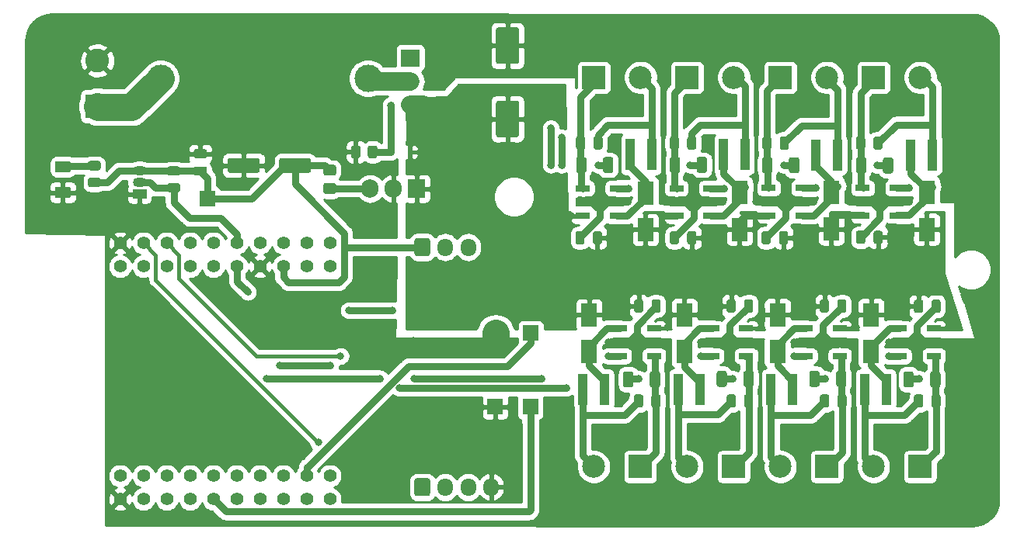
<source format=gtl>
G04 #@! TF.GenerationSoftware,KiCad,Pcbnew,5.1.11-e4df9d881f~92~ubuntu20.04.1*
G04 #@! TF.CreationDate,2021-11-04T00:21:16+01:00*
G04 #@! TF.ProjectId,CC dimmer low voltage,43432064-696d-46d6-9572-206c6f772076,0.98*
G04 #@! TF.SameCoordinates,Original*
G04 #@! TF.FileFunction,Copper,L1,Top*
G04 #@! TF.FilePolarity,Positive*
%FSLAX46Y46*%
G04 Gerber Fmt 4.6, Leading zero omitted, Abs format (unit mm)*
G04 Created by KiCad (PCBNEW 5.1.11-e4df9d881f~92~ubuntu20.04.1) date 2021-11-04 00:21:16*
%MOMM*%
%LPD*%
G01*
G04 APERTURE LIST*
G04 #@! TA.AperFunction,SMDPad,CuDef*
%ADD10R,0.980000X3.400000*%
G04 #@! TD*
G04 #@! TA.AperFunction,ComponentPad*
%ADD11C,3.000000*%
G04 #@! TD*
G04 #@! TA.AperFunction,ComponentPad*
%ADD12R,1.700000X1.700000*%
G04 #@! TD*
G04 #@! TA.AperFunction,SMDPad,CuDef*
%ADD13R,1.800000X2.500000*%
G04 #@! TD*
G04 #@! TA.AperFunction,SMDPad,CuDef*
%ADD14R,0.600000X0.450000*%
G04 #@! TD*
G04 #@! TA.AperFunction,ComponentPad*
%ADD15O,1.700000X1.950000*%
G04 #@! TD*
G04 #@! TA.AperFunction,ComponentPad*
%ADD16O,2.000000X1.905000*%
G04 #@! TD*
G04 #@! TA.AperFunction,ComponentPad*
%ADD17R,2.000000X1.905000*%
G04 #@! TD*
G04 #@! TA.AperFunction,ComponentPad*
%ADD18O,1.500000X1.050000*%
G04 #@! TD*
G04 #@! TA.AperFunction,ComponentPad*
%ADD19R,1.500000X1.050000*%
G04 #@! TD*
G04 #@! TA.AperFunction,ComponentPad*
%ADD20R,1.905000X2.000000*%
G04 #@! TD*
G04 #@! TA.AperFunction,ComponentPad*
%ADD21O,1.905000X2.000000*%
G04 #@! TD*
G04 #@! TA.AperFunction,ComponentPad*
%ADD22R,2.600000X2.600000*%
G04 #@! TD*
G04 #@! TA.AperFunction,ComponentPad*
%ADD23C,2.600000*%
G04 #@! TD*
G04 #@! TA.AperFunction,SMDPad,CuDef*
%ADD24R,1.500000X0.700000*%
G04 #@! TD*
G04 #@! TA.AperFunction,SMDPad,CuDef*
%ADD25C,0.150000*%
G04 #@! TD*
G04 #@! TA.AperFunction,ComponentPad*
%ADD26C,1.400000*%
G04 #@! TD*
G04 #@! TA.AperFunction,ComponentPad*
%ADD27C,2.500000*%
G04 #@! TD*
G04 #@! TA.AperFunction,ComponentPad*
%ADD28R,2.500000X2.500000*%
G04 #@! TD*
G04 #@! TA.AperFunction,ViaPad*
%ADD29C,0.800000*%
G04 #@! TD*
G04 #@! TA.AperFunction,Conductor*
%ADD30C,0.800000*%
G04 #@! TD*
G04 #@! TA.AperFunction,Conductor*
%ADD31C,2.999999*%
G04 #@! TD*
G04 #@! TA.AperFunction,Conductor*
%ADD32C,2.000000*%
G04 #@! TD*
G04 #@! TA.AperFunction,Conductor*
%ADD33C,0.400000*%
G04 #@! TD*
G04 #@! TA.AperFunction,Conductor*
%ADD34C,0.254000*%
G04 #@! TD*
G04 #@! TA.AperFunction,Conductor*
%ADD35C,0.150000*%
G04 #@! TD*
G04 APERTURE END LIST*
G04 #@! TA.AperFunction,SMDPad,CuDef*
G36*
G01*
X159235200Y-98516200D02*
X159235200Y-97566200D01*
G75*
G02*
X159485200Y-97316200I250000J0D01*
G01*
X159985200Y-97316200D01*
G75*
G02*
X160235200Y-97566200I0J-250000D01*
G01*
X160235200Y-98516200D01*
G75*
G02*
X159985200Y-98766200I-250000J0D01*
G01*
X159485200Y-98766200D01*
G75*
G02*
X159235200Y-98516200I0J250000D01*
G01*
G37*
G04 #@! TD.AperFunction*
G04 #@! TA.AperFunction,SMDPad,CuDef*
G36*
G01*
X157335200Y-98516200D02*
X157335200Y-97566200D01*
G75*
G02*
X157585200Y-97316200I250000J0D01*
G01*
X158085200Y-97316200D01*
G75*
G02*
X158335200Y-97566200I0J-250000D01*
G01*
X158335200Y-98516200D01*
G75*
G02*
X158085200Y-98766200I-250000J0D01*
G01*
X157585200Y-98766200D01*
G75*
G02*
X157335200Y-98516200I0J250000D01*
G01*
G37*
G04 #@! TD.AperFunction*
D10*
X158159000Y-114576600D03*
X160529000Y-114576600D03*
X168547600Y-114576600D03*
X170917600Y-114576600D03*
X178665600Y-114576600D03*
X181035600Y-114576600D03*
X188893000Y-114576600D03*
X191263000Y-114576600D03*
X196266800Y-88998800D03*
X193896800Y-88998800D03*
X185929000Y-88998800D03*
X183559000Y-88998800D03*
X175845200Y-88948000D03*
X173475200Y-88948000D03*
X165659800Y-88973400D03*
X163289800Y-88973400D03*
D11*
X134731400Y-80642200D03*
X112131400Y-80642200D03*
D12*
X152423300Y-116495000D03*
X152473300Y-108445000D03*
D13*
X189570000Y-106429800D03*
X189570000Y-110429800D03*
X169224600Y-110429800D03*
X169224600Y-106429800D03*
G04 #@! TA.AperFunction,SMDPad,CuDef*
G36*
G01*
X157411400Y-88153000D02*
X157411400Y-87203000D01*
G75*
G02*
X157661400Y-86953000I250000J0D01*
G01*
X158161400Y-86953000D01*
G75*
G02*
X158411400Y-87203000I0J-250000D01*
G01*
X158411400Y-88153000D01*
G75*
G02*
X158161400Y-88403000I-250000J0D01*
G01*
X157661400Y-88403000D01*
G75*
G02*
X157411400Y-88153000I0J250000D01*
G01*
G37*
G04 #@! TD.AperFunction*
G04 #@! TA.AperFunction,SMDPad,CuDef*
G36*
G01*
X159311400Y-88153000D02*
X159311400Y-87203000D01*
G75*
G02*
X159561400Y-86953000I250000J0D01*
G01*
X160061400Y-86953000D01*
G75*
G02*
X160311400Y-87203000I0J-250000D01*
G01*
X160311400Y-88153000D01*
G75*
G02*
X160061400Y-88403000I-250000J0D01*
G01*
X159561400Y-88403000D01*
G75*
G02*
X159311400Y-88153000I0J250000D01*
G01*
G37*
G04 #@! TD.AperFunction*
G04 #@! TA.AperFunction,SMDPad,CuDef*
G36*
G01*
X167622200Y-98516200D02*
X167622200Y-97566200D01*
G75*
G02*
X167872200Y-97316200I250000J0D01*
G01*
X168372200Y-97316200D01*
G75*
G02*
X168622200Y-97566200I0J-250000D01*
G01*
X168622200Y-98516200D01*
G75*
G02*
X168372200Y-98766200I-250000J0D01*
G01*
X167872200Y-98766200D01*
G75*
G02*
X167622200Y-98516200I0J250000D01*
G01*
G37*
G04 #@! TD.AperFunction*
G04 #@! TA.AperFunction,SMDPad,CuDef*
G36*
G01*
X169522200Y-98516200D02*
X169522200Y-97566200D01*
G75*
G02*
X169772200Y-97316200I250000J0D01*
G01*
X170272200Y-97316200D01*
G75*
G02*
X170522200Y-97566200I0J-250000D01*
G01*
X170522200Y-98516200D01*
G75*
G02*
X170272200Y-98766200I-250000J0D01*
G01*
X169772200Y-98766200D01*
G75*
G02*
X169522200Y-98516200I0J250000D01*
G01*
G37*
G04 #@! TD.AperFunction*
G04 #@! TA.AperFunction,SMDPad,CuDef*
G36*
G01*
X167622200Y-88178400D02*
X167622200Y-87228400D01*
G75*
G02*
X167872200Y-86978400I250000J0D01*
G01*
X168372200Y-86978400D01*
G75*
G02*
X168622200Y-87228400I0J-250000D01*
G01*
X168622200Y-88178400D01*
G75*
G02*
X168372200Y-88428400I-250000J0D01*
G01*
X167872200Y-88428400D01*
G75*
G02*
X167622200Y-88178400I0J250000D01*
G01*
G37*
G04 #@! TD.AperFunction*
G04 #@! TA.AperFunction,SMDPad,CuDef*
G36*
G01*
X169522200Y-88178400D02*
X169522200Y-87228400D01*
G75*
G02*
X169772200Y-86978400I250000J0D01*
G01*
X170272200Y-86978400D01*
G75*
G02*
X170522200Y-87228400I0J-250000D01*
G01*
X170522200Y-88178400D01*
G75*
G02*
X170272200Y-88428400I-250000J0D01*
G01*
X169772200Y-88428400D01*
G75*
G02*
X169522200Y-88178400I0J250000D01*
G01*
G37*
G04 #@! TD.AperFunction*
G04 #@! TA.AperFunction,SMDPad,CuDef*
G36*
G01*
X177629800Y-98516200D02*
X177629800Y-97566200D01*
G75*
G02*
X177879800Y-97316200I250000J0D01*
G01*
X178379800Y-97316200D01*
G75*
G02*
X178629800Y-97566200I0J-250000D01*
G01*
X178629800Y-98516200D01*
G75*
G02*
X178379800Y-98766200I-250000J0D01*
G01*
X177879800Y-98766200D01*
G75*
G02*
X177629800Y-98516200I0J250000D01*
G01*
G37*
G04 #@! TD.AperFunction*
G04 #@! TA.AperFunction,SMDPad,CuDef*
G36*
G01*
X179529800Y-98516200D02*
X179529800Y-97566200D01*
G75*
G02*
X179779800Y-97316200I250000J0D01*
G01*
X180279800Y-97316200D01*
G75*
G02*
X180529800Y-97566200I0J-250000D01*
G01*
X180529800Y-98516200D01*
G75*
G02*
X180279800Y-98766200I-250000J0D01*
G01*
X179779800Y-98766200D01*
G75*
G02*
X179529800Y-98516200I0J250000D01*
G01*
G37*
G04 #@! TD.AperFunction*
G04 #@! TA.AperFunction,SMDPad,CuDef*
G36*
G01*
X179606000Y-88178400D02*
X179606000Y-87228400D01*
G75*
G02*
X179856000Y-86978400I250000J0D01*
G01*
X180356000Y-86978400D01*
G75*
G02*
X180606000Y-87228400I0J-250000D01*
G01*
X180606000Y-88178400D01*
G75*
G02*
X180356000Y-88428400I-250000J0D01*
G01*
X179856000Y-88428400D01*
G75*
G02*
X179606000Y-88178400I0J250000D01*
G01*
G37*
G04 #@! TD.AperFunction*
G04 #@! TA.AperFunction,SMDPad,CuDef*
G36*
G01*
X177706000Y-88178400D02*
X177706000Y-87228400D01*
G75*
G02*
X177956000Y-86978400I250000J0D01*
G01*
X178456000Y-86978400D01*
G75*
G02*
X178706000Y-87228400I0J-250000D01*
G01*
X178706000Y-88178400D01*
G75*
G02*
X178456000Y-88428400I-250000J0D01*
G01*
X177956000Y-88428400D01*
G75*
G02*
X177706000Y-88178400I0J250000D01*
G01*
G37*
G04 #@! TD.AperFunction*
G04 #@! TA.AperFunction,SMDPad,CuDef*
G36*
G01*
X189816800Y-98465400D02*
X189816800Y-97515400D01*
G75*
G02*
X190066800Y-97265400I250000J0D01*
G01*
X190566800Y-97265400D01*
G75*
G02*
X190816800Y-97515400I0J-250000D01*
G01*
X190816800Y-98465400D01*
G75*
G02*
X190566800Y-98715400I-250000J0D01*
G01*
X190066800Y-98715400D01*
G75*
G02*
X189816800Y-98465400I0J250000D01*
G01*
G37*
G04 #@! TD.AperFunction*
G04 #@! TA.AperFunction,SMDPad,CuDef*
G36*
G01*
X187916800Y-98465400D02*
X187916800Y-97515400D01*
G75*
G02*
X188166800Y-97265400I250000J0D01*
G01*
X188666800Y-97265400D01*
G75*
G02*
X188916800Y-97515400I0J-250000D01*
G01*
X188916800Y-98465400D01*
G75*
G02*
X188666800Y-98715400I-250000J0D01*
G01*
X188166800Y-98715400D01*
G75*
G02*
X187916800Y-98465400I0J250000D01*
G01*
G37*
G04 #@! TD.AperFunction*
G04 #@! TA.AperFunction,SMDPad,CuDef*
G36*
G01*
X187916800Y-88178400D02*
X187916800Y-87228400D01*
G75*
G02*
X188166800Y-86978400I250000J0D01*
G01*
X188666800Y-86978400D01*
G75*
G02*
X188916800Y-87228400I0J-250000D01*
G01*
X188916800Y-88178400D01*
G75*
G02*
X188666800Y-88428400I-250000J0D01*
G01*
X188166800Y-88428400D01*
G75*
G02*
X187916800Y-88178400I0J250000D01*
G01*
G37*
G04 #@! TD.AperFunction*
G04 #@! TA.AperFunction,SMDPad,CuDef*
G36*
G01*
X189816800Y-88178400D02*
X189816800Y-87228400D01*
G75*
G02*
X190066800Y-86978400I250000J0D01*
G01*
X190566800Y-86978400D01*
G75*
G02*
X190816800Y-87228400I0J-250000D01*
G01*
X190816800Y-88178400D01*
G75*
G02*
X190566800Y-88428400I-250000J0D01*
G01*
X190066800Y-88428400D01*
G75*
G02*
X189816800Y-88178400I0J250000D01*
G01*
G37*
G04 #@! TD.AperFunction*
G04 #@! TA.AperFunction,SMDPad,CuDef*
G36*
G01*
X195241400Y-105033800D02*
X195241400Y-105983800D01*
G75*
G02*
X194991400Y-106233800I-250000J0D01*
G01*
X194491400Y-106233800D01*
G75*
G02*
X194241400Y-105983800I0J250000D01*
G01*
X194241400Y-105033800D01*
G75*
G02*
X194491400Y-104783800I250000J0D01*
G01*
X194991400Y-104783800D01*
G75*
G02*
X195241400Y-105033800I0J-250000D01*
G01*
G37*
G04 #@! TD.AperFunction*
G04 #@! TA.AperFunction,SMDPad,CuDef*
G36*
G01*
X197141400Y-105033800D02*
X197141400Y-105983800D01*
G75*
G02*
X196891400Y-106233800I-250000J0D01*
G01*
X196391400Y-106233800D01*
G75*
G02*
X196141400Y-105983800I0J250000D01*
G01*
X196141400Y-105033800D01*
G75*
G02*
X196391400Y-104783800I250000J0D01*
G01*
X196891400Y-104783800D01*
G75*
G02*
X197141400Y-105033800I0J-250000D01*
G01*
G37*
G04 #@! TD.AperFunction*
G04 #@! TA.AperFunction,SMDPad,CuDef*
G36*
G01*
X197141400Y-115371600D02*
X197141400Y-116321600D01*
G75*
G02*
X196891400Y-116571600I-250000J0D01*
G01*
X196391400Y-116571600D01*
G75*
G02*
X196141400Y-116321600I0J250000D01*
G01*
X196141400Y-115371600D01*
G75*
G02*
X196391400Y-115121600I250000J0D01*
G01*
X196891400Y-115121600D01*
G75*
G02*
X197141400Y-115371600I0J-250000D01*
G01*
G37*
G04 #@! TD.AperFunction*
G04 #@! TA.AperFunction,SMDPad,CuDef*
G36*
G01*
X195241400Y-115371600D02*
X195241400Y-116321600D01*
G75*
G02*
X194991400Y-116571600I-250000J0D01*
G01*
X194491400Y-116571600D01*
G75*
G02*
X194241400Y-116321600I0J250000D01*
G01*
X194241400Y-115371600D01*
G75*
G02*
X194491400Y-115121600I250000J0D01*
G01*
X194991400Y-115121600D01*
G75*
G02*
X195241400Y-115371600I0J-250000D01*
G01*
G37*
G04 #@! TD.AperFunction*
G04 #@! TA.AperFunction,SMDPad,CuDef*
G36*
G01*
X184979800Y-105008400D02*
X184979800Y-105958400D01*
G75*
G02*
X184729800Y-106208400I-250000J0D01*
G01*
X184229800Y-106208400D01*
G75*
G02*
X183979800Y-105958400I0J250000D01*
G01*
X183979800Y-105008400D01*
G75*
G02*
X184229800Y-104758400I250000J0D01*
G01*
X184729800Y-104758400D01*
G75*
G02*
X184979800Y-105008400I0J-250000D01*
G01*
G37*
G04 #@! TD.AperFunction*
G04 #@! TA.AperFunction,SMDPad,CuDef*
G36*
G01*
X186879800Y-105008400D02*
X186879800Y-105958400D01*
G75*
G02*
X186629800Y-106208400I-250000J0D01*
G01*
X186129800Y-106208400D01*
G75*
G02*
X185879800Y-105958400I0J250000D01*
G01*
X185879800Y-105008400D01*
G75*
G02*
X186129800Y-104758400I250000J0D01*
G01*
X186629800Y-104758400D01*
G75*
G02*
X186879800Y-105008400I0J-250000D01*
G01*
G37*
G04 #@! TD.AperFunction*
G04 #@! TA.AperFunction,SMDPad,CuDef*
G36*
G01*
X184995000Y-115371600D02*
X184995000Y-116321600D01*
G75*
G02*
X184745000Y-116571600I-250000J0D01*
G01*
X184245000Y-116571600D01*
G75*
G02*
X183995000Y-116321600I0J250000D01*
G01*
X183995000Y-115371600D01*
G75*
G02*
X184245000Y-115121600I250000J0D01*
G01*
X184745000Y-115121600D01*
G75*
G02*
X184995000Y-115371600I0J-250000D01*
G01*
G37*
G04 #@! TD.AperFunction*
G04 #@! TA.AperFunction,SMDPad,CuDef*
G36*
G01*
X186895000Y-115371600D02*
X186895000Y-116321600D01*
G75*
G02*
X186645000Y-116571600I-250000J0D01*
G01*
X186145000Y-116571600D01*
G75*
G02*
X185895000Y-116321600I0J250000D01*
G01*
X185895000Y-115371600D01*
G75*
G02*
X186145000Y-115121600I250000J0D01*
G01*
X186645000Y-115121600D01*
G75*
G02*
X186895000Y-115371600I0J-250000D01*
G01*
G37*
G04 #@! TD.AperFunction*
G04 #@! TA.AperFunction,SMDPad,CuDef*
G36*
G01*
X176719800Y-105008400D02*
X176719800Y-105958400D01*
G75*
G02*
X176469800Y-106208400I-250000J0D01*
G01*
X175969800Y-106208400D01*
G75*
G02*
X175719800Y-105958400I0J250000D01*
G01*
X175719800Y-105008400D01*
G75*
G02*
X175969800Y-104758400I250000J0D01*
G01*
X176469800Y-104758400D01*
G75*
G02*
X176719800Y-105008400I0J-250000D01*
G01*
G37*
G04 #@! TD.AperFunction*
G04 #@! TA.AperFunction,SMDPad,CuDef*
G36*
G01*
X174819800Y-105008400D02*
X174819800Y-105958400D01*
G75*
G02*
X174569800Y-106208400I-250000J0D01*
G01*
X174069800Y-106208400D01*
G75*
G02*
X173819800Y-105958400I0J250000D01*
G01*
X173819800Y-105008400D01*
G75*
G02*
X174069800Y-104758400I250000J0D01*
G01*
X174569800Y-104758400D01*
G75*
G02*
X174819800Y-105008400I0J-250000D01*
G01*
G37*
G04 #@! TD.AperFunction*
G04 #@! TA.AperFunction,SMDPad,CuDef*
G36*
G01*
X174819800Y-115371600D02*
X174819800Y-116321600D01*
G75*
G02*
X174569800Y-116571600I-250000J0D01*
G01*
X174069800Y-116571600D01*
G75*
G02*
X173819800Y-116321600I0J250000D01*
G01*
X173819800Y-115371600D01*
G75*
G02*
X174069800Y-115121600I250000J0D01*
G01*
X174569800Y-115121600D01*
G75*
G02*
X174819800Y-115371600I0J-250000D01*
G01*
G37*
G04 #@! TD.AperFunction*
G04 #@! TA.AperFunction,SMDPad,CuDef*
G36*
G01*
X176719800Y-115371600D02*
X176719800Y-116321600D01*
G75*
G02*
X176469800Y-116571600I-250000J0D01*
G01*
X175969800Y-116571600D01*
G75*
G02*
X175719800Y-116321600I0J250000D01*
G01*
X175719800Y-115371600D01*
G75*
G02*
X175969800Y-115121600I250000J0D01*
G01*
X176469800Y-115121600D01*
G75*
G02*
X176719800Y-115371600I0J-250000D01*
G01*
G37*
G04 #@! TD.AperFunction*
G04 #@! TA.AperFunction,SMDPad,CuDef*
G36*
G01*
X164736000Y-105008400D02*
X164736000Y-105958400D01*
G75*
G02*
X164486000Y-106208400I-250000J0D01*
G01*
X163986000Y-106208400D01*
G75*
G02*
X163736000Y-105958400I0J250000D01*
G01*
X163736000Y-105008400D01*
G75*
G02*
X163986000Y-104758400I250000J0D01*
G01*
X164486000Y-104758400D01*
G75*
G02*
X164736000Y-105008400I0J-250000D01*
G01*
G37*
G04 #@! TD.AperFunction*
G04 #@! TA.AperFunction,SMDPad,CuDef*
G36*
G01*
X166636000Y-105008400D02*
X166636000Y-105958400D01*
G75*
G02*
X166386000Y-106208400I-250000J0D01*
G01*
X165886000Y-106208400D01*
G75*
G02*
X165636000Y-105958400I0J250000D01*
G01*
X165636000Y-105008400D01*
G75*
G02*
X165886000Y-104758400I250000J0D01*
G01*
X166386000Y-104758400D01*
G75*
G02*
X166636000Y-105008400I0J-250000D01*
G01*
G37*
G04 #@! TD.AperFunction*
G04 #@! TA.AperFunction,SMDPad,CuDef*
G36*
G01*
X166625800Y-115371600D02*
X166625800Y-116321600D01*
G75*
G02*
X166375800Y-116571600I-250000J0D01*
G01*
X165875800Y-116571600D01*
G75*
G02*
X165625800Y-116321600I0J250000D01*
G01*
X165625800Y-115371600D01*
G75*
G02*
X165875800Y-115121600I250000J0D01*
G01*
X166375800Y-115121600D01*
G75*
G02*
X166625800Y-115371600I0J-250000D01*
G01*
G37*
G04 #@! TD.AperFunction*
G04 #@! TA.AperFunction,SMDPad,CuDef*
G36*
G01*
X164725800Y-115371600D02*
X164725800Y-116321600D01*
G75*
G02*
X164475800Y-116571600I-250000J0D01*
G01*
X163975800Y-116571600D01*
G75*
G02*
X163725800Y-116321600I0J250000D01*
G01*
X163725800Y-115371600D01*
G75*
G02*
X163975800Y-115121600I250000J0D01*
G01*
X164475800Y-115121600D01*
G75*
G02*
X164725800Y-115371600I0J-250000D01*
G01*
G37*
G04 #@! TD.AperFunction*
G04 #@! TA.AperFunction,SMDPad,CuDef*
G36*
G01*
X150946000Y-87074000D02*
X148946000Y-87074000D01*
G75*
G02*
X148696000Y-86824000I0J250000D01*
G01*
X148696000Y-83324000D01*
G75*
G02*
X148946000Y-83074000I250000J0D01*
G01*
X150946000Y-83074000D01*
G75*
G02*
X151196000Y-83324000I0J-250000D01*
G01*
X151196000Y-86824000D01*
G75*
G02*
X150946000Y-87074000I-250000J0D01*
G01*
G37*
G04 #@! TD.AperFunction*
G04 #@! TA.AperFunction,SMDPad,CuDef*
G36*
G01*
X150946000Y-79074000D02*
X148946000Y-79074000D01*
G75*
G02*
X148696000Y-78824000I0J250000D01*
G01*
X148696000Y-75324000D01*
G75*
G02*
X148946000Y-75074000I250000J0D01*
G01*
X150946000Y-75074000D01*
G75*
G02*
X151196000Y-75324000I0J-250000D01*
G01*
X151196000Y-78824000D01*
G75*
G02*
X150946000Y-79074000I-250000J0D01*
G01*
G37*
G04 #@! TD.AperFunction*
G04 #@! TA.AperFunction,SMDPad,CuDef*
G36*
G01*
X128537200Y-89591800D02*
X128537200Y-90691800D01*
G75*
G02*
X128287200Y-90941800I-250000J0D01*
G01*
X125287200Y-90941800D01*
G75*
G02*
X125037200Y-90691800I0J250000D01*
G01*
X125037200Y-89591800D01*
G75*
G02*
X125287200Y-89341800I250000J0D01*
G01*
X128287200Y-89341800D01*
G75*
G02*
X128537200Y-89591800I0J-250000D01*
G01*
G37*
G04 #@! TD.AperFunction*
G04 #@! TA.AperFunction,SMDPad,CuDef*
G36*
G01*
X122937200Y-89591800D02*
X122937200Y-90691800D01*
G75*
G02*
X122687200Y-90941800I-250000J0D01*
G01*
X119687200Y-90941800D01*
G75*
G02*
X119437200Y-90691800I0J250000D01*
G01*
X119437200Y-89591800D01*
G75*
G02*
X119687200Y-89341800I250000J0D01*
G01*
X122687200Y-89341800D01*
G75*
G02*
X122937200Y-89591800I0J-250000D01*
G01*
G37*
G04 #@! TD.AperFunction*
G04 #@! TA.AperFunction,SMDPad,CuDef*
G36*
G01*
X116943800Y-91261600D02*
X115993800Y-91261600D01*
G75*
G02*
X115743800Y-91011600I0J250000D01*
G01*
X115743800Y-90511600D01*
G75*
G02*
X115993800Y-90261600I250000J0D01*
G01*
X116943800Y-90261600D01*
G75*
G02*
X117193800Y-90511600I0J-250000D01*
G01*
X117193800Y-91011600D01*
G75*
G02*
X116943800Y-91261600I-250000J0D01*
G01*
G37*
G04 #@! TD.AperFunction*
G04 #@! TA.AperFunction,SMDPad,CuDef*
G36*
G01*
X116943800Y-89361600D02*
X115993800Y-89361600D01*
G75*
G02*
X115743800Y-89111600I0J250000D01*
G01*
X115743800Y-88611600D01*
G75*
G02*
X115993800Y-88361600I250000J0D01*
G01*
X116943800Y-88361600D01*
G75*
G02*
X117193800Y-88611600I0J-250000D01*
G01*
X117193800Y-89111600D01*
G75*
G02*
X116943800Y-89361600I-250000J0D01*
G01*
G37*
G04 #@! TD.AperFunction*
X164982800Y-97145600D03*
X164982800Y-93145600D03*
X175219000Y-97120200D03*
X175219000Y-93120200D03*
X185226600Y-97094800D03*
X185226600Y-93094800D03*
X195615200Y-93120200D03*
X195615200Y-97120200D03*
X179359200Y-110429800D03*
X179359200Y-106429800D03*
X158836000Y-110455200D03*
X158836000Y-106455200D03*
D14*
X139337400Y-88668600D03*
X137237400Y-88668600D03*
G04 #@! TA.AperFunction,SMDPad,CuDef*
G36*
G01*
X102107800Y-93716200D02*
X100857800Y-93716200D01*
G75*
G02*
X100607800Y-93466200I0J250000D01*
G01*
X100607800Y-92716200D01*
G75*
G02*
X100857800Y-92466200I250000J0D01*
G01*
X102107800Y-92466200D01*
G75*
G02*
X102357800Y-92716200I0J-250000D01*
G01*
X102357800Y-93466200D01*
G75*
G02*
X102107800Y-93716200I-250000J0D01*
G01*
G37*
G04 #@! TD.AperFunction*
G04 #@! TA.AperFunction,SMDPad,CuDef*
G36*
G01*
X102107800Y-90916200D02*
X100857800Y-90916200D01*
G75*
G02*
X100607800Y-90666200I0J250000D01*
G01*
X100607800Y-89916200D01*
G75*
G02*
X100857800Y-89666200I250000J0D01*
G01*
X102107800Y-89666200D01*
G75*
G02*
X102357800Y-89916200I0J-250000D01*
G01*
X102357800Y-90666200D01*
G75*
G02*
X102107800Y-90916200I-250000J0D01*
G01*
G37*
G04 #@! TD.AperFunction*
G04 #@! TA.AperFunction,SMDPad,CuDef*
G36*
G01*
X130115799Y-90056400D02*
X131015801Y-90056400D01*
G75*
G02*
X131265800Y-90306399I0J-249999D01*
G01*
X131265800Y-91006401D01*
G75*
G02*
X131015801Y-91256400I-249999J0D01*
G01*
X130115799Y-91256400D01*
G75*
G02*
X129865800Y-91006401I0J249999D01*
G01*
X129865800Y-90306399D01*
G75*
G02*
X130115799Y-90056400I249999J0D01*
G01*
G37*
G04 #@! TD.AperFunction*
G04 #@! TA.AperFunction,SMDPad,CuDef*
G36*
G01*
X130115799Y-92056400D02*
X131015801Y-92056400D01*
G75*
G02*
X131265800Y-92306399I0J-249999D01*
G01*
X131265800Y-93006401D01*
G75*
G02*
X131015801Y-93256400I-249999J0D01*
G01*
X130115799Y-93256400D01*
G75*
G02*
X129865800Y-93006401I0J249999D01*
G01*
X129865800Y-92306399D01*
G75*
G02*
X130115799Y-92056400I249999J0D01*
G01*
G37*
G04 #@! TD.AperFunction*
G04 #@! TA.AperFunction,ComponentPad*
G36*
G01*
X139802000Y-99782200D02*
X139802000Y-98332200D01*
G75*
G02*
X140052000Y-98082200I250000J0D01*
G01*
X141252000Y-98082200D01*
G75*
G02*
X141502000Y-98332200I0J-250000D01*
G01*
X141502000Y-99782200D01*
G75*
G02*
X141252000Y-100032200I-250000J0D01*
G01*
X140052000Y-100032200D01*
G75*
G02*
X139802000Y-99782200I0J250000D01*
G01*
G37*
G04 #@! TD.AperFunction*
D15*
X143152000Y-99057200D03*
X145652000Y-99057200D03*
G04 #@! TA.AperFunction,ComponentPad*
G36*
G01*
X139802000Y-125969600D02*
X139802000Y-124519600D01*
G75*
G02*
X140052000Y-124269600I250000J0D01*
G01*
X141252000Y-124269600D01*
G75*
G02*
X141502000Y-124519600I0J-250000D01*
G01*
X141502000Y-125969600D01*
G75*
G02*
X141252000Y-126219600I-250000J0D01*
G01*
X140052000Y-126219600D01*
G75*
G02*
X139802000Y-125969600I0J250000D01*
G01*
G37*
G04 #@! TD.AperFunction*
X143152000Y-125244600D03*
X145652000Y-125244600D03*
X148152000Y-125244600D03*
D12*
X148652000Y-108445000D03*
X148602000Y-116495000D03*
X117230800Y-93774000D03*
D16*
X139354200Y-83487000D03*
X139354200Y-80947000D03*
D17*
X139354200Y-78407000D03*
G04 #@! TA.AperFunction,SMDPad,CuDef*
G36*
G01*
X157420600Y-90716003D02*
X157420600Y-89465997D01*
G75*
G02*
X157670597Y-89216000I249997J0D01*
G01*
X158295603Y-89216000D01*
G75*
G02*
X158545600Y-89465997I0J-249997D01*
G01*
X158545600Y-90716003D01*
G75*
G02*
X158295603Y-90966000I-249997J0D01*
G01*
X157670597Y-90966000D01*
G75*
G02*
X157420600Y-90716003I0J249997D01*
G01*
G37*
G04 #@! TD.AperFunction*
G04 #@! TA.AperFunction,SMDPad,CuDef*
G36*
G01*
X160345600Y-90716003D02*
X160345600Y-89465997D01*
G75*
G02*
X160595597Y-89216000I249997J0D01*
G01*
X161220603Y-89216000D01*
G75*
G02*
X161470600Y-89465997I0J-249997D01*
G01*
X161470600Y-90716003D01*
G75*
G02*
X161220603Y-90966000I-249997J0D01*
G01*
X160595597Y-90966000D01*
G75*
G02*
X160345600Y-90716003I0J249997D01*
G01*
G37*
G04 #@! TD.AperFunction*
G04 #@! TA.AperFunction,SMDPad,CuDef*
G36*
G01*
X170556400Y-90716003D02*
X170556400Y-89465997D01*
G75*
G02*
X170806397Y-89216000I249997J0D01*
G01*
X171431403Y-89216000D01*
G75*
G02*
X171681400Y-89465997I0J-249997D01*
G01*
X171681400Y-90716003D01*
G75*
G02*
X171431403Y-90966000I-249997J0D01*
G01*
X170806397Y-90966000D01*
G75*
G02*
X170556400Y-90716003I0J249997D01*
G01*
G37*
G04 #@! TD.AperFunction*
G04 #@! TA.AperFunction,SMDPad,CuDef*
G36*
G01*
X167631400Y-90716003D02*
X167631400Y-89465997D01*
G75*
G02*
X167881397Y-89216000I249997J0D01*
G01*
X168506403Y-89216000D01*
G75*
G02*
X168756400Y-89465997I0J-249997D01*
G01*
X168756400Y-90716003D01*
G75*
G02*
X168506403Y-90966000I-249997J0D01*
G01*
X167881397Y-90966000D01*
G75*
G02*
X167631400Y-90716003I0J249997D01*
G01*
G37*
G04 #@! TD.AperFunction*
G04 #@! TA.AperFunction,SMDPad,CuDef*
G36*
G01*
X180614800Y-90741403D02*
X180614800Y-89491397D01*
G75*
G02*
X180864797Y-89241400I249997J0D01*
G01*
X181489803Y-89241400D01*
G75*
G02*
X181739800Y-89491397I0J-249997D01*
G01*
X181739800Y-90741403D01*
G75*
G02*
X181489803Y-90991400I-249997J0D01*
G01*
X180864797Y-90991400D01*
G75*
G02*
X180614800Y-90741403I0J249997D01*
G01*
G37*
G04 #@! TD.AperFunction*
G04 #@! TA.AperFunction,SMDPad,CuDef*
G36*
G01*
X177689800Y-90741403D02*
X177689800Y-89491397D01*
G75*
G02*
X177939797Y-89241400I249997J0D01*
G01*
X178564803Y-89241400D01*
G75*
G02*
X178814800Y-89491397I0J-249997D01*
G01*
X178814800Y-90741403D01*
G75*
G02*
X178564803Y-90991400I-249997J0D01*
G01*
X177939797Y-90991400D01*
G75*
G02*
X177689800Y-90741403I0J249997D01*
G01*
G37*
G04 #@! TD.AperFunction*
G04 #@! TA.AperFunction,SMDPad,CuDef*
G36*
G01*
X187926000Y-90766803D02*
X187926000Y-89516797D01*
G75*
G02*
X188175997Y-89266800I249997J0D01*
G01*
X188801003Y-89266800D01*
G75*
G02*
X189051000Y-89516797I0J-249997D01*
G01*
X189051000Y-90766803D01*
G75*
G02*
X188801003Y-91016800I-249997J0D01*
G01*
X188175997Y-91016800D01*
G75*
G02*
X187926000Y-90766803I0J249997D01*
G01*
G37*
G04 #@! TD.AperFunction*
G04 #@! TA.AperFunction,SMDPad,CuDef*
G36*
G01*
X190851000Y-90766803D02*
X190851000Y-89516797D01*
G75*
G02*
X191100997Y-89266800I249997J0D01*
G01*
X191726003Y-89266800D01*
G75*
G02*
X191976000Y-89516797I0J-249997D01*
G01*
X191976000Y-90766803D01*
G75*
G02*
X191726003Y-91016800I-249997J0D01*
G01*
X191100997Y-91016800D01*
G75*
G02*
X190851000Y-90766803I0J249997D01*
G01*
G37*
G04 #@! TD.AperFunction*
G04 #@! TA.AperFunction,SMDPad,CuDef*
G36*
G01*
X194202000Y-112869997D02*
X194202000Y-114120003D01*
G75*
G02*
X193952003Y-114370000I-249997J0D01*
G01*
X193326997Y-114370000D01*
G75*
G02*
X193077000Y-114120003I0J249997D01*
G01*
X193077000Y-112869997D01*
G75*
G02*
X193326997Y-112620000I249997J0D01*
G01*
X193952003Y-112620000D01*
G75*
G02*
X194202000Y-112869997I0J-249997D01*
G01*
G37*
G04 #@! TD.AperFunction*
G04 #@! TA.AperFunction,SMDPad,CuDef*
G36*
G01*
X197127000Y-112869997D02*
X197127000Y-114120003D01*
G75*
G02*
X196877003Y-114370000I-249997J0D01*
G01*
X196251997Y-114370000D01*
G75*
G02*
X196002000Y-114120003I0J249997D01*
G01*
X196002000Y-112869997D01*
G75*
G02*
X196251997Y-112620000I249997J0D01*
G01*
X196877003Y-112620000D01*
G75*
G02*
X197127000Y-112869997I0J-249997D01*
G01*
G37*
G04 #@! TD.AperFunction*
G04 #@! TA.AperFunction,SMDPad,CuDef*
G36*
G01*
X186881300Y-112808597D02*
X186881300Y-114058603D01*
G75*
G02*
X186631303Y-114308600I-249997J0D01*
G01*
X186006297Y-114308600D01*
G75*
G02*
X185756300Y-114058603I0J249997D01*
G01*
X185756300Y-112808597D01*
G75*
G02*
X186006297Y-112558600I249997J0D01*
G01*
X186631303Y-112558600D01*
G75*
G02*
X186881300Y-112808597I0J-249997D01*
G01*
G37*
G04 #@! TD.AperFunction*
G04 #@! TA.AperFunction,SMDPad,CuDef*
G36*
G01*
X183956300Y-112808597D02*
X183956300Y-114058603D01*
G75*
G02*
X183706303Y-114308600I-249997J0D01*
G01*
X183081297Y-114308600D01*
G75*
G02*
X182831300Y-114058603I0J249997D01*
G01*
X182831300Y-112808597D01*
G75*
G02*
X183081297Y-112558600I249997J0D01*
G01*
X183706303Y-112558600D01*
G75*
G02*
X183956300Y-112808597I0J-249997D01*
G01*
G37*
G04 #@! TD.AperFunction*
G04 #@! TA.AperFunction,SMDPad,CuDef*
G36*
G01*
X173852000Y-112808597D02*
X173852000Y-114058603D01*
G75*
G02*
X173602003Y-114308600I-249997J0D01*
G01*
X172976997Y-114308600D01*
G75*
G02*
X172727000Y-114058603I0J249997D01*
G01*
X172727000Y-112808597D01*
G75*
G02*
X172976997Y-112558600I249997J0D01*
G01*
X173602003Y-112558600D01*
G75*
G02*
X173852000Y-112808597I0J-249997D01*
G01*
G37*
G04 #@! TD.AperFunction*
G04 #@! TA.AperFunction,SMDPad,CuDef*
G36*
G01*
X176777000Y-112808597D02*
X176777000Y-114058603D01*
G75*
G02*
X176527003Y-114308600I-249997J0D01*
G01*
X175901997Y-114308600D01*
G75*
G02*
X175652000Y-114058603I0J249997D01*
G01*
X175652000Y-112808597D01*
G75*
G02*
X175901997Y-112558600I249997J0D01*
G01*
X176527003Y-112558600D01*
G75*
G02*
X176777000Y-112808597I0J-249997D01*
G01*
G37*
G04 #@! TD.AperFunction*
G04 #@! TA.AperFunction,SMDPad,CuDef*
G36*
G01*
X166577000Y-112869997D02*
X166577000Y-114120003D01*
G75*
G02*
X166327003Y-114370000I-249997J0D01*
G01*
X165701997Y-114370000D01*
G75*
G02*
X165452000Y-114120003I0J249997D01*
G01*
X165452000Y-112869997D01*
G75*
G02*
X165701997Y-112620000I249997J0D01*
G01*
X166327003Y-112620000D01*
G75*
G02*
X166577000Y-112869997I0J-249997D01*
G01*
G37*
G04 #@! TD.AperFunction*
G04 #@! TA.AperFunction,SMDPad,CuDef*
G36*
G01*
X163652000Y-112869997D02*
X163652000Y-114120003D01*
G75*
G02*
X163402003Y-114370000I-249997J0D01*
G01*
X162776997Y-114370000D01*
G75*
G02*
X162527000Y-114120003I0J249997D01*
G01*
X162527000Y-112869997D01*
G75*
G02*
X162776997Y-112620000I249997J0D01*
G01*
X163402003Y-112620000D01*
G75*
G02*
X163652000Y-112869997I0J-249997D01*
G01*
G37*
G04 #@! TD.AperFunction*
G04 #@! TA.AperFunction,SMDPad,CuDef*
G36*
G01*
X113123198Y-90240800D02*
X114023202Y-90240800D01*
G75*
G02*
X114273200Y-90490798I0J-249998D01*
G01*
X114273200Y-91015802D01*
G75*
G02*
X114023202Y-91265800I-249998J0D01*
G01*
X113123198Y-91265800D01*
G75*
G02*
X112873200Y-91015802I0J249998D01*
G01*
X112873200Y-90490798D01*
G75*
G02*
X113123198Y-90240800I249998J0D01*
G01*
G37*
G04 #@! TD.AperFunction*
G04 #@! TA.AperFunction,SMDPad,CuDef*
G36*
G01*
X113123198Y-92065800D02*
X114023202Y-92065800D01*
G75*
G02*
X114273200Y-92315798I0J-249998D01*
G01*
X114273200Y-92840802D01*
G75*
G02*
X114023202Y-93090800I-249998J0D01*
G01*
X113123198Y-93090800D01*
G75*
G02*
X112873200Y-92840802I0J249998D01*
G01*
X112873200Y-92315798D01*
G75*
G02*
X113123198Y-92065800I249998J0D01*
G01*
G37*
G04 #@! TD.AperFunction*
G04 #@! TA.AperFunction,SMDPad,CuDef*
G36*
G01*
X133925000Y-88218598D02*
X133925000Y-89118602D01*
G75*
G02*
X133675002Y-89368600I-249998J0D01*
G01*
X133149998Y-89368600D01*
G75*
G02*
X132900000Y-89118602I0J249998D01*
G01*
X132900000Y-88218598D01*
G75*
G02*
X133149998Y-87968600I249998J0D01*
G01*
X133675002Y-87968600D01*
G75*
G02*
X133925000Y-88218598I0J-249998D01*
G01*
G37*
G04 #@! TD.AperFunction*
G04 #@! TA.AperFunction,SMDPad,CuDef*
G36*
G01*
X135750000Y-88218598D02*
X135750000Y-89118602D01*
G75*
G02*
X135500002Y-89368600I-249998J0D01*
G01*
X134974998Y-89368600D01*
G75*
G02*
X134725000Y-89118602I0J249998D01*
G01*
X134725000Y-88218598D01*
G75*
G02*
X134974998Y-87968600I249998J0D01*
G01*
X135500002Y-87968600D01*
G75*
G02*
X135750000Y-88218598I0J-249998D01*
G01*
G37*
G04 #@! TD.AperFunction*
G04 #@! TA.AperFunction,SMDPad,CuDef*
G36*
G01*
X105361802Y-92506600D02*
X104461798Y-92506600D01*
G75*
G02*
X104211800Y-92256602I0J249998D01*
G01*
X104211800Y-91731598D01*
G75*
G02*
X104461798Y-91481600I249998J0D01*
G01*
X105361802Y-91481600D01*
G75*
G02*
X105611800Y-91731598I0J-249998D01*
G01*
X105611800Y-92256602D01*
G75*
G02*
X105361802Y-92506600I-249998J0D01*
G01*
G37*
G04 #@! TD.AperFunction*
G04 #@! TA.AperFunction,SMDPad,CuDef*
G36*
G01*
X105361802Y-90681600D02*
X104461798Y-90681600D01*
G75*
G02*
X104211800Y-90431602I0J249998D01*
G01*
X104211800Y-89906598D01*
G75*
G02*
X104461798Y-89656600I249998J0D01*
G01*
X105361802Y-89656600D01*
G75*
G02*
X105611800Y-89906598I0J-249998D01*
G01*
X105611800Y-90431602D01*
G75*
G02*
X105361802Y-90681600I-249998J0D01*
G01*
G37*
G04 #@! TD.AperFunction*
D18*
X109839400Y-91996000D03*
X109839400Y-90726000D03*
D19*
X109839400Y-93266000D03*
D20*
X140040000Y-92681800D03*
D21*
X137500000Y-92681800D03*
X134960000Y-92681800D03*
D22*
X105242000Y-83690200D03*
D23*
X105242000Y-78690200D03*
D24*
X158152000Y-95645000D03*
X158152000Y-92645000D03*
X161852000Y-95645000D03*
X161852000Y-92645000D03*
G04 #@! TA.AperFunction,SMDPad,CuDef*
D25*
G36*
X159102000Y-94645000D02*
G01*
X157402000Y-94645000D01*
X157402000Y-93645000D01*
X159102000Y-93645000D01*
X159602000Y-93145000D01*
X160402000Y-93145000D01*
X160902000Y-93645000D01*
X162602000Y-93645000D01*
X162602000Y-94645000D01*
X160902000Y-94645000D01*
X160402000Y-95145000D01*
X159602000Y-95145000D01*
X159102000Y-94645000D01*
G37*
G04 #@! TD.AperFunction*
D24*
X168352000Y-95645000D03*
X168352000Y-92645000D03*
X172052000Y-95645000D03*
X172052000Y-92645000D03*
G04 #@! TA.AperFunction,SMDPad,CuDef*
D25*
G36*
X169302000Y-94645000D02*
G01*
X167602000Y-94645000D01*
X167602000Y-93645000D01*
X169302000Y-93645000D01*
X169802000Y-93145000D01*
X170602000Y-93145000D01*
X171102000Y-93645000D01*
X172802000Y-93645000D01*
X172802000Y-94645000D01*
X171102000Y-94645000D01*
X170602000Y-95145000D01*
X169802000Y-95145000D01*
X169302000Y-94645000D01*
G37*
G04 #@! TD.AperFunction*
G04 #@! TA.AperFunction,SMDPad,CuDef*
G36*
X179352000Y-94595000D02*
G01*
X177652000Y-94595000D01*
X177652000Y-93595000D01*
X179352000Y-93595000D01*
X179852000Y-93095000D01*
X180652000Y-93095000D01*
X181152000Y-93595000D01*
X182852000Y-93595000D01*
X182852000Y-94595000D01*
X181152000Y-94595000D01*
X180652000Y-95095000D01*
X179852000Y-95095000D01*
X179352000Y-94595000D01*
G37*
G04 #@! TD.AperFunction*
D24*
X182102000Y-92595000D03*
X182102000Y-95595000D03*
X178402000Y-92595000D03*
X178402000Y-95595000D03*
G04 #@! TA.AperFunction,SMDPad,CuDef*
D25*
G36*
X189602000Y-94595000D02*
G01*
X187902000Y-94595000D01*
X187902000Y-93595000D01*
X189602000Y-93595000D01*
X190102000Y-93095000D01*
X190902000Y-93095000D01*
X191402000Y-93595000D01*
X193102000Y-93595000D01*
X193102000Y-94595000D01*
X191402000Y-94595000D01*
X190902000Y-95095000D01*
X190102000Y-95095000D01*
X189602000Y-94595000D01*
G37*
G04 #@! TD.AperFunction*
D24*
X192352000Y-92595000D03*
X192352000Y-95595000D03*
X188652000Y-92595000D03*
X188652000Y-95595000D03*
G04 #@! TA.AperFunction,SMDPad,CuDef*
D25*
G36*
X195452000Y-108945000D02*
G01*
X197152000Y-108945000D01*
X197152000Y-109945000D01*
X195452000Y-109945000D01*
X194952000Y-110445000D01*
X194152000Y-110445000D01*
X193652000Y-109945000D01*
X191952000Y-109945000D01*
X191952000Y-108945000D01*
X193652000Y-108945000D01*
X194152000Y-108445000D01*
X194952000Y-108445000D01*
X195452000Y-108945000D01*
G37*
G04 #@! TD.AperFunction*
D24*
X192702000Y-110945000D03*
X192702000Y-107945000D03*
X196402000Y-110945000D03*
X196402000Y-107945000D03*
G04 #@! TA.AperFunction,SMDPad,CuDef*
D25*
G36*
X185202000Y-108945000D02*
G01*
X186902000Y-108945000D01*
X186902000Y-109945000D01*
X185202000Y-109945000D01*
X184702000Y-110445000D01*
X183902000Y-110445000D01*
X183402000Y-109945000D01*
X181702000Y-109945000D01*
X181702000Y-108945000D01*
X183402000Y-108945000D01*
X183902000Y-108445000D01*
X184702000Y-108445000D01*
X185202000Y-108945000D01*
G37*
G04 #@! TD.AperFunction*
D24*
X182452000Y-110945000D03*
X182452000Y-107945000D03*
X186152000Y-110945000D03*
X186152000Y-107945000D03*
X175952000Y-107945000D03*
X175952000Y-110945000D03*
X172252000Y-107945000D03*
X172252000Y-110945000D03*
G04 #@! TA.AperFunction,SMDPad,CuDef*
D25*
G36*
X175002000Y-108945000D02*
G01*
X176702000Y-108945000D01*
X176702000Y-109945000D01*
X175002000Y-109945000D01*
X174502000Y-110445000D01*
X173702000Y-110445000D01*
X173202000Y-109945000D01*
X171502000Y-109945000D01*
X171502000Y-108945000D01*
X173202000Y-108945000D01*
X173702000Y-108445000D01*
X174502000Y-108445000D01*
X175002000Y-108945000D01*
G37*
G04 #@! TD.AperFunction*
D24*
X165902000Y-107945000D03*
X165902000Y-110945000D03*
X162202000Y-107945000D03*
X162202000Y-110945000D03*
G04 #@! TA.AperFunction,SMDPad,CuDef*
D25*
G36*
X164952000Y-108945000D02*
G01*
X166652000Y-108945000D01*
X166652000Y-109945000D01*
X164952000Y-109945000D01*
X164452000Y-110445000D01*
X163652000Y-110445000D01*
X163152000Y-109945000D01*
X161452000Y-109945000D01*
X161452000Y-108945000D01*
X163152000Y-108945000D01*
X163652000Y-108445000D01*
X164452000Y-108445000D01*
X164952000Y-108945000D01*
G37*
G04 #@! TD.AperFunction*
D26*
X107722000Y-124025000D03*
X107722000Y-126565000D03*
X110262000Y-126565000D03*
X110262000Y-124025000D03*
X112802000Y-126565000D03*
X112802000Y-124025000D03*
X115342000Y-126565000D03*
X115342000Y-124025000D03*
X117882000Y-126565000D03*
X117882000Y-124025000D03*
X120422000Y-126565000D03*
X120422000Y-124025000D03*
X122962000Y-126565000D03*
X122962000Y-124025000D03*
X125502000Y-126565000D03*
X125502000Y-124025000D03*
X128042000Y-126565000D03*
X128042000Y-124025000D03*
X130582000Y-126565000D03*
X130582000Y-124025000D03*
X107722000Y-101165000D03*
X107722000Y-98625000D03*
X110262000Y-101165000D03*
X110262000Y-98625000D03*
X112802000Y-101165000D03*
X112802000Y-98625000D03*
X115342000Y-101165000D03*
X115342000Y-98625000D03*
X117882000Y-101165000D03*
X117882000Y-98625000D03*
X120422000Y-101165000D03*
X120422000Y-98625000D03*
X122962000Y-101165000D03*
X122962000Y-98625000D03*
X125502000Y-101165000D03*
X125502000Y-98625000D03*
X128042000Y-101165000D03*
X128042000Y-98625000D03*
X130582000Y-101165000D03*
X130582000Y-98625000D03*
D27*
X164432000Y-80545000D03*
D28*
X159352000Y-80545000D03*
X169512000Y-80545000D03*
D27*
X174592000Y-80545000D03*
X184752000Y-80545000D03*
D28*
X179672000Y-80545000D03*
X189832000Y-80545000D03*
D27*
X194912000Y-80545000D03*
D28*
X194902000Y-123015000D03*
D27*
X189822000Y-123015000D03*
X179662000Y-123015000D03*
D28*
X184742000Y-123015000D03*
X174582000Y-123015000D03*
D27*
X169502000Y-123015000D03*
X159332000Y-123015000D03*
D28*
X164412000Y-123015000D03*
D29*
X166989400Y-94129600D03*
X173364800Y-94142300D03*
X176984300Y-94104200D03*
X187182400Y-94078800D03*
X197583700Y-109445800D03*
X187398300Y-109420400D03*
X177301800Y-109420400D03*
X167218000Y-109445800D03*
X191500400Y-109445800D03*
X181188000Y-109420400D03*
X160956900Y-109445800D03*
X170989900Y-109420400D03*
X163085974Y-94129600D03*
X183321600Y-94104200D03*
X193672100Y-94078800D03*
X135152000Y-108795000D03*
X99152000Y-95945000D03*
X112379400Y-95806000D03*
X144472300Y-77048100D03*
X154645000Y-76032100D03*
X167252000Y-77745000D03*
X176952000Y-77795000D03*
X187452000Y-77745000D03*
X200212600Y-76578200D03*
X200466600Y-95501200D03*
X200276100Y-86319100D03*
X201552000Y-105545000D03*
X200002000Y-126045000D03*
X200652000Y-116913400D03*
X188541300Y-127416300D03*
X178457500Y-127505200D03*
X168246700Y-127467100D03*
X156435700Y-127467100D03*
X155452000Y-118995000D03*
X137246000Y-117396000D03*
X125816000Y-120571000D03*
X118152000Y-113045000D03*
X110152000Y-121295000D03*
X110080700Y-104734100D03*
X130184800Y-86827100D03*
X130705500Y-76984600D03*
X116760900Y-76895700D03*
X123288700Y-82318600D03*
X99327000Y-75695000D03*
X139652000Y-109295000D03*
X112902000Y-128795000D03*
X131902000Y-94545000D03*
X119152000Y-86795000D03*
X99327000Y-86470000D03*
X137233300Y-83563200D03*
X159813900Y-90091000D03*
X156902000Y-95629600D03*
X166986600Y-95629600D03*
X190248800Y-90141800D03*
X180080600Y-90116400D03*
X176842800Y-95604200D03*
X187118200Y-95578800D03*
X167402000Y-107795000D03*
X177652000Y-107795000D03*
X187902000Y-107795000D03*
X198402000Y-107795000D03*
X194790600Y-113433600D03*
X184540600Y-113433600D03*
X174513400Y-113433600D03*
X164263400Y-113433600D03*
X169856000Y-90091000D03*
X129308500Y-120329700D03*
X163090500Y-92631000D03*
X121650400Y-103956110D03*
X173580700Y-92656400D03*
X132638730Y-105956130D03*
X183552000Y-92595000D03*
X155844920Y-87087680D03*
X155838800Y-90091000D03*
X137385700Y-105956130D03*
X193734200Y-92578800D03*
X154667570Y-86087670D03*
X154667570Y-90091000D03*
X191463700Y-110945800D03*
X125117500Y-111947700D03*
X130645290Y-111931710D03*
X181164000Y-110920400D03*
X123707800Y-113382800D03*
X153637613Y-113374187D03*
X136039500Y-113382800D03*
X139802787Y-113374187D03*
X170991300Y-110920400D03*
X156362792Y-114433608D03*
X138176392Y-114433608D03*
X160955500Y-110945800D03*
X131759600Y-110931700D03*
D30*
X170215200Y-94129600D02*
X166989400Y-94129600D01*
X180248200Y-94104200D02*
X176984300Y-94104200D01*
X190509800Y-94078800D02*
X187182400Y-94078800D01*
X194548400Y-109445800D02*
X197583700Y-109445800D01*
X184286800Y-109420400D02*
X187398300Y-109420400D01*
X174126800Y-109420400D02*
X177301800Y-109420400D01*
X164043000Y-109445800D02*
X167218000Y-109445800D01*
X164043000Y-109445800D02*
X160956900Y-109445800D01*
X174126800Y-109420400D02*
X170989900Y-109420400D01*
X184286800Y-109420400D02*
X181188000Y-109420400D01*
X194548400Y-109445800D02*
X191500400Y-109445800D01*
X160029800Y-94129600D02*
X163085974Y-94129600D01*
X180248200Y-94104200D02*
X183321600Y-94104200D01*
X190509800Y-94078800D02*
X193672100Y-94078800D01*
X173352100Y-94129600D02*
X173364800Y-94142300D01*
X170215200Y-94129600D02*
X173352100Y-94129600D01*
X188416800Y-97963302D02*
X188416800Y-97990400D01*
X190509800Y-95870302D02*
X188416800Y-97963302D01*
X190509800Y-94078800D02*
X190509800Y-95870302D01*
X178129800Y-98014102D02*
X178129800Y-98041200D01*
X180248200Y-95895702D02*
X178129800Y-98014102D01*
X180248200Y-94104200D02*
X180248200Y-95895702D01*
X168122200Y-98014102D02*
X168122200Y-98041200D01*
X170215200Y-95921102D02*
X168122200Y-98014102D01*
X157835200Y-98014102D02*
X157835200Y-98041200D01*
X160029800Y-95819502D02*
X157835200Y-98014102D01*
X160029800Y-94129600D02*
X160029800Y-95819502D01*
X166136000Y-105522798D02*
X166136000Y-105483400D01*
X164043000Y-107615798D02*
X166136000Y-105522798D01*
X164043000Y-109445800D02*
X164043000Y-107615798D01*
X176219800Y-105510498D02*
X176219800Y-105483400D01*
X174126800Y-107603498D02*
X176219800Y-105510498D01*
X174126800Y-109420400D02*
X174126800Y-107603498D01*
X186379800Y-105510498D02*
X186379800Y-105483400D01*
X184286800Y-107603498D02*
X186379800Y-105510498D01*
X184286800Y-109420400D02*
X184286800Y-107603498D01*
X196641400Y-105535898D02*
X196641400Y-105508800D01*
X194548400Y-107628898D02*
X196641400Y-105535898D01*
X194548400Y-109445800D02*
X194548400Y-107628898D01*
X170215200Y-94158200D02*
X170202000Y-94145000D01*
X170215200Y-95921102D02*
X170215200Y-94158200D01*
D31*
X148652000Y-109095000D02*
X148652000Y-108445000D01*
D30*
X157983100Y-92476100D02*
X158152000Y-92645000D01*
X157983100Y-90091000D02*
X157983100Y-92476100D01*
X157911400Y-90019300D02*
X157983100Y-90091000D01*
X157911400Y-87678000D02*
X157911400Y-90019300D01*
X159352000Y-80545000D02*
X159352000Y-81195000D01*
X157911400Y-82635600D02*
X157911400Y-87678000D01*
X159352000Y-81195000D02*
X157911400Y-82635600D01*
X165659800Y-81772800D02*
X164432000Y-80545000D01*
X159811400Y-87678000D02*
X159811400Y-86785600D01*
X160859800Y-85737200D02*
X165659800Y-85737200D01*
X159811400Y-86785600D02*
X160859800Y-85737200D01*
X165659800Y-85737200D02*
X165659800Y-81772800D01*
X165659800Y-88973400D02*
X165659800Y-85737200D01*
X168122200Y-92386600D02*
X168365200Y-92629600D01*
X168122200Y-87703400D02*
X168122200Y-92386600D01*
X168122200Y-82234800D02*
X169812000Y-80545000D01*
X168122200Y-87703400D02*
X168122200Y-82234800D01*
X175845200Y-81498200D02*
X174892000Y-80545000D01*
X170895200Y-85751800D02*
X175845200Y-85751800D01*
X170022200Y-86624800D02*
X170895200Y-85751800D01*
X175845200Y-85751800D02*
X175845200Y-81498200D01*
X175845200Y-88948000D02*
X175845200Y-85751800D01*
X170022200Y-87703400D02*
X170022200Y-86624800D01*
X184732000Y-80545000D02*
X184732000Y-80675000D01*
X184732000Y-80675000D02*
X185929000Y-81872000D01*
X180106000Y-87703400D02*
X182014400Y-85795000D01*
X185852000Y-85795000D02*
X185929000Y-85872000D01*
X182014400Y-85795000D02*
X185852000Y-85795000D01*
X185929000Y-85872000D02*
X185929000Y-88998800D01*
X185929000Y-81872000D02*
X185929000Y-85872000D01*
X178252300Y-92445300D02*
X178402000Y-92595000D01*
X178252300Y-90116400D02*
X178252300Y-92445300D01*
X178206000Y-90070100D02*
X178252300Y-90116400D01*
X178206000Y-87703400D02*
X178206000Y-90070100D01*
X178206000Y-81991000D02*
X178206000Y-87703400D01*
X179652000Y-80545000D02*
X178206000Y-81991000D01*
X188416800Y-92335800D02*
X188659800Y-92578800D01*
X188416800Y-87703400D02*
X188416800Y-92335800D01*
X188416800Y-82290200D02*
X190162000Y-80545000D01*
X188416800Y-87703400D02*
X188416800Y-82290200D01*
X196266800Y-81569800D02*
X195242000Y-80545000D01*
X190316800Y-87703400D02*
X192325200Y-85695000D01*
X196002000Y-85695000D02*
X196266800Y-85959800D01*
X192325200Y-85695000D02*
X196002000Y-85695000D01*
X196266800Y-85959800D02*
X196266800Y-81569800D01*
X196266800Y-88998800D02*
X196266800Y-85959800D01*
X194741400Y-115846600D02*
X193193000Y-117395000D01*
X188952000Y-117395000D02*
X188893000Y-117454000D01*
X193193000Y-117395000D02*
X188952000Y-117395000D01*
X196641400Y-115846600D02*
X196641400Y-121405600D01*
X196564500Y-111107500D02*
X196402000Y-110945000D01*
X196564500Y-113495000D02*
X196564500Y-111107500D01*
X196564500Y-115769700D02*
X196641400Y-115846600D01*
X196564500Y-113495000D02*
X196564500Y-115769700D01*
X196591400Y-121405600D02*
X194952000Y-123045000D01*
X196641400Y-121405600D02*
X196591400Y-121405600D01*
X188893000Y-114576600D02*
X188893000Y-117454000D01*
X188893000Y-122066000D02*
X189872000Y-123045000D01*
X188893000Y-117454000D02*
X188893000Y-122066000D01*
X178665600Y-121948600D02*
X179762000Y-123045000D01*
X184495000Y-115846600D02*
X182946600Y-117395000D01*
X178729200Y-117395000D02*
X178665600Y-117458600D01*
X182946600Y-117395000D02*
X178729200Y-117395000D01*
X178665600Y-117458600D02*
X178665600Y-121948600D01*
X178665600Y-114576600D02*
X178665600Y-117458600D01*
X186318800Y-111102400D02*
X186136800Y-110920400D01*
X186318800Y-113433600D02*
X186318800Y-111102400D01*
X186318800Y-115770400D02*
X186395000Y-115846600D01*
X186318800Y-113433600D02*
X186318800Y-115770400D01*
X186395000Y-121492000D02*
X184842000Y-123045000D01*
X186395000Y-115846600D02*
X186395000Y-121492000D01*
X176219800Y-115846600D02*
X176219800Y-121477200D01*
X174319800Y-115846600D02*
X172871400Y-117295000D01*
X168602000Y-117295000D02*
X168547600Y-117240600D01*
X172871400Y-117295000D02*
X168602000Y-117295000D01*
X168547600Y-117240600D02*
X168547600Y-122020600D01*
X169572000Y-123045000D02*
X168547600Y-122020600D01*
X168547600Y-114576600D02*
X168547600Y-117240600D01*
X176214500Y-111207500D02*
X175952000Y-110945000D01*
X176214500Y-113433600D02*
X176214500Y-111207500D01*
X176219800Y-113438900D02*
X176214500Y-113433600D01*
X176219800Y-115846600D02*
X176219800Y-113438900D01*
X174652000Y-123045000D02*
X176219800Y-121477200D01*
X166038900Y-111091700D02*
X165893000Y-110945800D01*
X166038900Y-113433600D02*
X166038900Y-111091700D01*
X166038900Y-115759700D02*
X166125800Y-115846600D01*
X166038900Y-113433600D02*
X166038900Y-115759700D01*
X166125800Y-121411200D02*
X164492000Y-123045000D01*
X166125800Y-115846600D02*
X166125800Y-121411200D01*
X158159000Y-121792000D02*
X159412000Y-123045000D01*
X164225800Y-115846600D02*
X162684400Y-117388000D01*
X158159000Y-117388000D02*
X158159000Y-121792000D01*
X162684400Y-117388000D02*
X158159000Y-117388000D01*
X158159000Y-114576600D02*
X158159000Y-117388000D01*
X161879800Y-95629600D02*
X163000200Y-95629600D01*
X164982800Y-93647000D02*
X164982800Y-93145600D01*
X163000200Y-95629600D02*
X164982800Y-93647000D01*
X163289800Y-90183400D02*
X163289800Y-88973400D01*
X164982800Y-91876400D02*
X163289800Y-90183400D01*
X164982800Y-93145600D02*
X164982800Y-91876400D01*
X172065200Y-95629600D02*
X172709600Y-95629600D01*
X172065200Y-95629600D02*
X173442400Y-95629600D01*
X175219000Y-93853000D02*
X175219000Y-93120200D01*
X173442400Y-95629600D02*
X175219000Y-93853000D01*
X175845200Y-92494000D02*
X175219000Y-93120200D01*
X173475200Y-91026400D02*
X173475200Y-88948000D01*
X175219000Y-92770200D02*
X173475200Y-91026400D01*
X175219000Y-93120200D02*
X175219000Y-92770200D01*
X185929000Y-92392400D02*
X185226600Y-93094800D01*
X182098200Y-95604200D02*
X183310300Y-95604200D01*
X185226600Y-93687900D02*
X185226600Y-93094800D01*
X183310300Y-95604200D02*
X185226600Y-93687900D01*
X183559000Y-90208800D02*
X183559000Y-88998800D01*
X185226600Y-91876400D02*
X183559000Y-90208800D01*
X185226600Y-93094800D02*
X185226600Y-91876400D01*
X196266800Y-92468600D02*
X195615200Y-93120200D01*
X192359800Y-95578800D02*
X193721500Y-95578800D01*
X195615200Y-93685100D02*
X195615200Y-93120200D01*
X193721500Y-95578800D02*
X195615200Y-93685100D01*
X195615200Y-92770200D02*
X193896800Y-91051800D01*
X193896800Y-91051800D02*
X193896800Y-88998800D01*
X195615200Y-93120200D02*
X195615200Y-92770200D01*
X192698400Y-107945800D02*
X191539900Y-107945800D01*
X189570000Y-109915700D02*
X189570000Y-110429800D01*
X191539900Y-107945800D02*
X189570000Y-109915700D01*
X189570000Y-110429800D02*
X189570000Y-111963000D01*
X191263000Y-113656000D02*
X191263000Y-114576600D01*
X189570000Y-111963000D02*
X191263000Y-113656000D01*
X182436800Y-107920400D02*
X181164000Y-107920400D01*
X181164000Y-107920400D02*
X179359200Y-109725200D01*
X179359200Y-110429800D02*
X179359200Y-112002200D01*
X181035600Y-113676598D02*
X181035600Y-114576600D01*
X179361202Y-112002200D02*
X181035600Y-113676598D01*
X179359200Y-112002200D02*
X179361202Y-112002200D01*
X172276800Y-107920400D02*
X170864300Y-107920400D01*
X170864300Y-107920400D02*
X169224600Y-109560100D01*
X169224600Y-110429800D02*
X169224600Y-112117600D01*
X170917600Y-113810600D02*
X170917600Y-114576600D01*
X169224600Y-112117600D02*
X170917600Y-113810600D01*
X162193000Y-107945800D02*
X160793200Y-107945800D01*
X158836000Y-109903000D02*
X158836000Y-110455200D01*
X160793200Y-107945800D02*
X158836000Y-109903000D01*
X158836000Y-110455200D02*
X158836000Y-111979000D01*
X160529000Y-113672000D02*
X160529000Y-114576600D01*
X158836000Y-111979000D02*
X160529000Y-113672000D01*
X137237400Y-88668600D02*
X137237400Y-83559100D01*
X135237500Y-88668600D02*
X137237400Y-88668600D01*
X101604900Y-90169100D02*
X101482800Y-90291200D01*
X104911800Y-90169100D02*
X101604900Y-90169100D01*
D32*
X135036200Y-80947000D02*
X134731400Y-80642200D01*
X139354200Y-80947000D02*
X135036200Y-80947000D01*
D31*
X112131400Y-80642200D02*
X108978600Y-83795000D01*
X105346800Y-83795000D02*
X105242000Y-83690200D01*
X108978600Y-83795000D02*
X105346800Y-83795000D01*
D30*
X130591200Y-92681800D02*
X130565800Y-92656400D01*
X134960000Y-92681800D02*
X130591200Y-92681800D01*
X109839400Y-91996000D02*
X110995100Y-91996000D01*
X111577400Y-92578300D02*
X113573200Y-92578300D01*
X110995100Y-91996000D02*
X111577400Y-92578300D01*
X120422000Y-98625000D02*
X120422000Y-97665000D01*
X120422000Y-97665000D02*
X118652000Y-95895000D01*
X118652000Y-95895000D02*
X115302000Y-95895000D01*
X113573200Y-94166200D02*
X113573200Y-92578300D01*
X115302000Y-95895000D02*
X113573200Y-94166200D01*
X160908100Y-90091000D02*
X159813900Y-90091000D01*
X168365200Y-95629600D02*
X166986600Y-95629600D01*
X191413500Y-90141800D02*
X190248800Y-90141800D01*
X178398200Y-95604200D02*
X176842800Y-95604200D01*
X175219000Y-96228000D02*
X175219000Y-97120200D01*
X175842800Y-95604200D02*
X175219000Y-96228000D01*
X176842800Y-95604200D02*
X175842800Y-95604200D01*
X188659800Y-95578800D02*
X187118200Y-95578800D01*
X185226600Y-95970400D02*
X185226600Y-97094800D01*
X185618200Y-95578800D02*
X185226600Y-95970400D01*
X187118200Y-95578800D02*
X185618200Y-95578800D01*
X193644700Y-113433600D02*
X194790600Y-113433600D01*
X183393800Y-113433600D02*
X184540600Y-113433600D01*
X173223100Y-113433600D02*
X174513400Y-113433600D01*
X163113900Y-113433600D02*
X164263400Y-113433600D01*
X171118900Y-90091000D02*
X169856000Y-90091000D01*
D32*
X139354200Y-83487000D02*
X140744000Y-83487000D01*
X139354200Y-83487000D02*
X139394000Y-83487000D01*
X139394000Y-83487000D02*
X141002000Y-85095000D01*
D33*
X139002000Y-83899400D02*
X139354200Y-83547200D01*
X139002000Y-84595000D02*
X139002000Y-83899400D01*
X139354200Y-84242800D02*
X139002000Y-84595000D01*
X139354200Y-83487000D02*
X139354200Y-84242800D01*
X139002000Y-84595000D02*
X139002000Y-85145000D01*
D30*
X181177300Y-90116400D02*
X180080600Y-90116400D01*
X117230800Y-91523600D02*
X116468800Y-90761600D01*
X117230800Y-93774000D02*
X117230800Y-91523600D01*
X116460500Y-90753300D02*
X116468800Y-90761600D01*
X113573200Y-90753300D02*
X116460500Y-90753300D01*
X104911800Y-91994100D02*
X106361500Y-91994100D01*
X107602300Y-90753300D02*
X113573200Y-90753300D01*
X106361500Y-91994100D02*
X107602300Y-90753300D01*
X130051200Y-90141800D02*
X130565800Y-90656400D01*
X126787200Y-90141800D02*
X130051200Y-90141800D01*
X126787200Y-90141800D02*
X125689000Y-90141800D01*
X122056800Y-93774000D02*
X117230800Y-93774000D01*
X125689000Y-90141800D02*
X122056800Y-93774000D01*
X126787200Y-92180200D02*
X132152000Y-97545000D01*
X126787200Y-90141800D02*
X126787200Y-92180200D01*
X140652000Y-99057200D02*
X132414200Y-99057200D01*
X132414200Y-99057200D02*
X132152000Y-98795000D01*
X132152000Y-97545000D02*
X132152000Y-98795000D01*
X132152000Y-102295000D02*
X132152000Y-98795000D01*
X126044600Y-102892600D02*
X131554400Y-102892600D01*
X125502000Y-102350000D02*
X126044600Y-102892600D01*
X131554400Y-102892600D02*
X132152000Y-102295000D01*
X125502000Y-101165000D02*
X125502000Y-102350000D01*
D33*
X129302150Y-120323350D02*
X129308500Y-120329700D01*
X111592000Y-102613200D02*
X111592000Y-102371900D01*
X129302150Y-120323350D02*
X111592000Y-102613200D01*
X111592000Y-102371900D02*
X111592000Y-102638600D01*
X111592000Y-99946200D02*
X111592000Y-102371900D01*
X111583200Y-99946200D02*
X111592000Y-99946200D01*
X110262000Y-98625000D02*
X111583200Y-99946200D01*
D30*
X152473300Y-108723700D02*
X152473300Y-108175800D01*
X152473300Y-109473700D02*
X152473300Y-108445000D01*
X139150773Y-112045000D02*
X149902000Y-112045000D01*
X128173673Y-123022100D02*
X139150773Y-112045000D01*
X128102000Y-123022100D02*
X128173673Y-123022100D01*
X149902000Y-112045000D02*
X152473300Y-109473700D01*
X128102000Y-124076200D02*
X128102000Y-123022100D01*
X152280799Y-127916201D02*
X152473300Y-127723700D01*
X152473300Y-127723700D02*
X152473300Y-118045000D01*
X119233201Y-127916201D02*
X152280799Y-127916201D01*
X117882000Y-126565000D02*
X119233201Y-127916201D01*
X152423300Y-117995000D02*
X152473300Y-118045000D01*
X152423300Y-116495000D02*
X152423300Y-117995000D01*
X163089100Y-92629600D02*
X163090500Y-92631000D01*
X161879800Y-92629600D02*
X163089100Y-92629600D01*
X120482000Y-102787710D02*
X121650400Y-103956110D01*
X120482000Y-101216200D02*
X120482000Y-102787710D01*
X173553900Y-92629600D02*
X173580700Y-92656400D01*
X173569300Y-92645000D02*
X173580700Y-92656400D01*
X172052000Y-92645000D02*
X173569300Y-92645000D01*
X183542800Y-92604200D02*
X183552000Y-92595000D01*
X182098200Y-92604200D02*
X183542800Y-92604200D01*
X155844920Y-90084880D02*
X155838800Y-90091000D01*
X155844920Y-87087680D02*
X155844920Y-90084880D01*
X137385700Y-105956130D02*
X132638730Y-105956130D01*
X192359800Y-92578800D02*
X193734200Y-92578800D01*
X154667570Y-86087670D02*
X154667570Y-90091000D01*
X192698400Y-110945800D02*
X191463700Y-110945800D01*
X130629300Y-111947700D02*
X130645290Y-111931710D01*
X125117500Y-111947700D02*
X130629300Y-111947700D01*
X182436800Y-110920400D02*
X181164000Y-110920400D01*
X123707800Y-113382800D02*
X136039500Y-113382800D01*
X153637613Y-113374187D02*
X139802787Y-113374187D01*
X172276800Y-110920400D02*
X170991300Y-110920400D01*
X156362792Y-114433608D02*
X138176392Y-114433608D01*
X162193000Y-110945800D02*
X160955500Y-110945800D01*
D33*
X122539400Y-110931700D02*
X114132000Y-102524300D01*
X131759600Y-110931700D02*
X122539400Y-110931700D01*
X114132000Y-99955000D02*
X114132000Y-100265000D01*
X112802000Y-98625000D02*
X114132000Y-99955000D01*
X114132000Y-100265000D02*
X114132000Y-99946200D01*
X114132000Y-102524300D02*
X114132000Y-100265000D01*
D34*
X200559913Y-73681782D02*
X201150609Y-73739700D01*
X201686402Y-73901466D01*
X202180569Y-74164219D01*
X202614290Y-74517953D01*
X202971043Y-74949193D01*
X203237242Y-75441519D01*
X203402743Y-75976165D01*
X203464600Y-76564705D01*
X203464601Y-102419083D01*
X203444216Y-102418187D01*
X203419608Y-102421966D01*
X203396211Y-102430474D01*
X203371347Y-102446164D01*
X203351129Y-102462479D01*
X203464601Y-102461125D01*
X203464601Y-126582686D01*
X203406700Y-127173209D01*
X203244935Y-127709000D01*
X202982180Y-128203172D01*
X202628447Y-128636890D01*
X202197206Y-128993644D01*
X201704881Y-129259842D01*
X201170238Y-129425342D01*
X200581744Y-129487195D01*
X106174638Y-129439394D01*
X106174906Y-127486269D01*
X106980336Y-127486269D01*
X107039797Y-127720037D01*
X107278242Y-127830934D01*
X107533740Y-127893183D01*
X107796473Y-127904390D01*
X108056344Y-127864125D01*
X108303366Y-127773935D01*
X108404203Y-127720037D01*
X108463664Y-127486269D01*
X107722000Y-126744605D01*
X106980336Y-127486269D01*
X106174906Y-127486269D01*
X106175023Y-126639473D01*
X106382610Y-126639473D01*
X106422875Y-126899344D01*
X106513065Y-127146366D01*
X106566963Y-127247203D01*
X106800731Y-127306664D01*
X107542395Y-126565000D01*
X106800731Y-125823336D01*
X106566963Y-125882797D01*
X106456066Y-126121242D01*
X106393817Y-126376740D01*
X106382610Y-126639473D01*
X106175023Y-126639473D01*
X106178868Y-98699473D01*
X106382610Y-98699473D01*
X106422875Y-98959344D01*
X106513065Y-99206366D01*
X106566963Y-99307203D01*
X106800731Y-99366664D01*
X107542395Y-98625000D01*
X106800731Y-97883336D01*
X106566963Y-97942797D01*
X106456066Y-98181242D01*
X106393817Y-98436740D01*
X106382610Y-98699473D01*
X106178868Y-98699473D01*
X106179000Y-97745017D01*
X106176826Y-97721602D01*
X106171621Y-97703731D01*
X106980336Y-97703731D01*
X107722000Y-98445395D01*
X108463664Y-97703731D01*
X108404203Y-97469963D01*
X108165758Y-97359066D01*
X107910260Y-97296817D01*
X107647527Y-97285610D01*
X107387656Y-97325875D01*
X107140634Y-97416065D01*
X107039797Y-97469963D01*
X106980336Y-97703731D01*
X106171621Y-97703731D01*
X106169863Y-97697699D01*
X106158370Y-97675614D01*
X106142790Y-97656196D01*
X106123721Y-97640190D01*
X106101895Y-97628212D01*
X106078152Y-97620722D01*
X106053404Y-97618008D01*
X97422070Y-97522578D01*
X97425932Y-93716200D01*
X99969728Y-93716200D01*
X99981988Y-93840682D01*
X100018298Y-93960380D01*
X100077263Y-94070694D01*
X100156615Y-94167385D01*
X100253306Y-94246737D01*
X100363620Y-94305702D01*
X100483318Y-94342012D01*
X100607800Y-94354272D01*
X101197050Y-94351200D01*
X101355800Y-94192450D01*
X101355800Y-93218200D01*
X101609800Y-93218200D01*
X101609800Y-94192450D01*
X101768550Y-94351200D01*
X102357800Y-94354272D01*
X102482282Y-94342012D01*
X102601980Y-94305702D01*
X102712294Y-94246737D01*
X102808985Y-94167385D01*
X102888337Y-94070694D01*
X102947302Y-93960380D01*
X102983612Y-93840682D01*
X102988505Y-93791000D01*
X108451328Y-93791000D01*
X108463588Y-93915482D01*
X108499898Y-94035180D01*
X108558863Y-94145494D01*
X108638215Y-94242185D01*
X108734906Y-94321537D01*
X108845220Y-94380502D01*
X108964918Y-94416812D01*
X109089400Y-94429072D01*
X109553650Y-94426000D01*
X109712400Y-94267250D01*
X109712400Y-93393000D01*
X108613150Y-93393000D01*
X108454400Y-93551750D01*
X108451328Y-93791000D01*
X102988505Y-93791000D01*
X102995872Y-93716200D01*
X102992800Y-93376950D01*
X102834050Y-93218200D01*
X101609800Y-93218200D01*
X101355800Y-93218200D01*
X100131550Y-93218200D01*
X99972800Y-93376950D01*
X99969728Y-93716200D01*
X97425932Y-93716200D01*
X97427200Y-92466200D01*
X99969728Y-92466200D01*
X99972800Y-92805450D01*
X100131550Y-92964200D01*
X101355800Y-92964200D01*
X101355800Y-91989950D01*
X101609800Y-91989950D01*
X101609800Y-92964200D01*
X102834050Y-92964200D01*
X102992800Y-92805450D01*
X102995872Y-92466200D01*
X102983612Y-92341718D01*
X102947302Y-92222020D01*
X102888337Y-92111706D01*
X102808985Y-92015015D01*
X102712294Y-91935663D01*
X102601980Y-91876698D01*
X102482282Y-91840388D01*
X102357800Y-91828128D01*
X101768550Y-91831200D01*
X101609800Y-91989950D01*
X101355800Y-91989950D01*
X101197050Y-91831200D01*
X100607800Y-91828128D01*
X100483318Y-91840388D01*
X100363620Y-91876698D01*
X100253306Y-91935663D01*
X100156615Y-92015015D01*
X100077263Y-92111706D01*
X100018298Y-92222020D01*
X99981988Y-92341718D01*
X99969728Y-92466200D01*
X97427200Y-92466200D01*
X97429788Y-89916200D01*
X99969728Y-89916200D01*
X99969728Y-90666200D01*
X99986792Y-90839454D01*
X100037328Y-91006050D01*
X100119395Y-91159586D01*
X100229838Y-91294162D01*
X100364414Y-91404605D01*
X100517950Y-91486672D01*
X100684546Y-91537208D01*
X100857800Y-91554272D01*
X102107800Y-91554272D01*
X102281054Y-91537208D01*
X102447650Y-91486672D01*
X102601186Y-91404605D01*
X102735762Y-91294162D01*
X102809674Y-91204100D01*
X103751391Y-91204100D01*
X103723395Y-91238213D01*
X103641328Y-91391748D01*
X103590792Y-91558344D01*
X103573728Y-91731598D01*
X103573728Y-92256602D01*
X103590792Y-92429856D01*
X103641328Y-92596452D01*
X103723395Y-92749987D01*
X103833838Y-92884562D01*
X103968413Y-92995005D01*
X104121948Y-93077072D01*
X104288544Y-93127608D01*
X104461798Y-93144672D01*
X105361802Y-93144672D01*
X105535056Y-93127608D01*
X105701652Y-93077072D01*
X105791400Y-93029100D01*
X106310672Y-93029100D01*
X106361500Y-93034106D01*
X106412328Y-93029100D01*
X106412338Y-93029100D01*
X106564395Y-93014124D01*
X106759493Y-92954941D01*
X106939297Y-92858834D01*
X107096896Y-92729496D01*
X107129307Y-92690003D01*
X108031011Y-91788300D01*
X108469245Y-91788300D01*
X108448788Y-91996000D01*
X108471185Y-92223400D01*
X108534493Y-92432098D01*
X108499898Y-92496820D01*
X108463588Y-92616518D01*
X108451328Y-92741000D01*
X108454400Y-92980250D01*
X108613150Y-93139000D01*
X109386291Y-93139000D01*
X109387000Y-93139215D01*
X109557421Y-93156000D01*
X109986400Y-93156000D01*
X109986400Y-93393000D01*
X109966400Y-93393000D01*
X109966400Y-94267250D01*
X110125150Y-94426000D01*
X110589400Y-94429072D01*
X110713882Y-94416812D01*
X110833580Y-94380502D01*
X110943894Y-94321537D01*
X111040585Y-94242185D01*
X111119937Y-94145494D01*
X111178902Y-94035180D01*
X111215212Y-93915482D01*
X111227472Y-93791000D01*
X111224413Y-93552794D01*
X111374505Y-93598324D01*
X111526562Y-93613300D01*
X111526565Y-93613300D01*
X111577400Y-93618307D01*
X111628235Y-93613300D01*
X112538200Y-93613300D01*
X112538200Y-94115372D01*
X112533194Y-94166200D01*
X112538200Y-94217028D01*
X112538200Y-94217037D01*
X112553176Y-94369094D01*
X112612359Y-94564192D01*
X112708466Y-94743997D01*
X112837804Y-94901596D01*
X112877297Y-94934007D01*
X114534196Y-96590907D01*
X114566604Y-96630396D01*
X114606092Y-96662803D01*
X114724202Y-96759734D01*
X114800033Y-96800266D01*
X114904007Y-96855841D01*
X115099105Y-96915024D01*
X115251162Y-96930000D01*
X115251171Y-96930000D01*
X115301999Y-96935006D01*
X115352827Y-96930000D01*
X118223290Y-96930000D01*
X119257761Y-97964472D01*
X119238939Y-97992641D01*
X119152000Y-98202530D01*
X119065061Y-97992641D01*
X118918962Y-97773987D01*
X118733013Y-97588038D01*
X118514359Y-97441939D01*
X118271405Y-97341304D01*
X118013486Y-97290000D01*
X117750514Y-97290000D01*
X117492595Y-97341304D01*
X117249641Y-97441939D01*
X117030987Y-97588038D01*
X116845038Y-97773987D01*
X116698939Y-97992641D01*
X116612000Y-98202530D01*
X116525061Y-97992641D01*
X116378962Y-97773987D01*
X116193013Y-97588038D01*
X115974359Y-97441939D01*
X115731405Y-97341304D01*
X115473486Y-97290000D01*
X115210514Y-97290000D01*
X114952595Y-97341304D01*
X114709641Y-97441939D01*
X114490987Y-97588038D01*
X114305038Y-97773987D01*
X114158939Y-97992641D01*
X114072000Y-98202530D01*
X113985061Y-97992641D01*
X113838962Y-97773987D01*
X113653013Y-97588038D01*
X113434359Y-97441939D01*
X113191405Y-97341304D01*
X112933486Y-97290000D01*
X112670514Y-97290000D01*
X112412595Y-97341304D01*
X112169641Y-97441939D01*
X111950987Y-97588038D01*
X111765038Y-97773987D01*
X111618939Y-97992641D01*
X111532000Y-98202530D01*
X111445061Y-97992641D01*
X111298962Y-97773987D01*
X111113013Y-97588038D01*
X110894359Y-97441939D01*
X110651405Y-97341304D01*
X110393486Y-97290000D01*
X110130514Y-97290000D01*
X109872595Y-97341304D01*
X109629641Y-97441939D01*
X109410987Y-97588038D01*
X109225038Y-97773987D01*
X109078939Y-97992641D01*
X108990379Y-98206444D01*
X108930935Y-98043634D01*
X108877037Y-97942797D01*
X108643269Y-97883336D01*
X107901605Y-98625000D01*
X108643269Y-99366664D01*
X108877037Y-99307203D01*
X108987934Y-99068758D01*
X108992706Y-99049173D01*
X109078939Y-99257359D01*
X109225038Y-99476013D01*
X109410987Y-99661962D01*
X109629641Y-99808061D01*
X109839530Y-99895000D01*
X109629641Y-99981939D01*
X109410987Y-100128038D01*
X109225038Y-100313987D01*
X109078939Y-100532641D01*
X108992000Y-100742530D01*
X108905061Y-100532641D01*
X108758962Y-100313987D01*
X108573013Y-100128038D01*
X108354359Y-99981939D01*
X108140556Y-99893379D01*
X108303366Y-99833935D01*
X108404203Y-99780037D01*
X108463664Y-99546269D01*
X107722000Y-98804605D01*
X106980336Y-99546269D01*
X107039797Y-99780037D01*
X107278242Y-99890934D01*
X107297827Y-99895706D01*
X107089641Y-99981939D01*
X106870987Y-100128038D01*
X106685038Y-100313987D01*
X106538939Y-100532641D01*
X106438304Y-100775595D01*
X106387000Y-101033514D01*
X106387000Y-101296486D01*
X106438304Y-101554405D01*
X106538939Y-101797359D01*
X106685038Y-102016013D01*
X106870987Y-102201962D01*
X107089641Y-102348061D01*
X107332595Y-102448696D01*
X107590514Y-102500000D01*
X107853486Y-102500000D01*
X108111405Y-102448696D01*
X108354359Y-102348061D01*
X108573013Y-102201962D01*
X108758962Y-102016013D01*
X108905061Y-101797359D01*
X108992000Y-101587470D01*
X109078939Y-101797359D01*
X109225038Y-102016013D01*
X109410987Y-102201962D01*
X109629641Y-102348061D01*
X109872595Y-102448696D01*
X110130514Y-102500000D01*
X110393486Y-102500000D01*
X110651405Y-102448696D01*
X110757000Y-102404957D01*
X110757000Y-102572182D01*
X110752960Y-102613200D01*
X110757000Y-102654218D01*
X110757000Y-102679619D01*
X110769082Y-102802289D01*
X110816828Y-102959687D01*
X110894364Y-103104746D01*
X110998709Y-103231891D01*
X111125855Y-103336236D01*
X111143716Y-103345783D01*
X128284408Y-120486476D01*
X128313274Y-120631598D01*
X128391295Y-120819956D01*
X128504563Y-120989474D01*
X128623576Y-121108487D01*
X127632678Y-122099385D01*
X127524203Y-122157366D01*
X127366604Y-122286704D01*
X127237266Y-122444303D01*
X127141159Y-122624107D01*
X127081976Y-122819205D01*
X127061993Y-123022100D01*
X127067001Y-123072947D01*
X127067001Y-123112024D01*
X127005038Y-123173987D01*
X126858939Y-123392641D01*
X126772000Y-123602530D01*
X126685061Y-123392641D01*
X126538962Y-123173987D01*
X126353013Y-122988038D01*
X126134359Y-122841939D01*
X125891405Y-122741304D01*
X125633486Y-122690000D01*
X125370514Y-122690000D01*
X125112595Y-122741304D01*
X124869641Y-122841939D01*
X124650987Y-122988038D01*
X124465038Y-123173987D01*
X124318939Y-123392641D01*
X124232000Y-123602530D01*
X124145061Y-123392641D01*
X123998962Y-123173987D01*
X123813013Y-122988038D01*
X123594359Y-122841939D01*
X123351405Y-122741304D01*
X123093486Y-122690000D01*
X122830514Y-122690000D01*
X122572595Y-122741304D01*
X122329641Y-122841939D01*
X122110987Y-122988038D01*
X121925038Y-123173987D01*
X121778939Y-123392641D01*
X121692000Y-123602530D01*
X121605061Y-123392641D01*
X121458962Y-123173987D01*
X121273013Y-122988038D01*
X121054359Y-122841939D01*
X120811405Y-122741304D01*
X120553486Y-122690000D01*
X120290514Y-122690000D01*
X120032595Y-122741304D01*
X119789641Y-122841939D01*
X119570987Y-122988038D01*
X119385038Y-123173987D01*
X119238939Y-123392641D01*
X119152000Y-123602530D01*
X119065061Y-123392641D01*
X118918962Y-123173987D01*
X118733013Y-122988038D01*
X118514359Y-122841939D01*
X118271405Y-122741304D01*
X118013486Y-122690000D01*
X117750514Y-122690000D01*
X117492595Y-122741304D01*
X117249641Y-122841939D01*
X117030987Y-122988038D01*
X116845038Y-123173987D01*
X116698939Y-123392641D01*
X116612000Y-123602530D01*
X116525061Y-123392641D01*
X116378962Y-123173987D01*
X116193013Y-122988038D01*
X115974359Y-122841939D01*
X115731405Y-122741304D01*
X115473486Y-122690000D01*
X115210514Y-122690000D01*
X114952595Y-122741304D01*
X114709641Y-122841939D01*
X114490987Y-122988038D01*
X114305038Y-123173987D01*
X114158939Y-123392641D01*
X114072000Y-123602530D01*
X113985061Y-123392641D01*
X113838962Y-123173987D01*
X113653013Y-122988038D01*
X113434359Y-122841939D01*
X113191405Y-122741304D01*
X112933486Y-122690000D01*
X112670514Y-122690000D01*
X112412595Y-122741304D01*
X112169641Y-122841939D01*
X111950987Y-122988038D01*
X111765038Y-123173987D01*
X111618939Y-123392641D01*
X111532000Y-123602530D01*
X111445061Y-123392641D01*
X111298962Y-123173987D01*
X111113013Y-122988038D01*
X110894359Y-122841939D01*
X110651405Y-122741304D01*
X110393486Y-122690000D01*
X110130514Y-122690000D01*
X109872595Y-122741304D01*
X109629641Y-122841939D01*
X109410987Y-122988038D01*
X109225038Y-123173987D01*
X109078939Y-123392641D01*
X108992000Y-123602530D01*
X108905061Y-123392641D01*
X108758962Y-123173987D01*
X108573013Y-122988038D01*
X108354359Y-122841939D01*
X108111405Y-122741304D01*
X107853486Y-122690000D01*
X107590514Y-122690000D01*
X107332595Y-122741304D01*
X107089641Y-122841939D01*
X106870987Y-122988038D01*
X106685038Y-123173987D01*
X106538939Y-123392641D01*
X106438304Y-123635595D01*
X106387000Y-123893514D01*
X106387000Y-124156486D01*
X106438304Y-124414405D01*
X106538939Y-124657359D01*
X106685038Y-124876013D01*
X106870987Y-125061962D01*
X107089641Y-125208061D01*
X107303444Y-125296621D01*
X107140634Y-125356065D01*
X107039797Y-125409963D01*
X106980336Y-125643731D01*
X107722000Y-126385395D01*
X108463664Y-125643731D01*
X108404203Y-125409963D01*
X108165758Y-125299066D01*
X108146173Y-125294294D01*
X108354359Y-125208061D01*
X108573013Y-125061962D01*
X108758962Y-124876013D01*
X108905061Y-124657359D01*
X108992000Y-124447470D01*
X109078939Y-124657359D01*
X109225038Y-124876013D01*
X109410987Y-125061962D01*
X109629641Y-125208061D01*
X109839530Y-125295000D01*
X109629641Y-125381939D01*
X109410987Y-125528038D01*
X109225038Y-125713987D01*
X109078939Y-125932641D01*
X108990379Y-126146444D01*
X108930935Y-125983634D01*
X108877037Y-125882797D01*
X108643269Y-125823336D01*
X107901605Y-126565000D01*
X108643269Y-127306664D01*
X108877037Y-127247203D01*
X108987934Y-127008758D01*
X108992706Y-126989173D01*
X109078939Y-127197359D01*
X109225038Y-127416013D01*
X109410987Y-127601962D01*
X109629641Y-127748061D01*
X109872595Y-127848696D01*
X110130514Y-127900000D01*
X110393486Y-127900000D01*
X110651405Y-127848696D01*
X110894359Y-127748061D01*
X111113013Y-127601962D01*
X111298962Y-127416013D01*
X111445061Y-127197359D01*
X111532000Y-126987470D01*
X111618939Y-127197359D01*
X111765038Y-127416013D01*
X111950987Y-127601962D01*
X112169641Y-127748061D01*
X112412595Y-127848696D01*
X112670514Y-127900000D01*
X112933486Y-127900000D01*
X113191405Y-127848696D01*
X113434359Y-127748061D01*
X113653013Y-127601962D01*
X113838962Y-127416013D01*
X113985061Y-127197359D01*
X114072000Y-126987470D01*
X114158939Y-127197359D01*
X114305038Y-127416013D01*
X114490987Y-127601962D01*
X114709641Y-127748061D01*
X114952595Y-127848696D01*
X115210514Y-127900000D01*
X115473486Y-127900000D01*
X115731405Y-127848696D01*
X115974359Y-127748061D01*
X116193013Y-127601962D01*
X116378962Y-127416013D01*
X116525061Y-127197359D01*
X116612000Y-126987470D01*
X116698939Y-127197359D01*
X116845038Y-127416013D01*
X117030987Y-127601962D01*
X117249641Y-127748061D01*
X117492595Y-127848696D01*
X117750514Y-127900000D01*
X117753290Y-127900000D01*
X118465398Y-128612109D01*
X118497805Y-128651597D01*
X118537293Y-128684004D01*
X118655403Y-128780935D01*
X118691618Y-128800292D01*
X118835208Y-128877042D01*
X119030306Y-128936225D01*
X119182363Y-128951201D01*
X119182366Y-128951201D01*
X119233201Y-128956208D01*
X119284036Y-128951201D01*
X152229971Y-128951201D01*
X152280799Y-128956207D01*
X152331627Y-128951201D01*
X152331637Y-128951201D01*
X152483694Y-128936225D01*
X152678792Y-128877042D01*
X152858596Y-128780935D01*
X153016195Y-128651597D01*
X153048606Y-128612104D01*
X153169203Y-128491507D01*
X153208696Y-128459096D01*
X153338034Y-128301497D01*
X153434141Y-128121693D01*
X153493324Y-127926595D01*
X153508300Y-127774538D01*
X153508300Y-127774535D01*
X153513307Y-127723700D01*
X153508300Y-127672865D01*
X153508300Y-118095835D01*
X153513307Y-118045000D01*
X153508300Y-117994162D01*
X153502861Y-117938937D01*
X153517480Y-117934502D01*
X153627794Y-117875537D01*
X153724485Y-117796185D01*
X153803837Y-117699494D01*
X153862802Y-117589180D01*
X153899112Y-117469482D01*
X153911372Y-117345000D01*
X153911372Y-115645000D01*
X153899112Y-115520518D01*
X153883365Y-115468608D01*
X156464731Y-115468608D01*
X156514849Y-115458639D01*
X156565687Y-115453632D01*
X156614569Y-115438804D01*
X156664690Y-115428834D01*
X156711905Y-115409277D01*
X156760785Y-115394449D01*
X156805834Y-115370370D01*
X156853048Y-115350813D01*
X156895538Y-115322422D01*
X156940589Y-115298342D01*
X156980076Y-115265936D01*
X157022566Y-115237545D01*
X157030928Y-115229183D01*
X157030928Y-116276600D01*
X157043188Y-116401082D01*
X157079498Y-116520780D01*
X157124001Y-116604037D01*
X157124001Y-117337152D01*
X157118993Y-117388000D01*
X157124000Y-117438838D01*
X157124001Y-121741162D01*
X157118994Y-121792000D01*
X157138977Y-121994895D01*
X157198160Y-122189993D01*
X157294266Y-122369797D01*
X157372534Y-122465166D01*
X157423605Y-122527396D01*
X157463092Y-122559802D01*
X157494389Y-122591100D01*
X157447000Y-122829344D01*
X157447000Y-123200656D01*
X157519439Y-123564834D01*
X157661534Y-123907882D01*
X157867825Y-124216618D01*
X158130382Y-124479175D01*
X158439118Y-124685466D01*
X158782166Y-124827561D01*
X159146344Y-124900000D01*
X159517656Y-124900000D01*
X159881834Y-124827561D01*
X160224882Y-124685466D01*
X160533618Y-124479175D01*
X160796175Y-124216618D01*
X161002466Y-123907882D01*
X161144561Y-123564834D01*
X161217000Y-123200656D01*
X161217000Y-122829344D01*
X161144561Y-122465166D01*
X161002466Y-122122118D01*
X160796175Y-121813382D01*
X160533618Y-121550825D01*
X160224882Y-121344534D01*
X159881834Y-121202439D01*
X159517656Y-121130000D01*
X159194000Y-121130000D01*
X159194000Y-118423000D01*
X162633572Y-118423000D01*
X162684400Y-118428006D01*
X162735228Y-118423000D01*
X162735238Y-118423000D01*
X162887295Y-118408024D01*
X163082393Y-118348841D01*
X163262197Y-118252734D01*
X163419796Y-118123396D01*
X163452207Y-118083903D01*
X164326439Y-117209672D01*
X164475800Y-117209672D01*
X164649054Y-117192608D01*
X164815650Y-117142072D01*
X164969186Y-117060005D01*
X165090800Y-116960199D01*
X165090801Y-120982488D01*
X164946361Y-121126928D01*
X163162000Y-121126928D01*
X163037518Y-121139188D01*
X162917820Y-121175498D01*
X162807506Y-121234463D01*
X162710815Y-121313815D01*
X162631463Y-121410506D01*
X162572498Y-121520820D01*
X162536188Y-121640518D01*
X162523928Y-121765000D01*
X162523928Y-124265000D01*
X162536188Y-124389482D01*
X162572498Y-124509180D01*
X162631463Y-124619494D01*
X162710815Y-124716185D01*
X162807506Y-124795537D01*
X162917820Y-124854502D01*
X163037518Y-124890812D01*
X163162000Y-124903072D01*
X165662000Y-124903072D01*
X165786482Y-124890812D01*
X165906180Y-124854502D01*
X166016494Y-124795537D01*
X166113185Y-124716185D01*
X166192537Y-124619494D01*
X166251502Y-124509180D01*
X166287812Y-124389482D01*
X166300072Y-124265000D01*
X166300072Y-122700639D01*
X166821708Y-122179003D01*
X166861196Y-122146596D01*
X166922877Y-122071438D01*
X166990534Y-121988998D01*
X167051363Y-121875193D01*
X167086641Y-121809193D01*
X167145824Y-121614095D01*
X167160800Y-121462038D01*
X167160800Y-121462029D01*
X167165806Y-121411201D01*
X167160800Y-121360373D01*
X167160800Y-116727813D01*
X167196272Y-116661450D01*
X167246808Y-116494854D01*
X167263872Y-116321600D01*
X167263872Y-115371600D01*
X167246808Y-115198346D01*
X167196272Y-115031750D01*
X167114205Y-114878214D01*
X167073900Y-114829102D01*
X167073900Y-114597495D01*
X167147472Y-114459852D01*
X167198008Y-114293257D01*
X167215072Y-114120003D01*
X167215072Y-112869997D01*
X167198008Y-112696743D01*
X167147472Y-112530148D01*
X167073900Y-112392505D01*
X167073900Y-111770219D01*
X167103185Y-111746185D01*
X167182537Y-111649494D01*
X167241502Y-111539180D01*
X167277812Y-111419482D01*
X167290072Y-111295000D01*
X167290072Y-110595000D01*
X167277812Y-110470518D01*
X167241502Y-110350820D01*
X167182537Y-110240506D01*
X167103185Y-110143815D01*
X167006494Y-110064463D01*
X166896180Y-110005498D01*
X166776482Y-109969188D01*
X166652000Y-109956928D01*
X166198585Y-109956928D01*
X166095895Y-109925777D01*
X165893000Y-109905794D01*
X165690105Y-109925777D01*
X165587415Y-109956928D01*
X165152000Y-109956928D01*
X165027518Y-109969188D01*
X164907820Y-110005498D01*
X164797506Y-110064463D01*
X164700815Y-110143815D01*
X164621463Y-110240506D01*
X164562498Y-110350820D01*
X164526188Y-110470518D01*
X164513928Y-110595000D01*
X164513928Y-111295000D01*
X164526188Y-111419482D01*
X164562498Y-111539180D01*
X164621463Y-111649494D01*
X164700815Y-111746185D01*
X164797506Y-111825537D01*
X164907820Y-111884502D01*
X165003901Y-111913648D01*
X165003900Y-112327499D01*
X164963595Y-112376612D01*
X164881528Y-112530148D01*
X164864085Y-112587650D01*
X164841197Y-112568866D01*
X164796146Y-112544786D01*
X164753656Y-112516395D01*
X164706442Y-112496838D01*
X164661393Y-112472759D01*
X164612513Y-112457931D01*
X164565298Y-112438374D01*
X164515177Y-112428404D01*
X164466295Y-112413576D01*
X164415457Y-112408569D01*
X164365339Y-112398600D01*
X164152158Y-112398600D01*
X164140405Y-112376612D01*
X164029963Y-112242037D01*
X163895388Y-112131595D01*
X163741852Y-112049528D01*
X163575257Y-111998992D01*
X163402003Y-111981928D01*
X162776997Y-111981928D01*
X162603743Y-111998992D01*
X162437148Y-112049528D01*
X162283612Y-112131595D01*
X162149037Y-112242037D01*
X162038595Y-112376612D01*
X161956528Y-112530148D01*
X161905992Y-112696743D01*
X161888928Y-112869997D01*
X161888928Y-114120003D01*
X161905992Y-114293257D01*
X161956528Y-114459852D01*
X162038595Y-114613388D01*
X162149037Y-114747963D01*
X162283612Y-114858405D01*
X162437148Y-114940472D01*
X162603743Y-114991008D01*
X162776997Y-115008072D01*
X163167984Y-115008072D01*
X163155328Y-115031750D01*
X163104792Y-115198346D01*
X163087728Y-115371600D01*
X163087728Y-115520961D01*
X162255690Y-116353000D01*
X161649548Y-116353000D01*
X161657072Y-116276600D01*
X161657072Y-112876600D01*
X161644812Y-112752118D01*
X161608502Y-112632420D01*
X161549537Y-112522106D01*
X161470185Y-112425415D01*
X161373494Y-112346063D01*
X161263180Y-112287098D01*
X161143482Y-112250788D01*
X161019000Y-112238528D01*
X160559239Y-112238528D01*
X160306200Y-111985490D01*
X160325502Y-111949380D01*
X160361812Y-111829682D01*
X160364745Y-111799900D01*
X160377703Y-111810534D01*
X160422754Y-111834614D01*
X160465244Y-111863005D01*
X160512458Y-111882562D01*
X160557507Y-111906641D01*
X160606387Y-111921469D01*
X160653602Y-111941026D01*
X160703723Y-111950996D01*
X160752605Y-111965824D01*
X160803443Y-111970831D01*
X160853561Y-111980800D01*
X162243838Y-111980800D01*
X162395895Y-111965824D01*
X162503863Y-111933072D01*
X162952000Y-111933072D01*
X163076482Y-111920812D01*
X163196180Y-111884502D01*
X163306494Y-111825537D01*
X163403185Y-111746185D01*
X163482537Y-111649494D01*
X163541502Y-111539180D01*
X163577812Y-111419482D01*
X163590072Y-111295000D01*
X163590072Y-110595000D01*
X163577812Y-110470518D01*
X163541502Y-110350820D01*
X163482537Y-110240506D01*
X163403185Y-110143815D01*
X163306494Y-110064463D01*
X163196180Y-110005498D01*
X163076482Y-109969188D01*
X162952000Y-109956928D01*
X162498588Y-109956928D01*
X162395895Y-109925776D01*
X162243838Y-109910800D01*
X160853561Y-109910800D01*
X160803443Y-109920769D01*
X160752605Y-109925776D01*
X160703723Y-109940604D01*
X160653602Y-109950574D01*
X160606387Y-109970131D01*
X160557507Y-109984959D01*
X160512458Y-110009038D01*
X160465244Y-110028595D01*
X160422754Y-110056986D01*
X160377703Y-110081066D01*
X160374072Y-110084046D01*
X160374072Y-109828638D01*
X161148652Y-109054058D01*
X167697805Y-109065294D01*
X167686528Y-109179800D01*
X167686528Y-111679800D01*
X167698788Y-111804282D01*
X167735098Y-111923980D01*
X167794063Y-112034294D01*
X167873415Y-112130985D01*
X167970106Y-112210337D01*
X168028254Y-112241418D01*
X167933118Y-112250788D01*
X167813420Y-112287098D01*
X167703106Y-112346063D01*
X167606415Y-112425415D01*
X167527063Y-112522106D01*
X167468098Y-112632420D01*
X167431788Y-112752118D01*
X167419528Y-112876600D01*
X167419528Y-116276600D01*
X167431788Y-116401082D01*
X167468098Y-116520780D01*
X167512601Y-116604037D01*
X167512601Y-117189753D01*
X167512600Y-117189763D01*
X167512600Y-117189772D01*
X167507594Y-117240600D01*
X167512600Y-117291428D01*
X167512601Y-121969762D01*
X167507594Y-122020600D01*
X167527577Y-122223495D01*
X167586760Y-122418593D01*
X167668343Y-122571225D01*
X167617000Y-122829344D01*
X167617000Y-123200656D01*
X167689439Y-123564834D01*
X167831534Y-123907882D01*
X168037825Y-124216618D01*
X168300382Y-124479175D01*
X168609118Y-124685466D01*
X168952166Y-124827561D01*
X169316344Y-124900000D01*
X169687656Y-124900000D01*
X170051834Y-124827561D01*
X170394882Y-124685466D01*
X170703618Y-124479175D01*
X170966175Y-124216618D01*
X171172466Y-123907882D01*
X171314561Y-123564834D01*
X171387000Y-123200656D01*
X171387000Y-122829344D01*
X171314561Y-122465166D01*
X171172466Y-122122118D01*
X170966175Y-121813382D01*
X170703618Y-121550825D01*
X170394882Y-121344534D01*
X170051834Y-121202439D01*
X169687656Y-121130000D01*
X169582600Y-121130000D01*
X169582600Y-118330000D01*
X172820572Y-118330000D01*
X172871400Y-118335006D01*
X172922228Y-118330000D01*
X172922238Y-118330000D01*
X173074295Y-118315024D01*
X173269393Y-118255841D01*
X173449197Y-118159734D01*
X173606796Y-118030396D01*
X173639207Y-117990903D01*
X174420439Y-117209672D01*
X174569800Y-117209672D01*
X174743054Y-117192608D01*
X174909650Y-117142072D01*
X175063186Y-117060005D01*
X175184800Y-116960199D01*
X175184801Y-121048488D01*
X175106361Y-121126928D01*
X173332000Y-121126928D01*
X173207518Y-121139188D01*
X173087820Y-121175498D01*
X172977506Y-121234463D01*
X172880815Y-121313815D01*
X172801463Y-121410506D01*
X172742498Y-121520820D01*
X172706188Y-121640518D01*
X172693928Y-121765000D01*
X172693928Y-124265000D01*
X172706188Y-124389482D01*
X172742498Y-124509180D01*
X172801463Y-124619494D01*
X172880815Y-124716185D01*
X172977506Y-124795537D01*
X173087820Y-124854502D01*
X173207518Y-124890812D01*
X173332000Y-124903072D01*
X175832000Y-124903072D01*
X175956482Y-124890812D01*
X176076180Y-124854502D01*
X176186494Y-124795537D01*
X176283185Y-124716185D01*
X176362537Y-124619494D01*
X176421502Y-124509180D01*
X176457812Y-124389482D01*
X176470072Y-124265000D01*
X176470072Y-122690639D01*
X176915708Y-122245003D01*
X176955196Y-122212596D01*
X177013957Y-122140996D01*
X177084534Y-122054998D01*
X177141404Y-121948600D01*
X177180641Y-121875193D01*
X177239824Y-121680095D01*
X177254800Y-121528038D01*
X177254800Y-121528029D01*
X177259806Y-121477201D01*
X177254800Y-121426373D01*
X177254800Y-116727813D01*
X177290272Y-116661450D01*
X177340808Y-116494854D01*
X177357872Y-116321600D01*
X177357872Y-115371600D01*
X177340808Y-115198346D01*
X177290272Y-115031750D01*
X177254800Y-114965387D01*
X177254800Y-114564910D01*
X177265405Y-114551988D01*
X177347472Y-114398452D01*
X177398008Y-114231857D01*
X177415072Y-114058603D01*
X177415072Y-112808597D01*
X177398008Y-112635343D01*
X177347472Y-112468748D01*
X177265405Y-112315212D01*
X177249500Y-112295832D01*
X177249500Y-111617759D01*
X177291502Y-111539180D01*
X177327812Y-111419482D01*
X177340072Y-111295000D01*
X177340072Y-110595000D01*
X177327812Y-110470518D01*
X177291502Y-110350820D01*
X177232537Y-110240506D01*
X177153185Y-110143815D01*
X177056494Y-110064463D01*
X176946180Y-110005498D01*
X176826482Y-109969188D01*
X176702000Y-109956928D01*
X176260222Y-109956928D01*
X176154895Y-109924977D01*
X175952000Y-109904994D01*
X175749105Y-109924977D01*
X175643778Y-109956928D01*
X175202000Y-109956928D01*
X175077518Y-109969188D01*
X174957820Y-110005498D01*
X174847506Y-110064463D01*
X174750815Y-110143815D01*
X174671463Y-110240506D01*
X174612498Y-110350820D01*
X174576188Y-110470518D01*
X174563928Y-110595000D01*
X174563928Y-111295000D01*
X174576188Y-111419482D01*
X174612498Y-111539180D01*
X174671463Y-111649494D01*
X174750815Y-111746185D01*
X174847506Y-111825537D01*
X174957820Y-111884502D01*
X175077518Y-111920812D01*
X175179501Y-111930856D01*
X175179501Y-112295831D01*
X175163595Y-112315212D01*
X175081528Y-112468748D01*
X175056744Y-112550450D01*
X175046146Y-112544786D01*
X175003656Y-112516395D01*
X174956442Y-112496838D01*
X174911393Y-112472759D01*
X174862513Y-112457931D01*
X174815298Y-112438374D01*
X174765177Y-112428404D01*
X174716295Y-112413576D01*
X174665457Y-112408569D01*
X174615339Y-112398600D01*
X174384977Y-112398600D01*
X174340405Y-112315212D01*
X174229963Y-112180637D01*
X174095388Y-112070195D01*
X173941852Y-111988128D01*
X173775257Y-111937592D01*
X173602003Y-111920528D01*
X173127418Y-111920528D01*
X173246180Y-111884502D01*
X173356494Y-111825537D01*
X173453185Y-111746185D01*
X173532537Y-111649494D01*
X173591502Y-111539180D01*
X173627812Y-111419482D01*
X173640072Y-111295000D01*
X173640072Y-110595000D01*
X173627812Y-110470518D01*
X173591502Y-110350820D01*
X173532537Y-110240506D01*
X173453185Y-110143815D01*
X173356494Y-110064463D01*
X173246180Y-110005498D01*
X173126482Y-109969188D01*
X173002000Y-109956928D01*
X172666120Y-109956928D01*
X172479695Y-109900376D01*
X172327638Y-109885400D01*
X170889361Y-109885400D01*
X170839243Y-109895369D01*
X170788405Y-109900376D01*
X170762672Y-109908182D01*
X170762672Y-109485738D01*
X171177148Y-109071263D01*
X177830693Y-109082677D01*
X177821128Y-109179800D01*
X177821128Y-111679800D01*
X177833388Y-111804282D01*
X177869698Y-111923980D01*
X177928663Y-112034294D01*
X178008015Y-112130985D01*
X178104706Y-112210337D01*
X178160271Y-112240038D01*
X178051118Y-112250788D01*
X177931420Y-112287098D01*
X177821106Y-112346063D01*
X177724415Y-112425415D01*
X177645063Y-112522106D01*
X177586098Y-112632420D01*
X177549788Y-112752118D01*
X177537528Y-112876600D01*
X177537528Y-116276600D01*
X177549788Y-116401082D01*
X177586098Y-116520780D01*
X177630601Y-116604037D01*
X177630601Y-117407753D01*
X177630600Y-117407763D01*
X177630600Y-117407772D01*
X177625594Y-117458600D01*
X177630600Y-117509428D01*
X177630601Y-121897762D01*
X177625594Y-121948600D01*
X177645577Y-122151495D01*
X177704760Y-122346593D01*
X177800866Y-122526397D01*
X177830160Y-122562091D01*
X177777000Y-122829344D01*
X177777000Y-123200656D01*
X177849439Y-123564834D01*
X177991534Y-123907882D01*
X178197825Y-124216618D01*
X178460382Y-124479175D01*
X178769118Y-124685466D01*
X179112166Y-124827561D01*
X179476344Y-124900000D01*
X179847656Y-124900000D01*
X180211834Y-124827561D01*
X180554882Y-124685466D01*
X180863618Y-124479175D01*
X181126175Y-124216618D01*
X181332466Y-123907882D01*
X181474561Y-123564834D01*
X181547000Y-123200656D01*
X181547000Y-122829344D01*
X181474561Y-122465166D01*
X181332466Y-122122118D01*
X181126175Y-121813382D01*
X180863618Y-121550825D01*
X180554882Y-121344534D01*
X180211834Y-121202439D01*
X179847656Y-121130000D01*
X179700600Y-121130000D01*
X179700600Y-118430000D01*
X182895772Y-118430000D01*
X182946600Y-118435006D01*
X182997428Y-118430000D01*
X182997438Y-118430000D01*
X183149495Y-118415024D01*
X183344593Y-118355841D01*
X183524397Y-118259734D01*
X183681996Y-118130396D01*
X183714407Y-118090903D01*
X184595639Y-117209672D01*
X184745000Y-117209672D01*
X184918254Y-117192608D01*
X185084850Y-117142072D01*
X185238386Y-117060005D01*
X185360000Y-116960199D01*
X185360001Y-121063288D01*
X185296361Y-121126928D01*
X183492000Y-121126928D01*
X183367518Y-121139188D01*
X183247820Y-121175498D01*
X183137506Y-121234463D01*
X183040815Y-121313815D01*
X182961463Y-121410506D01*
X182902498Y-121520820D01*
X182866188Y-121640518D01*
X182853928Y-121765000D01*
X182853928Y-124265000D01*
X182866188Y-124389482D01*
X182902498Y-124509180D01*
X182961463Y-124619494D01*
X183040815Y-124716185D01*
X183137506Y-124795537D01*
X183247820Y-124854502D01*
X183367518Y-124890812D01*
X183492000Y-124903072D01*
X185992000Y-124903072D01*
X186116482Y-124890812D01*
X186236180Y-124854502D01*
X186346494Y-124795537D01*
X186443185Y-124716185D01*
X186522537Y-124619494D01*
X186581502Y-124509180D01*
X186617812Y-124389482D01*
X186630072Y-124265000D01*
X186630072Y-122720639D01*
X187090908Y-122259803D01*
X187130396Y-122227396D01*
X187187868Y-122157366D01*
X187259734Y-122069798D01*
X187355840Y-121889994D01*
X187355841Y-121889993D01*
X187415024Y-121694895D01*
X187430000Y-121542838D01*
X187430000Y-121542835D01*
X187435007Y-121492000D01*
X187430000Y-121441165D01*
X187430000Y-116727813D01*
X187465472Y-116661450D01*
X187516008Y-116494854D01*
X187533072Y-116321600D01*
X187533072Y-115371600D01*
X187516008Y-115198346D01*
X187465472Y-115031750D01*
X187383405Y-114878214D01*
X187353800Y-114842140D01*
X187353800Y-114571368D01*
X187369705Y-114551988D01*
X187451772Y-114398452D01*
X187502308Y-114231857D01*
X187519372Y-114058603D01*
X187519372Y-112808597D01*
X187502308Y-112635343D01*
X187451772Y-112468748D01*
X187369705Y-112315212D01*
X187353800Y-112295832D01*
X187353800Y-111745436D01*
X187432537Y-111649494D01*
X187491502Y-111539180D01*
X187527812Y-111419482D01*
X187540072Y-111295000D01*
X187540072Y-110595000D01*
X187527812Y-110470518D01*
X187491502Y-110350820D01*
X187432537Y-110240506D01*
X187353185Y-110143815D01*
X187256494Y-110064463D01*
X187146180Y-110005498D01*
X187026482Y-109969188D01*
X186902000Y-109956928D01*
X186526117Y-109956928D01*
X186339695Y-109900377D01*
X186136800Y-109880394D01*
X185933905Y-109900377D01*
X185747483Y-109956928D01*
X185402000Y-109956928D01*
X185277518Y-109969188D01*
X185157820Y-110005498D01*
X185047506Y-110064463D01*
X184950815Y-110143815D01*
X184871463Y-110240506D01*
X184812498Y-110350820D01*
X184776188Y-110470518D01*
X184763928Y-110595000D01*
X184763928Y-111295000D01*
X184776188Y-111419482D01*
X184812498Y-111539180D01*
X184871463Y-111649494D01*
X184950815Y-111746185D01*
X185047506Y-111825537D01*
X185157820Y-111884502D01*
X185277518Y-111920812D01*
X185283801Y-111921431D01*
X185283800Y-112295831D01*
X185267895Y-112315212D01*
X185185828Y-112468748D01*
X185148070Y-112593218D01*
X185118397Y-112568866D01*
X185073346Y-112544786D01*
X185030856Y-112516395D01*
X184983642Y-112496838D01*
X184938593Y-112472759D01*
X184889713Y-112457931D01*
X184842498Y-112438374D01*
X184792377Y-112428404D01*
X184743495Y-112413576D01*
X184692657Y-112408569D01*
X184642539Y-112398600D01*
X184489277Y-112398600D01*
X184444705Y-112315212D01*
X184334263Y-112180637D01*
X184199688Y-112070195D01*
X184046152Y-111988128D01*
X183879557Y-111937592D01*
X183706303Y-111920528D01*
X183327418Y-111920528D01*
X183446180Y-111884502D01*
X183556494Y-111825537D01*
X183653185Y-111746185D01*
X183732537Y-111649494D01*
X183791502Y-111539180D01*
X183827812Y-111419482D01*
X183840072Y-111295000D01*
X183840072Y-110595000D01*
X183827812Y-110470518D01*
X183791502Y-110350820D01*
X183732537Y-110240506D01*
X183653185Y-110143815D01*
X183556494Y-110064463D01*
X183446180Y-110005498D01*
X183326482Y-109969188D01*
X183202000Y-109956928D01*
X182826120Y-109956928D01*
X182639695Y-109900376D01*
X182487638Y-109885400D01*
X181062061Y-109885400D01*
X181011943Y-109895369D01*
X180961105Y-109900376D01*
X180912223Y-109915204D01*
X180897272Y-109918178D01*
X180897272Y-109650838D01*
X181459208Y-109088902D01*
X188039768Y-109100192D01*
X188031928Y-109179800D01*
X188031928Y-111679800D01*
X188044188Y-111804282D01*
X188080498Y-111923980D01*
X188139463Y-112034294D01*
X188218815Y-112130985D01*
X188315506Y-112210337D01*
X188373654Y-112241418D01*
X188278518Y-112250788D01*
X188158820Y-112287098D01*
X188048506Y-112346063D01*
X187951815Y-112425415D01*
X187872463Y-112522106D01*
X187813498Y-112632420D01*
X187777188Y-112752118D01*
X187764928Y-112876600D01*
X187764928Y-116276600D01*
X187777188Y-116401082D01*
X187813498Y-116520780D01*
X187858001Y-116604037D01*
X187858001Y-117403153D01*
X187858000Y-117403163D01*
X187858000Y-117403172D01*
X187852994Y-117454000D01*
X187858000Y-117504828D01*
X187858001Y-122015162D01*
X187852994Y-122066000D01*
X187872977Y-122268895D01*
X187932160Y-122463993D01*
X187988650Y-122569680D01*
X187937000Y-122829344D01*
X187937000Y-123200656D01*
X188009439Y-123564834D01*
X188151534Y-123907882D01*
X188357825Y-124216618D01*
X188620382Y-124479175D01*
X188929118Y-124685466D01*
X189272166Y-124827561D01*
X189636344Y-124900000D01*
X190007656Y-124900000D01*
X190371834Y-124827561D01*
X190714882Y-124685466D01*
X191023618Y-124479175D01*
X191286175Y-124216618D01*
X191492466Y-123907882D01*
X191634561Y-123564834D01*
X191707000Y-123200656D01*
X191707000Y-122829344D01*
X191634561Y-122465166D01*
X191492466Y-122122118D01*
X191286175Y-121813382D01*
X191023618Y-121550825D01*
X190714882Y-121344534D01*
X190371834Y-121202439D01*
X190007656Y-121130000D01*
X189928000Y-121130000D01*
X189928000Y-118430000D01*
X193142172Y-118430000D01*
X193193000Y-118435006D01*
X193243828Y-118430000D01*
X193243838Y-118430000D01*
X193395895Y-118415024D01*
X193590993Y-118355841D01*
X193770797Y-118259734D01*
X193928396Y-118130396D01*
X193960807Y-118090903D01*
X194842039Y-117209672D01*
X194991400Y-117209672D01*
X195164654Y-117192608D01*
X195331250Y-117142072D01*
X195484786Y-117060005D01*
X195606400Y-116960199D01*
X195606401Y-120926888D01*
X195406361Y-121126928D01*
X193652000Y-121126928D01*
X193527518Y-121139188D01*
X193407820Y-121175498D01*
X193297506Y-121234463D01*
X193200815Y-121313815D01*
X193121463Y-121410506D01*
X193062498Y-121520820D01*
X193026188Y-121640518D01*
X193013928Y-121765000D01*
X193013928Y-124265000D01*
X193026188Y-124389482D01*
X193062498Y-124509180D01*
X193121463Y-124619494D01*
X193200815Y-124716185D01*
X193297506Y-124795537D01*
X193407820Y-124854502D01*
X193527518Y-124890812D01*
X193652000Y-124903072D01*
X196152000Y-124903072D01*
X196276482Y-124890812D01*
X196396180Y-124854502D01*
X196506494Y-124795537D01*
X196603185Y-124716185D01*
X196682537Y-124619494D01*
X196741502Y-124509180D01*
X196777812Y-124389482D01*
X196790072Y-124265000D01*
X196790072Y-122670639D01*
X197157284Y-122303427D01*
X197219197Y-122270334D01*
X197376796Y-122140996D01*
X197506134Y-121983397D01*
X197602241Y-121803593D01*
X197661424Y-121608495D01*
X197676400Y-121456438D01*
X197681407Y-121405600D01*
X197676400Y-121354762D01*
X197676400Y-116727813D01*
X197711872Y-116661450D01*
X197762408Y-116494854D01*
X197779472Y-116321600D01*
X197779472Y-115371600D01*
X197762408Y-115198346D01*
X197711872Y-115031750D01*
X197629805Y-114878214D01*
X197599500Y-114841287D01*
X197599500Y-114632768D01*
X197615405Y-114613388D01*
X197697472Y-114459852D01*
X197748008Y-114293257D01*
X197765072Y-114120003D01*
X197765072Y-112869997D01*
X197748008Y-112696743D01*
X197697472Y-112530148D01*
X197615405Y-112376612D01*
X197599500Y-112357232D01*
X197599500Y-111749209D01*
X197603185Y-111746185D01*
X197682537Y-111649494D01*
X197741502Y-111539180D01*
X197777812Y-111419482D01*
X197790072Y-111295000D01*
X197790072Y-110595000D01*
X197777812Y-110470518D01*
X197741502Y-110350820D01*
X197682537Y-110240506D01*
X197603185Y-110143815D01*
X197506494Y-110064463D01*
X197396180Y-110005498D01*
X197276482Y-109969188D01*
X197152000Y-109956928D01*
X196710222Y-109956928D01*
X196604895Y-109924977D01*
X196402000Y-109904994D01*
X196199105Y-109924977D01*
X196093778Y-109956928D01*
X195652000Y-109956928D01*
X195527518Y-109969188D01*
X195407820Y-110005498D01*
X195297506Y-110064463D01*
X195200815Y-110143815D01*
X195121463Y-110240506D01*
X195062498Y-110350820D01*
X195026188Y-110470518D01*
X195013928Y-110595000D01*
X195013928Y-111295000D01*
X195026188Y-111419482D01*
X195062498Y-111539180D01*
X195121463Y-111649494D01*
X195200815Y-111746185D01*
X195297506Y-111825537D01*
X195407820Y-111884502D01*
X195527518Y-111920812D01*
X195529501Y-111921007D01*
X195529500Y-112357231D01*
X195513595Y-112376612D01*
X195431528Y-112530148D01*
X195409604Y-112602421D01*
X195407884Y-112601272D01*
X195368397Y-112568866D01*
X195323346Y-112544786D01*
X195280856Y-112516395D01*
X195233642Y-112496838D01*
X195188593Y-112472759D01*
X195139713Y-112457931D01*
X195092498Y-112438374D01*
X195042377Y-112428404D01*
X194993495Y-112413576D01*
X194942657Y-112408569D01*
X194892539Y-112398600D01*
X194702158Y-112398600D01*
X194690405Y-112376612D01*
X194579963Y-112242037D01*
X194445388Y-112131595D01*
X194291852Y-112049528D01*
X194125257Y-111998992D01*
X193952003Y-111981928D01*
X193326997Y-111981928D01*
X193153743Y-111998992D01*
X192987148Y-112049528D01*
X192833612Y-112131595D01*
X192699037Y-112242037D01*
X192588595Y-112376612D01*
X192506528Y-112530148D01*
X192455992Y-112696743D01*
X192438928Y-112869997D01*
X192438928Y-114120003D01*
X192455992Y-114293257D01*
X192506528Y-114459852D01*
X192588595Y-114613388D01*
X192699037Y-114747963D01*
X192833612Y-114858405D01*
X192987148Y-114940472D01*
X193153743Y-114991008D01*
X193326997Y-115008072D01*
X193683584Y-115008072D01*
X193670928Y-115031750D01*
X193620392Y-115198346D01*
X193603328Y-115371600D01*
X193603328Y-115520961D01*
X192764290Y-116360000D01*
X192382858Y-116360000D01*
X192391072Y-116276600D01*
X192391072Y-112876600D01*
X192378812Y-112752118D01*
X192342502Y-112632420D01*
X192283537Y-112522106D01*
X192204185Y-112425415D01*
X192107494Y-112346063D01*
X191997180Y-112287098D01*
X191877482Y-112250788D01*
X191753000Y-112238528D01*
X191309239Y-112238528D01*
X191036926Y-111966216D01*
X191059502Y-111923980D01*
X191064894Y-111906206D01*
X191065707Y-111906641D01*
X191114587Y-111921469D01*
X191161802Y-111941026D01*
X191211923Y-111950996D01*
X191260805Y-111965824D01*
X191311643Y-111970831D01*
X191361761Y-111980800D01*
X192749238Y-111980800D01*
X192901295Y-111965824D01*
X193009263Y-111933072D01*
X193452000Y-111933072D01*
X193576482Y-111920812D01*
X193696180Y-111884502D01*
X193806494Y-111825537D01*
X193903185Y-111746185D01*
X193982537Y-111649494D01*
X194041502Y-111539180D01*
X194077812Y-111419482D01*
X194090072Y-111295000D01*
X194090072Y-110595000D01*
X194077812Y-110470518D01*
X194041502Y-110350820D01*
X193982537Y-110240506D01*
X193903185Y-110143815D01*
X193806494Y-110064463D01*
X193696180Y-110005498D01*
X193576482Y-109969188D01*
X193452000Y-109956928D01*
X193003988Y-109956928D01*
X192901295Y-109925776D01*
X192749238Y-109910800D01*
X191361761Y-109910800D01*
X191311643Y-109920769D01*
X191260805Y-109925776D01*
X191211923Y-109940604D01*
X191161802Y-109950574D01*
X191114587Y-109970131D01*
X191108072Y-109972108D01*
X191108072Y-109841338D01*
X191842695Y-109106716D01*
X200751782Y-109122000D01*
X200776563Y-109119602D01*
X200800399Y-109112416D01*
X200822376Y-109100718D01*
X200841648Y-109084956D01*
X200857475Y-109065738D01*
X200869249Y-109043802D01*
X200876517Y-109019990D01*
X200879000Y-108995218D01*
X200874206Y-108960437D01*
X199784459Y-105107404D01*
X199730833Y-105144553D01*
X199400310Y-104166205D01*
X199513494Y-104149348D01*
X199474206Y-104010437D01*
X199358720Y-104043099D01*
X199288602Y-103835547D01*
X201620447Y-103835547D01*
X201720709Y-103820614D01*
X201744855Y-103814551D01*
X201767355Y-103803893D01*
X201787343Y-103789051D01*
X201809472Y-103762667D01*
X201838591Y-103716419D01*
X201902000Y-103795000D01*
X201842863Y-103709634D01*
X201881395Y-103648436D01*
X201825854Y-103693253D01*
X201620447Y-103835547D01*
X199288602Y-103835547D01*
X199163834Y-103466235D01*
X199145710Y-103326421D01*
X199407931Y-103501631D01*
X199814675Y-103670110D01*
X200246472Y-103756000D01*
X200686728Y-103756000D01*
X201118525Y-103670110D01*
X201525269Y-103501631D01*
X201891329Y-103257038D01*
X202202638Y-102945729D01*
X202447231Y-102579669D01*
X202544434Y-102345000D01*
X202552000Y-102345000D01*
X202553515Y-102471991D01*
X202622639Y-102471167D01*
X202659472Y-102412667D01*
X202552000Y-102345000D01*
X202544434Y-102345000D01*
X202615710Y-102172925D01*
X202701600Y-101741128D01*
X202701600Y-101300872D01*
X202615710Y-100869075D01*
X202447231Y-100462331D01*
X202202638Y-100096271D01*
X201891329Y-99784962D01*
X201525269Y-99540369D01*
X201118525Y-99371890D01*
X200686728Y-99286000D01*
X200246472Y-99286000D01*
X199814675Y-99371890D01*
X199407931Y-99540369D01*
X199041871Y-99784962D01*
X198730562Y-100096271D01*
X198729000Y-100098609D01*
X198729000Y-94232500D01*
X198726560Y-94207724D01*
X198719333Y-94183899D01*
X198707597Y-94161943D01*
X198691803Y-94142697D01*
X198672557Y-94126903D01*
X198650601Y-94115167D01*
X198626776Y-94107940D01*
X198601305Y-94105502D01*
X197153272Y-94113429D01*
X197153272Y-93005729D01*
X197227641Y-92866594D01*
X197286823Y-92671495D01*
X197306807Y-92468600D01*
X197286823Y-92265705D01*
X197227641Y-92070607D01*
X197153272Y-91931472D01*
X197153272Y-91870200D01*
X197141012Y-91745718D01*
X197104702Y-91626020D01*
X197045737Y-91515706D01*
X196966385Y-91419015D01*
X196869694Y-91339663D01*
X196847720Y-91327917D01*
X196881282Y-91324612D01*
X197000980Y-91288302D01*
X197111294Y-91229337D01*
X197207985Y-91149985D01*
X197287337Y-91053294D01*
X197346302Y-90942980D01*
X197382612Y-90823282D01*
X197394872Y-90698800D01*
X197394872Y-87298800D01*
X197382612Y-87174318D01*
X197346302Y-87054620D01*
X197301800Y-86971364D01*
X197301800Y-86010635D01*
X197306807Y-85959800D01*
X197301800Y-85908962D01*
X197301800Y-81620627D01*
X197306806Y-81569799D01*
X197301800Y-81518971D01*
X197301800Y-81518962D01*
X197286824Y-81366905D01*
X197227641Y-81171807D01*
X197168271Y-81060733D01*
X197131534Y-80992002D01*
X197034603Y-80873892D01*
X197002196Y-80834404D01*
X196962708Y-80801997D01*
X196797000Y-80636289D01*
X196797000Y-80359344D01*
X196724561Y-79995166D01*
X196582466Y-79652118D01*
X196376175Y-79343382D01*
X196113618Y-79080825D01*
X195804882Y-78874534D01*
X195461834Y-78732439D01*
X195097656Y-78660000D01*
X194726344Y-78660000D01*
X194362166Y-78732439D01*
X194019118Y-78874534D01*
X193710382Y-79080825D01*
X193447825Y-79343382D01*
X193241534Y-79652118D01*
X193099439Y-79995166D01*
X193027000Y-80359344D01*
X193027000Y-80730656D01*
X193099439Y-81094834D01*
X193241534Y-81437882D01*
X193447825Y-81746618D01*
X193710382Y-82009175D01*
X194019118Y-82215466D01*
X194362166Y-82357561D01*
X194726344Y-82430000D01*
X195097656Y-82430000D01*
X195231801Y-82403317D01*
X195231800Y-84660000D01*
X192376035Y-84660000D01*
X192325200Y-84654993D01*
X192274365Y-84660000D01*
X192274362Y-84660000D01*
X192122305Y-84674976D01*
X191983192Y-84717176D01*
X191927206Y-84734159D01*
X191747402Y-84830266D01*
X191638314Y-84919793D01*
X191589804Y-84959604D01*
X191557397Y-84999092D01*
X190216162Y-86340328D01*
X190066800Y-86340328D01*
X189893546Y-86357392D01*
X189726950Y-86407928D01*
X189573414Y-86489995D01*
X189451800Y-86589800D01*
X189451800Y-82718910D01*
X189737638Y-82433072D01*
X191082000Y-82433072D01*
X191206482Y-82420812D01*
X191326180Y-82384502D01*
X191436494Y-82325537D01*
X191533185Y-82246185D01*
X191612537Y-82149494D01*
X191671502Y-82039180D01*
X191707812Y-81919482D01*
X191720072Y-81795000D01*
X191720072Y-79295000D01*
X191707812Y-79170518D01*
X191671502Y-79050820D01*
X191612537Y-78940506D01*
X191533185Y-78843815D01*
X191436494Y-78764463D01*
X191326180Y-78705498D01*
X191206482Y-78669188D01*
X191082000Y-78656928D01*
X188582000Y-78656928D01*
X188457518Y-78669188D01*
X188337820Y-78705498D01*
X188227506Y-78764463D01*
X188130815Y-78843815D01*
X188051463Y-78940506D01*
X187992498Y-79050820D01*
X187956188Y-79170518D01*
X187943928Y-79295000D01*
X187943928Y-81299362D01*
X187720892Y-81522398D01*
X187681405Y-81554804D01*
X187648998Y-81594292D01*
X187648997Y-81594293D01*
X187552066Y-81712403D01*
X187455960Y-81892207D01*
X187396777Y-82087305D01*
X187376794Y-82290200D01*
X187381801Y-82341038D01*
X187381800Y-86822186D01*
X187346328Y-86888550D01*
X187295792Y-87055146D01*
X187278728Y-87228400D01*
X187278728Y-88178400D01*
X187295792Y-88351654D01*
X187346328Y-88518250D01*
X187381800Y-88584614D01*
X187381800Y-89127796D01*
X187355528Y-89176948D01*
X187304992Y-89343543D01*
X187287928Y-89516797D01*
X187287928Y-90766803D01*
X187304992Y-90940057D01*
X187355528Y-91106652D01*
X187381801Y-91155805D01*
X187381801Y-91877909D01*
X187371463Y-91890506D01*
X187312498Y-92000820D01*
X187276188Y-92120518D01*
X187263928Y-92245000D01*
X187263928Y-92945000D01*
X187276188Y-93069482D01*
X187312498Y-93189180D01*
X187371463Y-93299494D01*
X187450815Y-93396185D01*
X187547506Y-93475537D01*
X187657820Y-93534502D01*
X187777518Y-93570812D01*
X187902000Y-93583072D01*
X188404981Y-93583072D01*
X188456904Y-93598823D01*
X188659800Y-93618807D01*
X188862695Y-93598823D01*
X188914619Y-93583072D01*
X189402000Y-93583072D01*
X189526482Y-93570812D01*
X189646180Y-93534502D01*
X189756494Y-93475537D01*
X189853185Y-93396185D01*
X189932537Y-93299494D01*
X189991502Y-93189180D01*
X190027812Y-93069482D01*
X190040072Y-92945000D01*
X190040072Y-92245000D01*
X190027812Y-92120518D01*
X189991502Y-92000820D01*
X189932537Y-91890506D01*
X189853185Y-91793815D01*
X189756494Y-91714463D01*
X189646180Y-91655498D01*
X189526482Y-91619188D01*
X189451800Y-91611833D01*
X189451800Y-91366936D01*
X189539405Y-91260188D01*
X189621472Y-91106652D01*
X189655662Y-90993944D01*
X189671003Y-91006534D01*
X189716054Y-91030614D01*
X189758544Y-91059005D01*
X189805758Y-91078562D01*
X189850807Y-91102641D01*
X189899687Y-91117469D01*
X189946902Y-91137026D01*
X189997023Y-91146996D01*
X190045905Y-91161824D01*
X190096743Y-91166831D01*
X190146861Y-91176800D01*
X190318023Y-91176800D01*
X190362595Y-91260188D01*
X190473037Y-91394763D01*
X190607612Y-91505205D01*
X190761148Y-91587272D01*
X190927743Y-91637808D01*
X191100997Y-91654872D01*
X191359884Y-91654872D01*
X191357820Y-91655498D01*
X191247506Y-91714463D01*
X191150815Y-91793815D01*
X191071463Y-91890506D01*
X191012498Y-92000820D01*
X190976188Y-92120518D01*
X190963928Y-92245000D01*
X190963928Y-92945000D01*
X190976188Y-93069482D01*
X191012498Y-93189180D01*
X191071463Y-93299494D01*
X191150815Y-93396185D01*
X191247506Y-93475537D01*
X191357820Y-93534502D01*
X191477518Y-93570812D01*
X191602000Y-93583072D01*
X192104978Y-93583072D01*
X192156905Y-93598824D01*
X192308962Y-93613800D01*
X193836139Y-93613800D01*
X193886257Y-93603831D01*
X193937095Y-93598824D01*
X193985977Y-93583996D01*
X194036098Y-93574026D01*
X194077128Y-93557031D01*
X194077128Y-93759461D01*
X193704279Y-94132311D01*
X186764672Y-94170301D01*
X186764672Y-93005610D01*
X186793734Y-92970198D01*
X186889841Y-92790394D01*
X186949023Y-92595295D01*
X186969007Y-92392400D01*
X186949023Y-92189505D01*
X186889841Y-91994407D01*
X186793734Y-91814603D01*
X186757329Y-91770243D01*
X186752412Y-91720318D01*
X186716102Y-91600620D01*
X186657137Y-91490306D01*
X186577785Y-91393615D01*
X186499038Y-91328989D01*
X186543482Y-91324612D01*
X186663180Y-91288302D01*
X186773494Y-91229337D01*
X186870185Y-91149985D01*
X186949537Y-91053294D01*
X187008502Y-90942980D01*
X187044812Y-90823282D01*
X187057072Y-90698800D01*
X187057072Y-87298800D01*
X187044812Y-87174318D01*
X187008502Y-87054620D01*
X186964000Y-86971364D01*
X186964000Y-85922827D01*
X186969006Y-85871999D01*
X186964000Y-85821171D01*
X186964000Y-81922835D01*
X186969007Y-81872000D01*
X186964000Y-81821162D01*
X186949024Y-81669105D01*
X186889841Y-81474007D01*
X186832594Y-81366905D01*
X186793734Y-81294202D01*
X186696803Y-81176092D01*
X186664396Y-81136604D01*
X186624908Y-81104197D01*
X186573020Y-81052309D01*
X186637000Y-80730656D01*
X186637000Y-80359344D01*
X186564561Y-79995166D01*
X186422466Y-79652118D01*
X186216175Y-79343382D01*
X185953618Y-79080825D01*
X185644882Y-78874534D01*
X185301834Y-78732439D01*
X184937656Y-78660000D01*
X184566344Y-78660000D01*
X184202166Y-78732439D01*
X183859118Y-78874534D01*
X183550382Y-79080825D01*
X183287825Y-79343382D01*
X183081534Y-79652118D01*
X182939439Y-79995166D01*
X182867000Y-80359344D01*
X182867000Y-80730656D01*
X182939439Y-81094834D01*
X183081534Y-81437882D01*
X183287825Y-81746618D01*
X183550382Y-82009175D01*
X183859118Y-82215466D01*
X184202166Y-82357561D01*
X184566344Y-82430000D01*
X184894000Y-82430000D01*
X184894001Y-84760000D01*
X182065227Y-84760000D01*
X182014399Y-84754994D01*
X181963571Y-84760000D01*
X181963562Y-84760000D01*
X181811505Y-84774976D01*
X181616407Y-84834159D01*
X181544738Y-84872467D01*
X181436602Y-84930266D01*
X181342778Y-85007266D01*
X181279004Y-85059604D01*
X181246597Y-85099092D01*
X180005362Y-86340328D01*
X179856000Y-86340328D01*
X179682746Y-86357392D01*
X179516150Y-86407928D01*
X179362614Y-86489995D01*
X179241000Y-86589800D01*
X179241000Y-82433072D01*
X180922000Y-82433072D01*
X181046482Y-82420812D01*
X181166180Y-82384502D01*
X181276494Y-82325537D01*
X181373185Y-82246185D01*
X181452537Y-82149494D01*
X181511502Y-82039180D01*
X181547812Y-81919482D01*
X181560072Y-81795000D01*
X181560072Y-79295000D01*
X181547812Y-79170518D01*
X181511502Y-79050820D01*
X181452537Y-78940506D01*
X181373185Y-78843815D01*
X181276494Y-78764463D01*
X181166180Y-78705498D01*
X181046482Y-78669188D01*
X180922000Y-78656928D01*
X178422000Y-78656928D01*
X178297518Y-78669188D01*
X178177820Y-78705498D01*
X178067506Y-78764463D01*
X177970815Y-78843815D01*
X177891463Y-78940506D01*
X177832498Y-79050820D01*
X177796188Y-79170518D01*
X177783928Y-79295000D01*
X177783928Y-80949362D01*
X177510097Y-81223193D01*
X177470604Y-81255604D01*
X177341266Y-81413203D01*
X177245159Y-81593008D01*
X177185976Y-81788106D01*
X177171000Y-81940163D01*
X177171000Y-81940172D01*
X177165994Y-81991000D01*
X177171000Y-82041828D01*
X177171001Y-86822185D01*
X177135528Y-86888550D01*
X177084992Y-87055146D01*
X177067928Y-87228400D01*
X177067928Y-88178400D01*
X177084992Y-88351654D01*
X177135528Y-88518250D01*
X177171000Y-88584614D01*
X177171001Y-89054876D01*
X177119328Y-89151548D01*
X177068792Y-89318143D01*
X177051728Y-89491397D01*
X177051728Y-90741403D01*
X177068792Y-90914657D01*
X177119328Y-91081252D01*
X177201395Y-91234788D01*
X177217300Y-91254169D01*
X177217301Y-91780286D01*
X177200815Y-91793815D01*
X177121463Y-91890506D01*
X177062498Y-92000820D01*
X177026188Y-92120518D01*
X177013928Y-92245000D01*
X177013928Y-92945000D01*
X177026188Y-93069482D01*
X177062498Y-93189180D01*
X177121463Y-93299494D01*
X177200815Y-93396185D01*
X177297506Y-93475537D01*
X177407820Y-93534502D01*
X177527518Y-93570812D01*
X177652000Y-93583072D01*
X178093778Y-93583072D01*
X178199106Y-93615023D01*
X178402000Y-93635007D01*
X178604895Y-93615023D01*
X178710222Y-93583072D01*
X179152000Y-93583072D01*
X179276482Y-93570812D01*
X179396180Y-93534502D01*
X179506494Y-93475537D01*
X179603185Y-93396185D01*
X179682537Y-93299494D01*
X179741502Y-93189180D01*
X179777812Y-93069482D01*
X179790072Y-92945000D01*
X179790072Y-92245000D01*
X179777812Y-92120518D01*
X179741502Y-92000820D01*
X179682537Y-91890506D01*
X179603185Y-91793815D01*
X179506494Y-91714463D01*
X179396180Y-91655498D01*
X179287300Y-91622470D01*
X179287300Y-91254168D01*
X179303205Y-91234788D01*
X179385272Y-91081252D01*
X179431850Y-90927703D01*
X179463316Y-90948728D01*
X179502803Y-90981134D01*
X179547854Y-91005214D01*
X179590344Y-91033605D01*
X179637558Y-91053162D01*
X179682607Y-91077241D01*
X179731487Y-91092069D01*
X179778702Y-91111626D01*
X179828823Y-91121596D01*
X179877705Y-91136424D01*
X179928543Y-91141431D01*
X179978661Y-91151400D01*
X180081823Y-91151400D01*
X180126395Y-91234788D01*
X180236837Y-91369363D01*
X180371412Y-91479805D01*
X180524948Y-91561872D01*
X180691543Y-91612408D01*
X180864797Y-91629472D01*
X181193616Y-91629472D01*
X181107820Y-91655498D01*
X180997506Y-91714463D01*
X180900815Y-91793815D01*
X180821463Y-91890506D01*
X180762498Y-92000820D01*
X180726188Y-92120518D01*
X180713928Y-92245000D01*
X180713928Y-92945000D01*
X180726188Y-93069482D01*
X180762498Y-93189180D01*
X180821463Y-93299494D01*
X180900815Y-93396185D01*
X180997506Y-93475537D01*
X181107820Y-93534502D01*
X181227518Y-93570812D01*
X181352000Y-93583072D01*
X181759647Y-93583072D01*
X181895305Y-93624224D01*
X182047362Y-93639200D01*
X183491972Y-93639200D01*
X183542800Y-93644206D01*
X183593628Y-93639200D01*
X183593638Y-93639200D01*
X183688528Y-93629854D01*
X183688528Y-93762261D01*
X183261309Y-94189480D01*
X176757072Y-94225087D01*
X176757072Y-92983609D01*
X176806041Y-92891994D01*
X176865223Y-92696895D01*
X176885207Y-92494000D01*
X176865223Y-92291105D01*
X176806041Y-92096007D01*
X176757072Y-92004392D01*
X176757072Y-91870200D01*
X176744812Y-91745718D01*
X176708502Y-91626020D01*
X176649537Y-91515706D01*
X176570185Y-91419015D01*
X176473494Y-91339663D01*
X176367316Y-91282909D01*
X176459682Y-91273812D01*
X176579380Y-91237502D01*
X176689694Y-91178537D01*
X176786385Y-91099185D01*
X176865737Y-91002494D01*
X176924702Y-90892180D01*
X176961012Y-90772482D01*
X176973272Y-90648000D01*
X176973272Y-87248000D01*
X176961012Y-87123518D01*
X176924702Y-87003820D01*
X176880200Y-86920564D01*
X176880200Y-85802637D01*
X176885207Y-85751800D01*
X176880200Y-85700962D01*
X176880200Y-81549027D01*
X176885206Y-81498199D01*
X176880200Y-81447371D01*
X176880200Y-81447362D01*
X176865224Y-81295305D01*
X176806041Y-81100207D01*
X176756363Y-81007266D01*
X176709934Y-80920402D01*
X176613003Y-80802292D01*
X176580596Y-80762804D01*
X176541108Y-80730397D01*
X176477000Y-80666289D01*
X176477000Y-80359344D01*
X176404561Y-79995166D01*
X176262466Y-79652118D01*
X176056175Y-79343382D01*
X175793618Y-79080825D01*
X175484882Y-78874534D01*
X175141834Y-78732439D01*
X174777656Y-78660000D01*
X174406344Y-78660000D01*
X174042166Y-78732439D01*
X173699118Y-78874534D01*
X173390382Y-79080825D01*
X173127825Y-79343382D01*
X172921534Y-79652118D01*
X172779439Y-79995166D01*
X172707000Y-80359344D01*
X172707000Y-80730656D01*
X172779439Y-81094834D01*
X172921534Y-81437882D01*
X173127825Y-81746618D01*
X173390382Y-82009175D01*
X173699118Y-82215466D01*
X174042166Y-82357561D01*
X174406344Y-82430000D01*
X174777656Y-82430000D01*
X174810201Y-82423526D01*
X174810200Y-84716800D01*
X170946027Y-84716800D01*
X170895199Y-84711794D01*
X170844371Y-84716800D01*
X170844362Y-84716800D01*
X170692305Y-84731776D01*
X170497207Y-84790959D01*
X170472381Y-84804229D01*
X170317402Y-84887066D01*
X170217082Y-84969397D01*
X170159804Y-85016404D01*
X170127397Y-85055892D01*
X169326292Y-85856998D01*
X169286805Y-85889404D01*
X169254398Y-85928892D01*
X169254397Y-85928893D01*
X169157466Y-86047003D01*
X169157200Y-86047501D01*
X169157200Y-82663510D01*
X169387638Y-82433072D01*
X170762000Y-82433072D01*
X170886482Y-82420812D01*
X171006180Y-82384502D01*
X171116494Y-82325537D01*
X171213185Y-82246185D01*
X171292537Y-82149494D01*
X171351502Y-82039180D01*
X171387812Y-81919482D01*
X171400072Y-81795000D01*
X171400072Y-79295000D01*
X171387812Y-79170518D01*
X171351502Y-79050820D01*
X171292537Y-78940506D01*
X171213185Y-78843815D01*
X171116494Y-78764463D01*
X171006180Y-78705498D01*
X170886482Y-78669188D01*
X170762000Y-78656928D01*
X168262000Y-78656928D01*
X168137518Y-78669188D01*
X168017820Y-78705498D01*
X167907506Y-78764463D01*
X167810815Y-78843815D01*
X167731463Y-78940506D01*
X167672498Y-79050820D01*
X167636188Y-79170518D01*
X167623928Y-79295000D01*
X167623928Y-81269362D01*
X167426292Y-81466998D01*
X167386805Y-81499404D01*
X167354398Y-81538892D01*
X167354397Y-81538893D01*
X167257466Y-81657003D01*
X167161360Y-81836807D01*
X167102177Y-82031905D01*
X167082194Y-82234800D01*
X167087201Y-82285638D01*
X167087200Y-86822186D01*
X167051728Y-86888550D01*
X167001192Y-87055146D01*
X166984128Y-87228400D01*
X166984128Y-88178400D01*
X167001192Y-88351654D01*
X167051728Y-88518250D01*
X167087200Y-88584614D01*
X167087200Y-89076996D01*
X167060928Y-89126148D01*
X167010392Y-89292743D01*
X166993328Y-89465997D01*
X166993328Y-90716003D01*
X167010392Y-90889257D01*
X167060928Y-91055852D01*
X167087201Y-91105005D01*
X167087201Y-91921329D01*
X167071463Y-91940506D01*
X167012498Y-92050820D01*
X166976188Y-92170518D01*
X166963928Y-92295000D01*
X166963928Y-92995000D01*
X166976188Y-93119482D01*
X167012498Y-93239180D01*
X167071463Y-93349494D01*
X167150815Y-93446185D01*
X167247506Y-93525537D01*
X167357820Y-93584502D01*
X167477518Y-93620812D01*
X167602000Y-93633072D01*
X168107744Y-93633072D01*
X168162304Y-93649623D01*
X168365200Y-93669607D01*
X168568095Y-93649623D01*
X168622656Y-93633072D01*
X169102000Y-93633072D01*
X169226482Y-93620812D01*
X169346180Y-93584502D01*
X169456494Y-93525537D01*
X169553185Y-93446185D01*
X169632537Y-93349494D01*
X169691502Y-93239180D01*
X169727812Y-93119482D01*
X169740072Y-92995000D01*
X169740072Y-92295000D01*
X169727812Y-92170518D01*
X169691502Y-92050820D01*
X169632537Y-91940506D01*
X169553185Y-91843815D01*
X169456494Y-91764463D01*
X169346180Y-91705498D01*
X169226482Y-91669188D01*
X169157200Y-91662365D01*
X169157200Y-91316136D01*
X169244805Y-91209388D01*
X169326872Y-91055852D01*
X169345441Y-90994639D01*
X169365744Y-91008205D01*
X169412958Y-91027762D01*
X169458007Y-91051841D01*
X169506887Y-91066669D01*
X169554102Y-91086226D01*
X169604223Y-91096196D01*
X169653105Y-91111024D01*
X169703943Y-91116031D01*
X169754061Y-91126000D01*
X170023423Y-91126000D01*
X170067995Y-91209388D01*
X170178437Y-91343963D01*
X170313012Y-91454405D01*
X170466548Y-91536472D01*
X170633143Y-91587008D01*
X170806397Y-91604072D01*
X171431403Y-91604072D01*
X171604657Y-91587008D01*
X171771252Y-91536472D01*
X171924788Y-91454405D01*
X172059363Y-91343963D01*
X172169805Y-91209388D01*
X172251872Y-91055852D01*
X172302408Y-90889257D01*
X172319472Y-90716003D01*
X172319472Y-89465997D01*
X172302408Y-89292743D01*
X172251872Y-89126148D01*
X172169805Y-88972612D01*
X172059363Y-88838037D01*
X171924788Y-88727595D01*
X171771252Y-88645528D01*
X171604657Y-88594992D01*
X171431403Y-88577928D01*
X171060773Y-88577928D01*
X171092672Y-88518250D01*
X171143208Y-88351654D01*
X171160272Y-88178400D01*
X171160272Y-87228400D01*
X171143208Y-87055146D01*
X171122810Y-86987901D01*
X171323911Y-86786800D01*
X172546218Y-86786800D01*
X172534015Y-86796815D01*
X172454663Y-86893506D01*
X172395698Y-87003820D01*
X172359388Y-87123518D01*
X172347128Y-87248000D01*
X172347128Y-90648000D01*
X172359388Y-90772482D01*
X172395698Y-90892180D01*
X172440200Y-90975436D01*
X172440200Y-90975572D01*
X172435194Y-91026400D01*
X172440200Y-91077228D01*
X172440200Y-91077237D01*
X172455176Y-91229294D01*
X172514359Y-91424392D01*
X172610466Y-91604197D01*
X172615228Y-91610000D01*
X172001162Y-91610000D01*
X171849105Y-91624976D01*
X171743775Y-91656928D01*
X171302000Y-91656928D01*
X171177518Y-91669188D01*
X171057820Y-91705498D01*
X170947506Y-91764463D01*
X170850815Y-91843815D01*
X170771463Y-91940506D01*
X170712498Y-92050820D01*
X170676188Y-92170518D01*
X170663928Y-92295000D01*
X170663928Y-92995000D01*
X170676188Y-93119482D01*
X170712498Y-93239180D01*
X170771463Y-93349494D01*
X170850815Y-93446185D01*
X170947506Y-93525537D01*
X171057820Y-93584502D01*
X171177518Y-93620812D01*
X171302000Y-93633072D01*
X171743775Y-93633072D01*
X171849105Y-93665024D01*
X172001162Y-93680000D01*
X173414122Y-93680000D01*
X173428636Y-93681430D01*
X173478761Y-93691400D01*
X173529865Y-93691400D01*
X173580700Y-93696407D01*
X173631535Y-93691400D01*
X173680928Y-93691400D01*
X173680928Y-93927361D01*
X173364630Y-94243659D01*
X166520872Y-94281125D01*
X166520872Y-91895600D01*
X166508612Y-91771118D01*
X166472302Y-91651420D01*
X166413337Y-91541106D01*
X166333985Y-91444415D01*
X166237294Y-91365063D01*
X166137034Y-91311472D01*
X166149800Y-91311472D01*
X166274282Y-91299212D01*
X166393980Y-91262902D01*
X166504294Y-91203937D01*
X166600985Y-91124585D01*
X166680337Y-91027894D01*
X166739302Y-90917580D01*
X166775612Y-90797882D01*
X166787872Y-90673400D01*
X166787872Y-87273400D01*
X166775612Y-87148918D01*
X166739302Y-87029220D01*
X166694800Y-86945964D01*
X166694800Y-85788037D01*
X166699807Y-85737200D01*
X166694800Y-85686362D01*
X166694800Y-81823627D01*
X166699806Y-81772799D01*
X166694800Y-81721971D01*
X166694800Y-81721962D01*
X166679824Y-81569905D01*
X166620641Y-81374807D01*
X166556926Y-81255604D01*
X166524534Y-81195002D01*
X166427603Y-81076892D01*
X166395196Y-81037404D01*
X166355708Y-81004997D01*
X166277906Y-80927195D01*
X166317000Y-80730656D01*
X166317000Y-80359344D01*
X166244561Y-79995166D01*
X166102466Y-79652118D01*
X165896175Y-79343382D01*
X165633618Y-79080825D01*
X165324882Y-78874534D01*
X164981834Y-78732439D01*
X164617656Y-78660000D01*
X164246344Y-78660000D01*
X163882166Y-78732439D01*
X163539118Y-78874534D01*
X163230382Y-79080825D01*
X162967825Y-79343382D01*
X162761534Y-79652118D01*
X162619439Y-79995166D01*
X162547000Y-80359344D01*
X162547000Y-80730656D01*
X162619439Y-81094834D01*
X162761534Y-81437882D01*
X162967825Y-81746618D01*
X163230382Y-82009175D01*
X163539118Y-82215466D01*
X163882166Y-82357561D01*
X164246344Y-82430000D01*
X164617656Y-82430000D01*
X164624801Y-82428579D01*
X164624800Y-84702200D01*
X160910627Y-84702200D01*
X160859799Y-84697194D01*
X160808971Y-84702200D01*
X160808962Y-84702200D01*
X160656905Y-84717176D01*
X160461807Y-84776359D01*
X160282003Y-84872466D01*
X160124404Y-85001804D01*
X160091997Y-85041292D01*
X159115492Y-86017798D01*
X159076005Y-86050204D01*
X159043598Y-86089692D01*
X159043597Y-86089693D01*
X158946666Y-86207803D01*
X158946400Y-86208301D01*
X158946400Y-83064310D01*
X159577639Y-82433072D01*
X160602000Y-82433072D01*
X160726482Y-82420812D01*
X160846180Y-82384502D01*
X160956494Y-82325537D01*
X161053185Y-82246185D01*
X161132537Y-82149494D01*
X161191502Y-82039180D01*
X161227812Y-81919482D01*
X161240072Y-81795000D01*
X161240072Y-79295000D01*
X161227812Y-79170518D01*
X161191502Y-79050820D01*
X161132537Y-78940506D01*
X161053185Y-78843815D01*
X160956494Y-78764463D01*
X160846180Y-78705498D01*
X160726482Y-78669188D01*
X160602000Y-78656928D01*
X158102000Y-78656928D01*
X157977518Y-78669188D01*
X157857820Y-78705498D01*
X157747506Y-78764463D01*
X157650815Y-78843815D01*
X157571463Y-78940506D01*
X157512498Y-79050820D01*
X157476188Y-79170518D01*
X157463928Y-79295000D01*
X157463928Y-81619362D01*
X157395564Y-81687726D01*
X157375479Y-80589079D01*
X157372586Y-80564351D01*
X157364925Y-80540663D01*
X157352789Y-80518924D01*
X157336646Y-80499971D01*
X157317115Y-80484531D01*
X157294948Y-80473199D01*
X157270996Y-80466408D01*
X157248376Y-80464400D01*
X144230876Y-80477100D01*
X144206102Y-80479565D01*
X144182285Y-80486815D01*
X144160340Y-80498572D01*
X144134561Y-80521465D01*
X143004492Y-81840306D01*
X140741857Y-81819293D01*
X140872052Y-81575715D01*
X140965543Y-81267516D01*
X140997111Y-80947000D01*
X140965543Y-80626484D01*
X140872052Y-80318285D01*
X140720231Y-80034248D01*
X140634449Y-79929722D01*
X140708694Y-79890037D01*
X140805385Y-79810685D01*
X140884737Y-79713994D01*
X140943702Y-79603680D01*
X140980012Y-79483982D01*
X140992272Y-79359500D01*
X140992272Y-79074000D01*
X148057928Y-79074000D01*
X148070188Y-79198482D01*
X148106498Y-79318180D01*
X148165463Y-79428494D01*
X148244815Y-79525185D01*
X148341506Y-79604537D01*
X148451820Y-79663502D01*
X148571518Y-79699812D01*
X148696000Y-79712072D01*
X149660250Y-79709000D01*
X149819000Y-79550250D01*
X149819000Y-77201000D01*
X150073000Y-77201000D01*
X150073000Y-79550250D01*
X150231750Y-79709000D01*
X151196000Y-79712072D01*
X151320482Y-79699812D01*
X151440180Y-79663502D01*
X151550494Y-79604537D01*
X151647185Y-79525185D01*
X151726537Y-79428494D01*
X151785502Y-79318180D01*
X151821812Y-79198482D01*
X151834072Y-79074000D01*
X151831000Y-77359750D01*
X151672250Y-77201000D01*
X150073000Y-77201000D01*
X149819000Y-77201000D01*
X148219750Y-77201000D01*
X148061000Y-77359750D01*
X148057928Y-79074000D01*
X140992272Y-79074000D01*
X140992272Y-77454500D01*
X140980012Y-77330018D01*
X140943702Y-77210320D01*
X140884737Y-77100006D01*
X140805385Y-77003315D01*
X140708694Y-76923963D01*
X140598380Y-76864998D01*
X140478682Y-76828688D01*
X140354200Y-76816428D01*
X138354200Y-76816428D01*
X138229718Y-76828688D01*
X138110020Y-76864998D01*
X137999706Y-76923963D01*
X137903015Y-77003315D01*
X137823663Y-77100006D01*
X137764698Y-77210320D01*
X137728388Y-77330018D01*
X137716128Y-77454500D01*
X137716128Y-79312000D01*
X136410332Y-79312000D01*
X136389763Y-79281217D01*
X136092383Y-78983837D01*
X135742702Y-78750188D01*
X135354156Y-78589247D01*
X134941679Y-78507200D01*
X134521121Y-78507200D01*
X134108644Y-78589247D01*
X133720098Y-78750188D01*
X133370417Y-78983837D01*
X133073037Y-79281217D01*
X132839388Y-79630898D01*
X132678447Y-80019444D01*
X132596400Y-80431921D01*
X132596400Y-80852479D01*
X132678447Y-81264956D01*
X132839388Y-81653502D01*
X133073037Y-82003183D01*
X133370417Y-82300563D01*
X133720098Y-82534212D01*
X134108644Y-82695153D01*
X134521121Y-82777200D01*
X134941679Y-82777200D01*
X135354156Y-82695153D01*
X135627332Y-82582000D01*
X136893006Y-82582000D01*
X136839408Y-82598259D01*
X136774397Y-82633008D01*
X136743044Y-82645995D01*
X136714828Y-82664848D01*
X136659604Y-82694366D01*
X136611200Y-82734090D01*
X136573526Y-82759263D01*
X136541487Y-82791302D01*
X136502005Y-82823704D01*
X136469603Y-82863186D01*
X136429363Y-82903426D01*
X136397747Y-82950743D01*
X136372667Y-82981303D01*
X136354031Y-83016169D01*
X136316095Y-83072944D01*
X136289963Y-83136031D01*
X136276560Y-83161107D01*
X136268307Y-83188315D01*
X136238074Y-83261302D01*
X136222663Y-83338781D01*
X136217377Y-83356205D01*
X136215592Y-83374326D01*
X136198300Y-83461261D01*
X136198300Y-83665139D01*
X136202401Y-83685756D01*
X136202400Y-87633600D01*
X136163220Y-87633600D01*
X136127962Y-87590638D01*
X135993387Y-87480195D01*
X135839852Y-87398128D01*
X135673256Y-87347592D01*
X135500002Y-87330528D01*
X134974998Y-87330528D01*
X134801744Y-87347592D01*
X134635148Y-87398128D01*
X134481613Y-87480195D01*
X134400363Y-87546876D01*
X134376185Y-87517415D01*
X134279494Y-87438063D01*
X134169180Y-87379098D01*
X134049482Y-87342788D01*
X133925000Y-87330528D01*
X133698250Y-87333600D01*
X133539500Y-87492350D01*
X133539500Y-88541600D01*
X133559500Y-88541600D01*
X133559500Y-88795600D01*
X133539500Y-88795600D01*
X133539500Y-89844850D01*
X133698250Y-90003600D01*
X133925000Y-90006672D01*
X134049482Y-89994412D01*
X134169180Y-89958102D01*
X134279494Y-89899137D01*
X134376185Y-89819785D01*
X134400363Y-89790324D01*
X134481613Y-89857005D01*
X134635148Y-89939072D01*
X134801744Y-89989608D01*
X134974998Y-90006672D01*
X135500002Y-90006672D01*
X135673256Y-89989608D01*
X135839852Y-89939072D01*
X135993387Y-89857005D01*
X136127962Y-89746562D01*
X136163220Y-89703600D01*
X137186562Y-89703600D01*
X137237400Y-89708607D01*
X137288238Y-89703600D01*
X137440295Y-89688624D01*
X137635393Y-89629441D01*
X137815197Y-89533334D01*
X137918875Y-89448248D01*
X137897888Y-91099344D01*
X137872980Y-91091237D01*
X137627000Y-91211206D01*
X137627000Y-92554800D01*
X137647000Y-92554800D01*
X137647000Y-92808800D01*
X137627000Y-92808800D01*
X137627000Y-94152394D01*
X137857651Y-94264887D01*
X137809892Y-98022200D01*
X133187000Y-98022200D01*
X133187000Y-97595835D01*
X133192007Y-97545000D01*
X133186661Y-97490724D01*
X133172024Y-97342105D01*
X133112841Y-97147007D01*
X133045607Y-97021220D01*
X133016734Y-96967202D01*
X132919803Y-96849092D01*
X132887396Y-96809604D01*
X132847908Y-96777197D01*
X129948727Y-93878017D01*
X130115799Y-93894472D01*
X131015801Y-93894472D01*
X131189055Y-93877408D01*
X131355651Y-93826872D01*
X131509187Y-93744805D01*
X131543311Y-93716800D01*
X133716762Y-93716800D01*
X133832037Y-93857263D01*
X134073765Y-94055645D01*
X134349551Y-94203055D01*
X134648796Y-94293830D01*
X134960000Y-94324481D01*
X135271203Y-94293830D01*
X135570448Y-94203055D01*
X135846234Y-94055645D01*
X136087963Y-93857263D01*
X136235163Y-93677901D01*
X136390563Y-93863115D01*
X136633077Y-94057769D01*
X136908906Y-94201371D01*
X137127020Y-94272363D01*
X137373000Y-94152394D01*
X137373000Y-92808800D01*
X137353000Y-92808800D01*
X137353000Y-92554800D01*
X137373000Y-92554800D01*
X137373000Y-91211206D01*
X137127020Y-91091237D01*
X136908906Y-91162229D01*
X136633077Y-91305831D01*
X136390563Y-91500485D01*
X136235162Y-91685700D01*
X136087963Y-91506337D01*
X135846235Y-91307955D01*
X135570449Y-91160545D01*
X135271204Y-91069770D01*
X134960000Y-91039119D01*
X134648797Y-91069770D01*
X134349552Y-91160545D01*
X134073766Y-91307955D01*
X133832037Y-91506337D01*
X133716761Y-91646800D01*
X131628606Y-91646800D01*
X131643762Y-91634362D01*
X131754205Y-91499787D01*
X131836272Y-91346251D01*
X131886808Y-91179655D01*
X131903872Y-91006401D01*
X131903872Y-90306399D01*
X131886808Y-90133145D01*
X131836272Y-89966549D01*
X131754205Y-89813013D01*
X131643762Y-89678438D01*
X131509187Y-89567995D01*
X131355651Y-89485928D01*
X131189055Y-89435392D01*
X131015801Y-89418328D01*
X130796382Y-89418328D01*
X130786596Y-89406404D01*
X130740532Y-89368600D01*
X132261928Y-89368600D01*
X132274188Y-89493082D01*
X132310498Y-89612780D01*
X132369463Y-89723094D01*
X132448815Y-89819785D01*
X132545506Y-89899137D01*
X132655820Y-89958102D01*
X132775518Y-89994412D01*
X132900000Y-90006672D01*
X133126750Y-90003600D01*
X133285500Y-89844850D01*
X133285500Y-88795600D01*
X132423750Y-88795600D01*
X132265000Y-88954350D01*
X132261928Y-89368600D01*
X130740532Y-89368600D01*
X130628997Y-89277066D01*
X130449193Y-89180959D01*
X130254095Y-89121776D01*
X130102038Y-89106800D01*
X130102028Y-89106800D01*
X130051200Y-89101794D01*
X130000372Y-89106800D01*
X129030087Y-89106800D01*
X129025605Y-89098414D01*
X128915162Y-88963838D01*
X128780586Y-88853395D01*
X128627050Y-88771328D01*
X128460454Y-88720792D01*
X128287200Y-88703728D01*
X125287200Y-88703728D01*
X125113946Y-88720792D01*
X124947350Y-88771328D01*
X124793814Y-88853395D01*
X124659238Y-88963838D01*
X124548795Y-89098414D01*
X124466728Y-89251950D01*
X124416192Y-89418546D01*
X124399128Y-89591800D01*
X124399128Y-89967961D01*
X123574381Y-90792708D01*
X123572200Y-90427550D01*
X123413450Y-90268800D01*
X121314200Y-90268800D01*
X121314200Y-91418050D01*
X121472950Y-91576800D01*
X122787532Y-91579558D01*
X121628090Y-92739000D01*
X118688254Y-92739000D01*
X118670302Y-92679820D01*
X118611337Y-92569506D01*
X118531985Y-92472815D01*
X118435294Y-92393463D01*
X118324980Y-92334498D01*
X118265800Y-92316546D01*
X118265800Y-91574435D01*
X118270807Y-91523600D01*
X118265633Y-91471066D01*
X118250824Y-91320705D01*
X118191641Y-91125607D01*
X118141041Y-91030941D01*
X118095534Y-90945802D01*
X118092250Y-90941800D01*
X118799128Y-90941800D01*
X118811388Y-91066282D01*
X118847698Y-91185980D01*
X118906663Y-91296294D01*
X118986015Y-91392985D01*
X119082706Y-91472337D01*
X119193020Y-91531302D01*
X119312718Y-91567612D01*
X119437200Y-91579872D01*
X120901450Y-91576800D01*
X121060200Y-91418050D01*
X121060200Y-90268800D01*
X118960950Y-90268800D01*
X118802200Y-90427550D01*
X118799128Y-90941800D01*
X118092250Y-90941800D01*
X117998603Y-90827692D01*
X117966196Y-90788204D01*
X117926708Y-90755797D01*
X117831872Y-90660961D01*
X117831872Y-90511600D01*
X117814808Y-90338346D01*
X117764272Y-90171750D01*
X117682205Y-90018214D01*
X117571762Y-89883638D01*
X117565206Y-89878258D01*
X117644985Y-89812785D01*
X117724337Y-89716094D01*
X117783302Y-89605780D01*
X117819612Y-89486082D01*
X117831872Y-89361600D01*
X117831589Y-89341800D01*
X118799128Y-89341800D01*
X118802200Y-89856050D01*
X118960950Y-90014800D01*
X121060200Y-90014800D01*
X121060200Y-88865550D01*
X121314200Y-88865550D01*
X121314200Y-90014800D01*
X123413450Y-90014800D01*
X123572200Y-89856050D01*
X123575272Y-89341800D01*
X123563012Y-89217318D01*
X123526702Y-89097620D01*
X123467737Y-88987306D01*
X123388385Y-88890615D01*
X123291694Y-88811263D01*
X123181380Y-88752298D01*
X123061682Y-88715988D01*
X122937200Y-88703728D01*
X121472950Y-88706800D01*
X121314200Y-88865550D01*
X121060200Y-88865550D01*
X120901450Y-88706800D01*
X119437200Y-88703728D01*
X119312718Y-88715988D01*
X119193020Y-88752298D01*
X119082706Y-88811263D01*
X118986015Y-88890615D01*
X118906663Y-88987306D01*
X118847698Y-89097620D01*
X118811388Y-89217318D01*
X118799128Y-89341800D01*
X117831589Y-89341800D01*
X117828800Y-89147350D01*
X117670050Y-88988600D01*
X116595800Y-88988600D01*
X116595800Y-89008600D01*
X116341800Y-89008600D01*
X116341800Y-88988600D01*
X115267550Y-88988600D01*
X115108800Y-89147350D01*
X115105728Y-89361600D01*
X115117988Y-89486082D01*
X115154298Y-89605780D01*
X115213263Y-89716094D01*
X115215073Y-89718300D01*
X114452800Y-89718300D01*
X114363052Y-89670328D01*
X114196456Y-89619792D01*
X114023202Y-89602728D01*
X113123198Y-89602728D01*
X112949944Y-89619792D01*
X112783348Y-89670328D01*
X112693600Y-89718300D01*
X110639896Y-89718300D01*
X110510460Y-89649115D01*
X110291800Y-89582785D01*
X110121379Y-89566000D01*
X109557421Y-89566000D01*
X109387000Y-89582785D01*
X109168340Y-89649115D01*
X109038904Y-89718300D01*
X107653127Y-89718300D01*
X107602299Y-89713294D01*
X107551471Y-89718300D01*
X107551462Y-89718300D01*
X107399405Y-89733276D01*
X107204307Y-89792459D01*
X107159507Y-89816405D01*
X107024502Y-89888566D01*
X106929899Y-89966205D01*
X106866904Y-90017904D01*
X106834497Y-90057392D01*
X106209197Y-90682693D01*
X106232808Y-90604856D01*
X106249872Y-90431602D01*
X106249872Y-89906598D01*
X106232808Y-89733344D01*
X106182272Y-89566748D01*
X106100205Y-89413213D01*
X105989762Y-89278638D01*
X105855187Y-89168195D01*
X105701652Y-89086128D01*
X105535056Y-89035592D01*
X105361802Y-89018528D01*
X104461798Y-89018528D01*
X104288544Y-89035592D01*
X104121948Y-89086128D01*
X104032200Y-89134100D01*
X102519439Y-89134100D01*
X102447650Y-89095728D01*
X102281054Y-89045192D01*
X102107800Y-89028128D01*
X100857800Y-89028128D01*
X100684546Y-89045192D01*
X100517950Y-89095728D01*
X100364414Y-89177795D01*
X100229838Y-89288238D01*
X100119395Y-89422814D01*
X100037328Y-89576350D01*
X99986792Y-89742946D01*
X99969728Y-89916200D01*
X97429788Y-89916200D01*
X97431365Y-88361600D01*
X115105728Y-88361600D01*
X115108800Y-88575850D01*
X115267550Y-88734600D01*
X116341800Y-88734600D01*
X116341800Y-87885350D01*
X116595800Y-87885350D01*
X116595800Y-88734600D01*
X117670050Y-88734600D01*
X117828800Y-88575850D01*
X117831872Y-88361600D01*
X117819612Y-88237118D01*
X117783302Y-88117420D01*
X117724337Y-88007106D01*
X117692737Y-87968600D01*
X132261928Y-87968600D01*
X132265000Y-88382850D01*
X132423750Y-88541600D01*
X133285500Y-88541600D01*
X133285500Y-87492350D01*
X133126750Y-87333600D01*
X132900000Y-87330528D01*
X132775518Y-87342788D01*
X132655820Y-87379098D01*
X132545506Y-87438063D01*
X132448815Y-87517415D01*
X132369463Y-87614106D01*
X132310498Y-87724420D01*
X132274188Y-87844118D01*
X132261928Y-87968600D01*
X117692737Y-87968600D01*
X117644985Y-87910415D01*
X117548294Y-87831063D01*
X117437980Y-87772098D01*
X117318282Y-87735788D01*
X117193800Y-87723528D01*
X116754550Y-87726600D01*
X116595800Y-87885350D01*
X116341800Y-87885350D01*
X116183050Y-87726600D01*
X115743800Y-87723528D01*
X115619318Y-87735788D01*
X115499620Y-87772098D01*
X115389306Y-87831063D01*
X115292615Y-87910415D01*
X115213263Y-88007106D01*
X115154298Y-88117420D01*
X115117988Y-88237118D01*
X115105728Y-88361600D01*
X97431365Y-88361600D01*
X97436105Y-83690200D01*
X103096671Y-83690200D01*
X103137893Y-84108732D01*
X103259975Y-84511182D01*
X103303928Y-84593412D01*
X103303928Y-84990200D01*
X103316188Y-85114682D01*
X103352498Y-85234380D01*
X103411463Y-85344694D01*
X103490815Y-85441385D01*
X103587506Y-85520737D01*
X103697820Y-85579702D01*
X103817518Y-85616012D01*
X103942000Y-85628272D01*
X104247519Y-85628272D01*
X104525818Y-85777026D01*
X104928267Y-85899107D01*
X105241918Y-85929999D01*
X105346800Y-85940329D01*
X105451682Y-85929999D01*
X108873718Y-85929999D01*
X108978600Y-85940329D01*
X109083482Y-85929999D01*
X109397133Y-85899107D01*
X109799582Y-85777026D01*
X110170481Y-85578776D01*
X110495577Y-85311977D01*
X110562440Y-85230504D01*
X113492380Y-82300565D01*
X113492383Y-82300563D01*
X113789763Y-82003183D01*
X113848323Y-81915542D01*
X113915176Y-81834081D01*
X113964853Y-81741141D01*
X114023412Y-81653502D01*
X114063747Y-81556125D01*
X114113426Y-81463182D01*
X114144018Y-81362334D01*
X114184353Y-81264956D01*
X114204916Y-81161577D01*
X114235507Y-81060733D01*
X114245836Y-80955861D01*
X114266400Y-80852479D01*
X114266400Y-80747072D01*
X114276729Y-80642200D01*
X114266400Y-80537328D01*
X114266400Y-80431921D01*
X114245836Y-80328539D01*
X114235507Y-80223667D01*
X114204916Y-80122823D01*
X114184353Y-80019444D01*
X114144018Y-79922066D01*
X114113426Y-79821218D01*
X114063747Y-79728275D01*
X114023412Y-79630898D01*
X113964853Y-79543259D01*
X113915176Y-79450319D01*
X113848323Y-79368858D01*
X113789763Y-79281217D01*
X113715231Y-79206685D01*
X113648377Y-79125223D01*
X113566915Y-79058369D01*
X113492383Y-78983837D01*
X113404742Y-78925277D01*
X113323281Y-78858424D01*
X113230341Y-78808747D01*
X113142702Y-78750188D01*
X113045325Y-78709853D01*
X112952382Y-78660174D01*
X112851534Y-78629582D01*
X112754156Y-78589247D01*
X112650777Y-78568684D01*
X112549933Y-78538093D01*
X112445061Y-78527764D01*
X112341679Y-78507200D01*
X112236272Y-78507200D01*
X112131400Y-78496871D01*
X112026528Y-78507200D01*
X111921121Y-78507200D01*
X111817739Y-78527764D01*
X111712867Y-78538093D01*
X111612023Y-78568684D01*
X111508644Y-78589247D01*
X111411266Y-78629582D01*
X111310418Y-78660174D01*
X111217475Y-78709853D01*
X111120098Y-78750188D01*
X111032459Y-78808747D01*
X110939519Y-78858424D01*
X110858058Y-78925277D01*
X110770417Y-78983837D01*
X110473037Y-79281217D01*
X110473035Y-79281220D01*
X108094255Y-81660001D01*
X105904174Y-81660001D01*
X105660532Y-81586093D01*
X105242000Y-81544871D01*
X104823468Y-81586093D01*
X104421018Y-81708175D01*
X104338788Y-81752128D01*
X103942000Y-81752128D01*
X103817518Y-81764388D01*
X103697820Y-81800698D01*
X103587506Y-81859663D01*
X103490815Y-81939015D01*
X103411463Y-82035706D01*
X103352498Y-82146020D01*
X103316188Y-82265718D01*
X103303928Y-82390200D01*
X103303928Y-82786988D01*
X103259975Y-82869218D01*
X103137893Y-83271668D01*
X103096671Y-83690200D01*
X97436105Y-83690200D01*
X97439809Y-80039424D01*
X104072381Y-80039424D01*
X104204317Y-80334512D01*
X104545045Y-80505359D01*
X104912557Y-80606450D01*
X105292729Y-80633901D01*
X105670951Y-80586657D01*
X106032690Y-80466533D01*
X106279683Y-80334512D01*
X106411619Y-80039424D01*
X105242000Y-78869805D01*
X104072381Y-80039424D01*
X97439809Y-80039424D01*
X97441127Y-78740929D01*
X103298299Y-78740929D01*
X103345543Y-79119151D01*
X103465667Y-79480890D01*
X103597688Y-79727883D01*
X103892776Y-79859819D01*
X105062395Y-78690200D01*
X105421605Y-78690200D01*
X106591224Y-79859819D01*
X106886312Y-79727883D01*
X107057159Y-79387155D01*
X107158250Y-79019643D01*
X107185701Y-78639471D01*
X107138457Y-78261249D01*
X107018333Y-77899510D01*
X106886312Y-77652517D01*
X106591224Y-77520581D01*
X105421605Y-78690200D01*
X105062395Y-78690200D01*
X103892776Y-77520581D01*
X103597688Y-77652517D01*
X103426841Y-77993245D01*
X103325750Y-78360757D01*
X103298299Y-78740929D01*
X97441127Y-78740929D01*
X97442547Y-77340976D01*
X104072381Y-77340976D01*
X105242000Y-78510595D01*
X106411619Y-77340976D01*
X106279683Y-77045888D01*
X105938955Y-76875041D01*
X105571443Y-76773950D01*
X105191271Y-76746499D01*
X104813049Y-76793743D01*
X104451310Y-76913867D01*
X104204317Y-77045888D01*
X104072381Y-77340976D01*
X97442547Y-77340976D01*
X97443365Y-76535859D01*
X97501300Y-75944991D01*
X97663066Y-75409198D01*
X97841293Y-75074000D01*
X148057928Y-75074000D01*
X148061000Y-76788250D01*
X148219750Y-76947000D01*
X149819000Y-76947000D01*
X149819000Y-74597750D01*
X150073000Y-74597750D01*
X150073000Y-76947000D01*
X151672250Y-76947000D01*
X151831000Y-76788250D01*
X151834072Y-75074000D01*
X151821812Y-74949518D01*
X151785502Y-74829820D01*
X151726537Y-74719506D01*
X151647185Y-74622815D01*
X151550494Y-74543463D01*
X151440180Y-74484498D01*
X151320482Y-74448188D01*
X151196000Y-74435928D01*
X150231750Y-74439000D01*
X150073000Y-74597750D01*
X149819000Y-74597750D01*
X149660250Y-74439000D01*
X148696000Y-74435928D01*
X148571518Y-74448188D01*
X148451820Y-74484498D01*
X148341506Y-74543463D01*
X148244815Y-74622815D01*
X148165463Y-74719506D01*
X148106498Y-74829820D01*
X148070188Y-74949518D01*
X148057928Y-75074000D01*
X97841293Y-75074000D01*
X97925819Y-74915031D01*
X98279553Y-74481310D01*
X98710793Y-74124557D01*
X99203119Y-73858358D01*
X99737765Y-73692857D01*
X100326256Y-73631005D01*
X200559913Y-73681782D01*
G04 #@! TA.AperFunction,Conductor*
D35*
G36*
X200559913Y-73681782D02*
G01*
X201150609Y-73739700D01*
X201686402Y-73901466D01*
X202180569Y-74164219D01*
X202614290Y-74517953D01*
X202971043Y-74949193D01*
X203237242Y-75441519D01*
X203402743Y-75976165D01*
X203464600Y-76564705D01*
X203464601Y-102419083D01*
X203444216Y-102418187D01*
X203419608Y-102421966D01*
X203396211Y-102430474D01*
X203371347Y-102446164D01*
X203351129Y-102462479D01*
X203464601Y-102461125D01*
X203464601Y-126582686D01*
X203406700Y-127173209D01*
X203244935Y-127709000D01*
X202982180Y-128203172D01*
X202628447Y-128636890D01*
X202197206Y-128993644D01*
X201704881Y-129259842D01*
X201170238Y-129425342D01*
X200581744Y-129487195D01*
X106174638Y-129439394D01*
X106174906Y-127486269D01*
X106980336Y-127486269D01*
X107039797Y-127720037D01*
X107278242Y-127830934D01*
X107533740Y-127893183D01*
X107796473Y-127904390D01*
X108056344Y-127864125D01*
X108303366Y-127773935D01*
X108404203Y-127720037D01*
X108463664Y-127486269D01*
X107722000Y-126744605D01*
X106980336Y-127486269D01*
X106174906Y-127486269D01*
X106175023Y-126639473D01*
X106382610Y-126639473D01*
X106422875Y-126899344D01*
X106513065Y-127146366D01*
X106566963Y-127247203D01*
X106800731Y-127306664D01*
X107542395Y-126565000D01*
X106800731Y-125823336D01*
X106566963Y-125882797D01*
X106456066Y-126121242D01*
X106393817Y-126376740D01*
X106382610Y-126639473D01*
X106175023Y-126639473D01*
X106178868Y-98699473D01*
X106382610Y-98699473D01*
X106422875Y-98959344D01*
X106513065Y-99206366D01*
X106566963Y-99307203D01*
X106800731Y-99366664D01*
X107542395Y-98625000D01*
X106800731Y-97883336D01*
X106566963Y-97942797D01*
X106456066Y-98181242D01*
X106393817Y-98436740D01*
X106382610Y-98699473D01*
X106178868Y-98699473D01*
X106179000Y-97745017D01*
X106176826Y-97721602D01*
X106171621Y-97703731D01*
X106980336Y-97703731D01*
X107722000Y-98445395D01*
X108463664Y-97703731D01*
X108404203Y-97469963D01*
X108165758Y-97359066D01*
X107910260Y-97296817D01*
X107647527Y-97285610D01*
X107387656Y-97325875D01*
X107140634Y-97416065D01*
X107039797Y-97469963D01*
X106980336Y-97703731D01*
X106171621Y-97703731D01*
X106169863Y-97697699D01*
X106158370Y-97675614D01*
X106142790Y-97656196D01*
X106123721Y-97640190D01*
X106101895Y-97628212D01*
X106078152Y-97620722D01*
X106053404Y-97618008D01*
X97422070Y-97522578D01*
X97425932Y-93716200D01*
X99969728Y-93716200D01*
X99981988Y-93840682D01*
X100018298Y-93960380D01*
X100077263Y-94070694D01*
X100156615Y-94167385D01*
X100253306Y-94246737D01*
X100363620Y-94305702D01*
X100483318Y-94342012D01*
X100607800Y-94354272D01*
X101197050Y-94351200D01*
X101355800Y-94192450D01*
X101355800Y-93218200D01*
X101609800Y-93218200D01*
X101609800Y-94192450D01*
X101768550Y-94351200D01*
X102357800Y-94354272D01*
X102482282Y-94342012D01*
X102601980Y-94305702D01*
X102712294Y-94246737D01*
X102808985Y-94167385D01*
X102888337Y-94070694D01*
X102947302Y-93960380D01*
X102983612Y-93840682D01*
X102988505Y-93791000D01*
X108451328Y-93791000D01*
X108463588Y-93915482D01*
X108499898Y-94035180D01*
X108558863Y-94145494D01*
X108638215Y-94242185D01*
X108734906Y-94321537D01*
X108845220Y-94380502D01*
X108964918Y-94416812D01*
X109089400Y-94429072D01*
X109553650Y-94426000D01*
X109712400Y-94267250D01*
X109712400Y-93393000D01*
X108613150Y-93393000D01*
X108454400Y-93551750D01*
X108451328Y-93791000D01*
X102988505Y-93791000D01*
X102995872Y-93716200D01*
X102992800Y-93376950D01*
X102834050Y-93218200D01*
X101609800Y-93218200D01*
X101355800Y-93218200D01*
X100131550Y-93218200D01*
X99972800Y-93376950D01*
X99969728Y-93716200D01*
X97425932Y-93716200D01*
X97427200Y-92466200D01*
X99969728Y-92466200D01*
X99972800Y-92805450D01*
X100131550Y-92964200D01*
X101355800Y-92964200D01*
X101355800Y-91989950D01*
X101609800Y-91989950D01*
X101609800Y-92964200D01*
X102834050Y-92964200D01*
X102992800Y-92805450D01*
X102995872Y-92466200D01*
X102983612Y-92341718D01*
X102947302Y-92222020D01*
X102888337Y-92111706D01*
X102808985Y-92015015D01*
X102712294Y-91935663D01*
X102601980Y-91876698D01*
X102482282Y-91840388D01*
X102357800Y-91828128D01*
X101768550Y-91831200D01*
X101609800Y-91989950D01*
X101355800Y-91989950D01*
X101197050Y-91831200D01*
X100607800Y-91828128D01*
X100483318Y-91840388D01*
X100363620Y-91876698D01*
X100253306Y-91935663D01*
X100156615Y-92015015D01*
X100077263Y-92111706D01*
X100018298Y-92222020D01*
X99981988Y-92341718D01*
X99969728Y-92466200D01*
X97427200Y-92466200D01*
X97429788Y-89916200D01*
X99969728Y-89916200D01*
X99969728Y-90666200D01*
X99986792Y-90839454D01*
X100037328Y-91006050D01*
X100119395Y-91159586D01*
X100229838Y-91294162D01*
X100364414Y-91404605D01*
X100517950Y-91486672D01*
X100684546Y-91537208D01*
X100857800Y-91554272D01*
X102107800Y-91554272D01*
X102281054Y-91537208D01*
X102447650Y-91486672D01*
X102601186Y-91404605D01*
X102735762Y-91294162D01*
X102809674Y-91204100D01*
X103751391Y-91204100D01*
X103723395Y-91238213D01*
X103641328Y-91391748D01*
X103590792Y-91558344D01*
X103573728Y-91731598D01*
X103573728Y-92256602D01*
X103590792Y-92429856D01*
X103641328Y-92596452D01*
X103723395Y-92749987D01*
X103833838Y-92884562D01*
X103968413Y-92995005D01*
X104121948Y-93077072D01*
X104288544Y-93127608D01*
X104461798Y-93144672D01*
X105361802Y-93144672D01*
X105535056Y-93127608D01*
X105701652Y-93077072D01*
X105791400Y-93029100D01*
X106310672Y-93029100D01*
X106361500Y-93034106D01*
X106412328Y-93029100D01*
X106412338Y-93029100D01*
X106564395Y-93014124D01*
X106759493Y-92954941D01*
X106939297Y-92858834D01*
X107096896Y-92729496D01*
X107129307Y-92690003D01*
X108031011Y-91788300D01*
X108469245Y-91788300D01*
X108448788Y-91996000D01*
X108471185Y-92223400D01*
X108534493Y-92432098D01*
X108499898Y-92496820D01*
X108463588Y-92616518D01*
X108451328Y-92741000D01*
X108454400Y-92980250D01*
X108613150Y-93139000D01*
X109386291Y-93139000D01*
X109387000Y-93139215D01*
X109557421Y-93156000D01*
X109986400Y-93156000D01*
X109986400Y-93393000D01*
X109966400Y-93393000D01*
X109966400Y-94267250D01*
X110125150Y-94426000D01*
X110589400Y-94429072D01*
X110713882Y-94416812D01*
X110833580Y-94380502D01*
X110943894Y-94321537D01*
X111040585Y-94242185D01*
X111119937Y-94145494D01*
X111178902Y-94035180D01*
X111215212Y-93915482D01*
X111227472Y-93791000D01*
X111224413Y-93552794D01*
X111374505Y-93598324D01*
X111526562Y-93613300D01*
X111526565Y-93613300D01*
X111577400Y-93618307D01*
X111628235Y-93613300D01*
X112538200Y-93613300D01*
X112538200Y-94115372D01*
X112533194Y-94166200D01*
X112538200Y-94217028D01*
X112538200Y-94217037D01*
X112553176Y-94369094D01*
X112612359Y-94564192D01*
X112708466Y-94743997D01*
X112837804Y-94901596D01*
X112877297Y-94934007D01*
X114534196Y-96590907D01*
X114566604Y-96630396D01*
X114606092Y-96662803D01*
X114724202Y-96759734D01*
X114800033Y-96800266D01*
X114904007Y-96855841D01*
X115099105Y-96915024D01*
X115251162Y-96930000D01*
X115251171Y-96930000D01*
X115301999Y-96935006D01*
X115352827Y-96930000D01*
X118223290Y-96930000D01*
X119257761Y-97964472D01*
X119238939Y-97992641D01*
X119152000Y-98202530D01*
X119065061Y-97992641D01*
X118918962Y-97773987D01*
X118733013Y-97588038D01*
X118514359Y-97441939D01*
X118271405Y-97341304D01*
X118013486Y-97290000D01*
X117750514Y-97290000D01*
X117492595Y-97341304D01*
X117249641Y-97441939D01*
X117030987Y-97588038D01*
X116845038Y-97773987D01*
X116698939Y-97992641D01*
X116612000Y-98202530D01*
X116525061Y-97992641D01*
X116378962Y-97773987D01*
X116193013Y-97588038D01*
X115974359Y-97441939D01*
X115731405Y-97341304D01*
X115473486Y-97290000D01*
X115210514Y-97290000D01*
X114952595Y-97341304D01*
X114709641Y-97441939D01*
X114490987Y-97588038D01*
X114305038Y-97773987D01*
X114158939Y-97992641D01*
X114072000Y-98202530D01*
X113985061Y-97992641D01*
X113838962Y-97773987D01*
X113653013Y-97588038D01*
X113434359Y-97441939D01*
X113191405Y-97341304D01*
X112933486Y-97290000D01*
X112670514Y-97290000D01*
X112412595Y-97341304D01*
X112169641Y-97441939D01*
X111950987Y-97588038D01*
X111765038Y-97773987D01*
X111618939Y-97992641D01*
X111532000Y-98202530D01*
X111445061Y-97992641D01*
X111298962Y-97773987D01*
X111113013Y-97588038D01*
X110894359Y-97441939D01*
X110651405Y-97341304D01*
X110393486Y-97290000D01*
X110130514Y-97290000D01*
X109872595Y-97341304D01*
X109629641Y-97441939D01*
X109410987Y-97588038D01*
X109225038Y-97773987D01*
X109078939Y-97992641D01*
X108990379Y-98206444D01*
X108930935Y-98043634D01*
X108877037Y-97942797D01*
X108643269Y-97883336D01*
X107901605Y-98625000D01*
X108643269Y-99366664D01*
X108877037Y-99307203D01*
X108987934Y-99068758D01*
X108992706Y-99049173D01*
X109078939Y-99257359D01*
X109225038Y-99476013D01*
X109410987Y-99661962D01*
X109629641Y-99808061D01*
X109839530Y-99895000D01*
X109629641Y-99981939D01*
X109410987Y-100128038D01*
X109225038Y-100313987D01*
X109078939Y-100532641D01*
X108992000Y-100742530D01*
X108905061Y-100532641D01*
X108758962Y-100313987D01*
X108573013Y-100128038D01*
X108354359Y-99981939D01*
X108140556Y-99893379D01*
X108303366Y-99833935D01*
X108404203Y-99780037D01*
X108463664Y-99546269D01*
X107722000Y-98804605D01*
X106980336Y-99546269D01*
X107039797Y-99780037D01*
X107278242Y-99890934D01*
X107297827Y-99895706D01*
X107089641Y-99981939D01*
X106870987Y-100128038D01*
X106685038Y-100313987D01*
X106538939Y-100532641D01*
X106438304Y-100775595D01*
X106387000Y-101033514D01*
X106387000Y-101296486D01*
X106438304Y-101554405D01*
X106538939Y-101797359D01*
X106685038Y-102016013D01*
X106870987Y-102201962D01*
X107089641Y-102348061D01*
X107332595Y-102448696D01*
X107590514Y-102500000D01*
X107853486Y-102500000D01*
X108111405Y-102448696D01*
X108354359Y-102348061D01*
X108573013Y-102201962D01*
X108758962Y-102016013D01*
X108905061Y-101797359D01*
X108992000Y-101587470D01*
X109078939Y-101797359D01*
X109225038Y-102016013D01*
X109410987Y-102201962D01*
X109629641Y-102348061D01*
X109872595Y-102448696D01*
X110130514Y-102500000D01*
X110393486Y-102500000D01*
X110651405Y-102448696D01*
X110757000Y-102404957D01*
X110757000Y-102572182D01*
X110752960Y-102613200D01*
X110757000Y-102654218D01*
X110757000Y-102679619D01*
X110769082Y-102802289D01*
X110816828Y-102959687D01*
X110894364Y-103104746D01*
X110998709Y-103231891D01*
X111125855Y-103336236D01*
X111143716Y-103345783D01*
X128284408Y-120486476D01*
X128313274Y-120631598D01*
X128391295Y-120819956D01*
X128504563Y-120989474D01*
X128623576Y-121108487D01*
X127632678Y-122099385D01*
X127524203Y-122157366D01*
X127366604Y-122286704D01*
X127237266Y-122444303D01*
X127141159Y-122624107D01*
X127081976Y-122819205D01*
X127061993Y-123022100D01*
X127067001Y-123072947D01*
X127067001Y-123112024D01*
X127005038Y-123173987D01*
X126858939Y-123392641D01*
X126772000Y-123602530D01*
X126685061Y-123392641D01*
X126538962Y-123173987D01*
X126353013Y-122988038D01*
X126134359Y-122841939D01*
X125891405Y-122741304D01*
X125633486Y-122690000D01*
X125370514Y-122690000D01*
X125112595Y-122741304D01*
X124869641Y-122841939D01*
X124650987Y-122988038D01*
X124465038Y-123173987D01*
X124318939Y-123392641D01*
X124232000Y-123602530D01*
X124145061Y-123392641D01*
X123998962Y-123173987D01*
X123813013Y-122988038D01*
X123594359Y-122841939D01*
X123351405Y-122741304D01*
X123093486Y-122690000D01*
X122830514Y-122690000D01*
X122572595Y-122741304D01*
X122329641Y-122841939D01*
X122110987Y-122988038D01*
X121925038Y-123173987D01*
X121778939Y-123392641D01*
X121692000Y-123602530D01*
X121605061Y-123392641D01*
X121458962Y-123173987D01*
X121273013Y-122988038D01*
X121054359Y-122841939D01*
X120811405Y-122741304D01*
X120553486Y-122690000D01*
X120290514Y-122690000D01*
X120032595Y-122741304D01*
X119789641Y-122841939D01*
X119570987Y-122988038D01*
X119385038Y-123173987D01*
X119238939Y-123392641D01*
X119152000Y-123602530D01*
X119065061Y-123392641D01*
X118918962Y-123173987D01*
X118733013Y-122988038D01*
X118514359Y-122841939D01*
X118271405Y-122741304D01*
X118013486Y-122690000D01*
X117750514Y-122690000D01*
X117492595Y-122741304D01*
X117249641Y-122841939D01*
X117030987Y-122988038D01*
X116845038Y-123173987D01*
X116698939Y-123392641D01*
X116612000Y-123602530D01*
X116525061Y-123392641D01*
X116378962Y-123173987D01*
X116193013Y-122988038D01*
X115974359Y-122841939D01*
X115731405Y-122741304D01*
X115473486Y-122690000D01*
X115210514Y-122690000D01*
X114952595Y-122741304D01*
X114709641Y-122841939D01*
X114490987Y-122988038D01*
X114305038Y-123173987D01*
X114158939Y-123392641D01*
X114072000Y-123602530D01*
X113985061Y-123392641D01*
X113838962Y-123173987D01*
X113653013Y-122988038D01*
X113434359Y-122841939D01*
X113191405Y-122741304D01*
X112933486Y-122690000D01*
X112670514Y-122690000D01*
X112412595Y-122741304D01*
X112169641Y-122841939D01*
X111950987Y-122988038D01*
X111765038Y-123173987D01*
X111618939Y-123392641D01*
X111532000Y-123602530D01*
X111445061Y-123392641D01*
X111298962Y-123173987D01*
X111113013Y-122988038D01*
X110894359Y-122841939D01*
X110651405Y-122741304D01*
X110393486Y-122690000D01*
X110130514Y-122690000D01*
X109872595Y-122741304D01*
X109629641Y-122841939D01*
X109410987Y-122988038D01*
X109225038Y-123173987D01*
X109078939Y-123392641D01*
X108992000Y-123602530D01*
X108905061Y-123392641D01*
X108758962Y-123173987D01*
X108573013Y-122988038D01*
X108354359Y-122841939D01*
X108111405Y-122741304D01*
X107853486Y-122690000D01*
X107590514Y-122690000D01*
X107332595Y-122741304D01*
X107089641Y-122841939D01*
X106870987Y-122988038D01*
X106685038Y-123173987D01*
X106538939Y-123392641D01*
X106438304Y-123635595D01*
X106387000Y-123893514D01*
X106387000Y-124156486D01*
X106438304Y-124414405D01*
X106538939Y-124657359D01*
X106685038Y-124876013D01*
X106870987Y-125061962D01*
X107089641Y-125208061D01*
X107303444Y-125296621D01*
X107140634Y-125356065D01*
X107039797Y-125409963D01*
X106980336Y-125643731D01*
X107722000Y-126385395D01*
X108463664Y-125643731D01*
X108404203Y-125409963D01*
X108165758Y-125299066D01*
X108146173Y-125294294D01*
X108354359Y-125208061D01*
X108573013Y-125061962D01*
X108758962Y-124876013D01*
X108905061Y-124657359D01*
X108992000Y-124447470D01*
X109078939Y-124657359D01*
X109225038Y-124876013D01*
X109410987Y-125061962D01*
X109629641Y-125208061D01*
X109839530Y-125295000D01*
X109629641Y-125381939D01*
X109410987Y-125528038D01*
X109225038Y-125713987D01*
X109078939Y-125932641D01*
X108990379Y-126146444D01*
X108930935Y-125983634D01*
X108877037Y-125882797D01*
X108643269Y-125823336D01*
X107901605Y-126565000D01*
X108643269Y-127306664D01*
X108877037Y-127247203D01*
X108987934Y-127008758D01*
X108992706Y-126989173D01*
X109078939Y-127197359D01*
X109225038Y-127416013D01*
X109410987Y-127601962D01*
X109629641Y-127748061D01*
X109872595Y-127848696D01*
X110130514Y-127900000D01*
X110393486Y-127900000D01*
X110651405Y-127848696D01*
X110894359Y-127748061D01*
X111113013Y-127601962D01*
X111298962Y-127416013D01*
X111445061Y-127197359D01*
X111532000Y-126987470D01*
X111618939Y-127197359D01*
X111765038Y-127416013D01*
X111950987Y-127601962D01*
X112169641Y-127748061D01*
X112412595Y-127848696D01*
X112670514Y-127900000D01*
X112933486Y-127900000D01*
X113191405Y-127848696D01*
X113434359Y-127748061D01*
X113653013Y-127601962D01*
X113838962Y-127416013D01*
X113985061Y-127197359D01*
X114072000Y-126987470D01*
X114158939Y-127197359D01*
X114305038Y-127416013D01*
X114490987Y-127601962D01*
X114709641Y-127748061D01*
X114952595Y-127848696D01*
X115210514Y-127900000D01*
X115473486Y-127900000D01*
X115731405Y-127848696D01*
X115974359Y-127748061D01*
X116193013Y-127601962D01*
X116378962Y-127416013D01*
X116525061Y-127197359D01*
X116612000Y-126987470D01*
X116698939Y-127197359D01*
X116845038Y-127416013D01*
X117030987Y-127601962D01*
X117249641Y-127748061D01*
X117492595Y-127848696D01*
X117750514Y-127900000D01*
X117753290Y-127900000D01*
X118465398Y-128612109D01*
X118497805Y-128651597D01*
X118537293Y-128684004D01*
X118655403Y-128780935D01*
X118691618Y-128800292D01*
X118835208Y-128877042D01*
X119030306Y-128936225D01*
X119182363Y-128951201D01*
X119182366Y-128951201D01*
X119233201Y-128956208D01*
X119284036Y-128951201D01*
X152229971Y-128951201D01*
X152280799Y-128956207D01*
X152331627Y-128951201D01*
X152331637Y-128951201D01*
X152483694Y-128936225D01*
X152678792Y-128877042D01*
X152858596Y-128780935D01*
X153016195Y-128651597D01*
X153048606Y-128612104D01*
X153169203Y-128491507D01*
X153208696Y-128459096D01*
X153338034Y-128301497D01*
X153434141Y-128121693D01*
X153493324Y-127926595D01*
X153508300Y-127774538D01*
X153508300Y-127774535D01*
X153513307Y-127723700D01*
X153508300Y-127672865D01*
X153508300Y-118095835D01*
X153513307Y-118045000D01*
X153508300Y-117994162D01*
X153502861Y-117938937D01*
X153517480Y-117934502D01*
X153627794Y-117875537D01*
X153724485Y-117796185D01*
X153803837Y-117699494D01*
X153862802Y-117589180D01*
X153899112Y-117469482D01*
X153911372Y-117345000D01*
X153911372Y-115645000D01*
X153899112Y-115520518D01*
X153883365Y-115468608D01*
X156464731Y-115468608D01*
X156514849Y-115458639D01*
X156565687Y-115453632D01*
X156614569Y-115438804D01*
X156664690Y-115428834D01*
X156711905Y-115409277D01*
X156760785Y-115394449D01*
X156805834Y-115370370D01*
X156853048Y-115350813D01*
X156895538Y-115322422D01*
X156940589Y-115298342D01*
X156980076Y-115265936D01*
X157022566Y-115237545D01*
X157030928Y-115229183D01*
X157030928Y-116276600D01*
X157043188Y-116401082D01*
X157079498Y-116520780D01*
X157124001Y-116604037D01*
X157124001Y-117337152D01*
X157118993Y-117388000D01*
X157124000Y-117438838D01*
X157124001Y-121741162D01*
X157118994Y-121792000D01*
X157138977Y-121994895D01*
X157198160Y-122189993D01*
X157294266Y-122369797D01*
X157372534Y-122465166D01*
X157423605Y-122527396D01*
X157463092Y-122559802D01*
X157494389Y-122591100D01*
X157447000Y-122829344D01*
X157447000Y-123200656D01*
X157519439Y-123564834D01*
X157661534Y-123907882D01*
X157867825Y-124216618D01*
X158130382Y-124479175D01*
X158439118Y-124685466D01*
X158782166Y-124827561D01*
X159146344Y-124900000D01*
X159517656Y-124900000D01*
X159881834Y-124827561D01*
X160224882Y-124685466D01*
X160533618Y-124479175D01*
X160796175Y-124216618D01*
X161002466Y-123907882D01*
X161144561Y-123564834D01*
X161217000Y-123200656D01*
X161217000Y-122829344D01*
X161144561Y-122465166D01*
X161002466Y-122122118D01*
X160796175Y-121813382D01*
X160533618Y-121550825D01*
X160224882Y-121344534D01*
X159881834Y-121202439D01*
X159517656Y-121130000D01*
X159194000Y-121130000D01*
X159194000Y-118423000D01*
X162633572Y-118423000D01*
X162684400Y-118428006D01*
X162735228Y-118423000D01*
X162735238Y-118423000D01*
X162887295Y-118408024D01*
X163082393Y-118348841D01*
X163262197Y-118252734D01*
X163419796Y-118123396D01*
X163452207Y-118083903D01*
X164326439Y-117209672D01*
X164475800Y-117209672D01*
X164649054Y-117192608D01*
X164815650Y-117142072D01*
X164969186Y-117060005D01*
X165090800Y-116960199D01*
X165090801Y-120982488D01*
X164946361Y-121126928D01*
X163162000Y-121126928D01*
X163037518Y-121139188D01*
X162917820Y-121175498D01*
X162807506Y-121234463D01*
X162710815Y-121313815D01*
X162631463Y-121410506D01*
X162572498Y-121520820D01*
X162536188Y-121640518D01*
X162523928Y-121765000D01*
X162523928Y-124265000D01*
X162536188Y-124389482D01*
X162572498Y-124509180D01*
X162631463Y-124619494D01*
X162710815Y-124716185D01*
X162807506Y-124795537D01*
X162917820Y-124854502D01*
X163037518Y-124890812D01*
X163162000Y-124903072D01*
X165662000Y-124903072D01*
X165786482Y-124890812D01*
X165906180Y-124854502D01*
X166016494Y-124795537D01*
X166113185Y-124716185D01*
X166192537Y-124619494D01*
X166251502Y-124509180D01*
X166287812Y-124389482D01*
X166300072Y-124265000D01*
X166300072Y-122700639D01*
X166821708Y-122179003D01*
X166861196Y-122146596D01*
X166922877Y-122071438D01*
X166990534Y-121988998D01*
X167051363Y-121875193D01*
X167086641Y-121809193D01*
X167145824Y-121614095D01*
X167160800Y-121462038D01*
X167160800Y-121462029D01*
X167165806Y-121411201D01*
X167160800Y-121360373D01*
X167160800Y-116727813D01*
X167196272Y-116661450D01*
X167246808Y-116494854D01*
X167263872Y-116321600D01*
X167263872Y-115371600D01*
X167246808Y-115198346D01*
X167196272Y-115031750D01*
X167114205Y-114878214D01*
X167073900Y-114829102D01*
X167073900Y-114597495D01*
X167147472Y-114459852D01*
X167198008Y-114293257D01*
X167215072Y-114120003D01*
X167215072Y-112869997D01*
X167198008Y-112696743D01*
X167147472Y-112530148D01*
X167073900Y-112392505D01*
X167073900Y-111770219D01*
X167103185Y-111746185D01*
X167182537Y-111649494D01*
X167241502Y-111539180D01*
X167277812Y-111419482D01*
X167290072Y-111295000D01*
X167290072Y-110595000D01*
X167277812Y-110470518D01*
X167241502Y-110350820D01*
X167182537Y-110240506D01*
X167103185Y-110143815D01*
X167006494Y-110064463D01*
X166896180Y-110005498D01*
X166776482Y-109969188D01*
X166652000Y-109956928D01*
X166198585Y-109956928D01*
X166095895Y-109925777D01*
X165893000Y-109905794D01*
X165690105Y-109925777D01*
X165587415Y-109956928D01*
X165152000Y-109956928D01*
X165027518Y-109969188D01*
X164907820Y-110005498D01*
X164797506Y-110064463D01*
X164700815Y-110143815D01*
X164621463Y-110240506D01*
X164562498Y-110350820D01*
X164526188Y-110470518D01*
X164513928Y-110595000D01*
X164513928Y-111295000D01*
X164526188Y-111419482D01*
X164562498Y-111539180D01*
X164621463Y-111649494D01*
X164700815Y-111746185D01*
X164797506Y-111825537D01*
X164907820Y-111884502D01*
X165003901Y-111913648D01*
X165003900Y-112327499D01*
X164963595Y-112376612D01*
X164881528Y-112530148D01*
X164864085Y-112587650D01*
X164841197Y-112568866D01*
X164796146Y-112544786D01*
X164753656Y-112516395D01*
X164706442Y-112496838D01*
X164661393Y-112472759D01*
X164612513Y-112457931D01*
X164565298Y-112438374D01*
X164515177Y-112428404D01*
X164466295Y-112413576D01*
X164415457Y-112408569D01*
X164365339Y-112398600D01*
X164152158Y-112398600D01*
X164140405Y-112376612D01*
X164029963Y-112242037D01*
X163895388Y-112131595D01*
X163741852Y-112049528D01*
X163575257Y-111998992D01*
X163402003Y-111981928D01*
X162776997Y-111981928D01*
X162603743Y-111998992D01*
X162437148Y-112049528D01*
X162283612Y-112131595D01*
X162149037Y-112242037D01*
X162038595Y-112376612D01*
X161956528Y-112530148D01*
X161905992Y-112696743D01*
X161888928Y-112869997D01*
X161888928Y-114120003D01*
X161905992Y-114293257D01*
X161956528Y-114459852D01*
X162038595Y-114613388D01*
X162149037Y-114747963D01*
X162283612Y-114858405D01*
X162437148Y-114940472D01*
X162603743Y-114991008D01*
X162776997Y-115008072D01*
X163167984Y-115008072D01*
X163155328Y-115031750D01*
X163104792Y-115198346D01*
X163087728Y-115371600D01*
X163087728Y-115520961D01*
X162255690Y-116353000D01*
X161649548Y-116353000D01*
X161657072Y-116276600D01*
X161657072Y-112876600D01*
X161644812Y-112752118D01*
X161608502Y-112632420D01*
X161549537Y-112522106D01*
X161470185Y-112425415D01*
X161373494Y-112346063D01*
X161263180Y-112287098D01*
X161143482Y-112250788D01*
X161019000Y-112238528D01*
X160559239Y-112238528D01*
X160306200Y-111985490D01*
X160325502Y-111949380D01*
X160361812Y-111829682D01*
X160364745Y-111799900D01*
X160377703Y-111810534D01*
X160422754Y-111834614D01*
X160465244Y-111863005D01*
X160512458Y-111882562D01*
X160557507Y-111906641D01*
X160606387Y-111921469D01*
X160653602Y-111941026D01*
X160703723Y-111950996D01*
X160752605Y-111965824D01*
X160803443Y-111970831D01*
X160853561Y-111980800D01*
X162243838Y-111980800D01*
X162395895Y-111965824D01*
X162503863Y-111933072D01*
X162952000Y-111933072D01*
X163076482Y-111920812D01*
X163196180Y-111884502D01*
X163306494Y-111825537D01*
X163403185Y-111746185D01*
X163482537Y-111649494D01*
X163541502Y-111539180D01*
X163577812Y-111419482D01*
X163590072Y-111295000D01*
X163590072Y-110595000D01*
X163577812Y-110470518D01*
X163541502Y-110350820D01*
X163482537Y-110240506D01*
X163403185Y-110143815D01*
X163306494Y-110064463D01*
X163196180Y-110005498D01*
X163076482Y-109969188D01*
X162952000Y-109956928D01*
X162498588Y-109956928D01*
X162395895Y-109925776D01*
X162243838Y-109910800D01*
X160853561Y-109910800D01*
X160803443Y-109920769D01*
X160752605Y-109925776D01*
X160703723Y-109940604D01*
X160653602Y-109950574D01*
X160606387Y-109970131D01*
X160557507Y-109984959D01*
X160512458Y-110009038D01*
X160465244Y-110028595D01*
X160422754Y-110056986D01*
X160377703Y-110081066D01*
X160374072Y-110084046D01*
X160374072Y-109828638D01*
X161148652Y-109054058D01*
X167697805Y-109065294D01*
X167686528Y-109179800D01*
X167686528Y-111679800D01*
X167698788Y-111804282D01*
X167735098Y-111923980D01*
X167794063Y-112034294D01*
X167873415Y-112130985D01*
X167970106Y-112210337D01*
X168028254Y-112241418D01*
X167933118Y-112250788D01*
X167813420Y-112287098D01*
X167703106Y-112346063D01*
X167606415Y-112425415D01*
X167527063Y-112522106D01*
X167468098Y-112632420D01*
X167431788Y-112752118D01*
X167419528Y-112876600D01*
X167419528Y-116276600D01*
X167431788Y-116401082D01*
X167468098Y-116520780D01*
X167512601Y-116604037D01*
X167512601Y-117189753D01*
X167512600Y-117189763D01*
X167512600Y-117189772D01*
X167507594Y-117240600D01*
X167512600Y-117291428D01*
X167512601Y-121969762D01*
X167507594Y-122020600D01*
X167527577Y-122223495D01*
X167586760Y-122418593D01*
X167668343Y-122571225D01*
X167617000Y-122829344D01*
X167617000Y-123200656D01*
X167689439Y-123564834D01*
X167831534Y-123907882D01*
X168037825Y-124216618D01*
X168300382Y-124479175D01*
X168609118Y-124685466D01*
X168952166Y-124827561D01*
X169316344Y-124900000D01*
X169687656Y-124900000D01*
X170051834Y-124827561D01*
X170394882Y-124685466D01*
X170703618Y-124479175D01*
X170966175Y-124216618D01*
X171172466Y-123907882D01*
X171314561Y-123564834D01*
X171387000Y-123200656D01*
X171387000Y-122829344D01*
X171314561Y-122465166D01*
X171172466Y-122122118D01*
X170966175Y-121813382D01*
X170703618Y-121550825D01*
X170394882Y-121344534D01*
X170051834Y-121202439D01*
X169687656Y-121130000D01*
X169582600Y-121130000D01*
X169582600Y-118330000D01*
X172820572Y-118330000D01*
X172871400Y-118335006D01*
X172922228Y-118330000D01*
X172922238Y-118330000D01*
X173074295Y-118315024D01*
X173269393Y-118255841D01*
X173449197Y-118159734D01*
X173606796Y-118030396D01*
X173639207Y-117990903D01*
X174420439Y-117209672D01*
X174569800Y-117209672D01*
X174743054Y-117192608D01*
X174909650Y-117142072D01*
X175063186Y-117060005D01*
X175184800Y-116960199D01*
X175184801Y-121048488D01*
X175106361Y-121126928D01*
X173332000Y-121126928D01*
X173207518Y-121139188D01*
X173087820Y-121175498D01*
X172977506Y-121234463D01*
X172880815Y-121313815D01*
X172801463Y-121410506D01*
X172742498Y-121520820D01*
X172706188Y-121640518D01*
X172693928Y-121765000D01*
X172693928Y-124265000D01*
X172706188Y-124389482D01*
X172742498Y-124509180D01*
X172801463Y-124619494D01*
X172880815Y-124716185D01*
X172977506Y-124795537D01*
X173087820Y-124854502D01*
X173207518Y-124890812D01*
X173332000Y-124903072D01*
X175832000Y-124903072D01*
X175956482Y-124890812D01*
X176076180Y-124854502D01*
X176186494Y-124795537D01*
X176283185Y-124716185D01*
X176362537Y-124619494D01*
X176421502Y-124509180D01*
X176457812Y-124389482D01*
X176470072Y-124265000D01*
X176470072Y-122690639D01*
X176915708Y-122245003D01*
X176955196Y-122212596D01*
X177013957Y-122140996D01*
X177084534Y-122054998D01*
X177141404Y-121948600D01*
X177180641Y-121875193D01*
X177239824Y-121680095D01*
X177254800Y-121528038D01*
X177254800Y-121528029D01*
X177259806Y-121477201D01*
X177254800Y-121426373D01*
X177254800Y-116727813D01*
X177290272Y-116661450D01*
X177340808Y-116494854D01*
X177357872Y-116321600D01*
X177357872Y-115371600D01*
X177340808Y-115198346D01*
X177290272Y-115031750D01*
X177254800Y-114965387D01*
X177254800Y-114564910D01*
X177265405Y-114551988D01*
X177347472Y-114398452D01*
X177398008Y-114231857D01*
X177415072Y-114058603D01*
X177415072Y-112808597D01*
X177398008Y-112635343D01*
X177347472Y-112468748D01*
X177265405Y-112315212D01*
X177249500Y-112295832D01*
X177249500Y-111617759D01*
X177291502Y-111539180D01*
X177327812Y-111419482D01*
X177340072Y-111295000D01*
X177340072Y-110595000D01*
X177327812Y-110470518D01*
X177291502Y-110350820D01*
X177232537Y-110240506D01*
X177153185Y-110143815D01*
X177056494Y-110064463D01*
X176946180Y-110005498D01*
X176826482Y-109969188D01*
X176702000Y-109956928D01*
X176260222Y-109956928D01*
X176154895Y-109924977D01*
X175952000Y-109904994D01*
X175749105Y-109924977D01*
X175643778Y-109956928D01*
X175202000Y-109956928D01*
X175077518Y-109969188D01*
X174957820Y-110005498D01*
X174847506Y-110064463D01*
X174750815Y-110143815D01*
X174671463Y-110240506D01*
X174612498Y-110350820D01*
X174576188Y-110470518D01*
X174563928Y-110595000D01*
X174563928Y-111295000D01*
X174576188Y-111419482D01*
X174612498Y-111539180D01*
X174671463Y-111649494D01*
X174750815Y-111746185D01*
X174847506Y-111825537D01*
X174957820Y-111884502D01*
X175077518Y-111920812D01*
X175179501Y-111930856D01*
X175179501Y-112295831D01*
X175163595Y-112315212D01*
X175081528Y-112468748D01*
X175056744Y-112550450D01*
X175046146Y-112544786D01*
X175003656Y-112516395D01*
X174956442Y-112496838D01*
X174911393Y-112472759D01*
X174862513Y-112457931D01*
X174815298Y-112438374D01*
X174765177Y-112428404D01*
X174716295Y-112413576D01*
X174665457Y-112408569D01*
X174615339Y-112398600D01*
X174384977Y-112398600D01*
X174340405Y-112315212D01*
X174229963Y-112180637D01*
X174095388Y-112070195D01*
X173941852Y-111988128D01*
X173775257Y-111937592D01*
X173602003Y-111920528D01*
X173127418Y-111920528D01*
X173246180Y-111884502D01*
X173356494Y-111825537D01*
X173453185Y-111746185D01*
X173532537Y-111649494D01*
X173591502Y-111539180D01*
X173627812Y-111419482D01*
X173640072Y-111295000D01*
X173640072Y-110595000D01*
X173627812Y-110470518D01*
X173591502Y-110350820D01*
X173532537Y-110240506D01*
X173453185Y-110143815D01*
X173356494Y-110064463D01*
X173246180Y-110005498D01*
X173126482Y-109969188D01*
X173002000Y-109956928D01*
X172666120Y-109956928D01*
X172479695Y-109900376D01*
X172327638Y-109885400D01*
X170889361Y-109885400D01*
X170839243Y-109895369D01*
X170788405Y-109900376D01*
X170762672Y-109908182D01*
X170762672Y-109485738D01*
X171177148Y-109071263D01*
X177830693Y-109082677D01*
X177821128Y-109179800D01*
X177821128Y-111679800D01*
X177833388Y-111804282D01*
X177869698Y-111923980D01*
X177928663Y-112034294D01*
X178008015Y-112130985D01*
X178104706Y-112210337D01*
X178160271Y-112240038D01*
X178051118Y-112250788D01*
X177931420Y-112287098D01*
X177821106Y-112346063D01*
X177724415Y-112425415D01*
X177645063Y-112522106D01*
X177586098Y-112632420D01*
X177549788Y-112752118D01*
X177537528Y-112876600D01*
X177537528Y-116276600D01*
X177549788Y-116401082D01*
X177586098Y-116520780D01*
X177630601Y-116604037D01*
X177630601Y-117407753D01*
X177630600Y-117407763D01*
X177630600Y-117407772D01*
X177625594Y-117458600D01*
X177630600Y-117509428D01*
X177630601Y-121897762D01*
X177625594Y-121948600D01*
X177645577Y-122151495D01*
X177704760Y-122346593D01*
X177800866Y-122526397D01*
X177830160Y-122562091D01*
X177777000Y-122829344D01*
X177777000Y-123200656D01*
X177849439Y-123564834D01*
X177991534Y-123907882D01*
X178197825Y-124216618D01*
X178460382Y-124479175D01*
X178769118Y-124685466D01*
X179112166Y-124827561D01*
X179476344Y-124900000D01*
X179847656Y-124900000D01*
X180211834Y-124827561D01*
X180554882Y-124685466D01*
X180863618Y-124479175D01*
X181126175Y-124216618D01*
X181332466Y-123907882D01*
X181474561Y-123564834D01*
X181547000Y-123200656D01*
X181547000Y-122829344D01*
X181474561Y-122465166D01*
X181332466Y-122122118D01*
X181126175Y-121813382D01*
X180863618Y-121550825D01*
X180554882Y-121344534D01*
X180211834Y-121202439D01*
X179847656Y-121130000D01*
X179700600Y-121130000D01*
X179700600Y-118430000D01*
X182895772Y-118430000D01*
X182946600Y-118435006D01*
X182997428Y-118430000D01*
X182997438Y-118430000D01*
X183149495Y-118415024D01*
X183344593Y-118355841D01*
X183524397Y-118259734D01*
X183681996Y-118130396D01*
X183714407Y-118090903D01*
X184595639Y-117209672D01*
X184745000Y-117209672D01*
X184918254Y-117192608D01*
X185084850Y-117142072D01*
X185238386Y-117060005D01*
X185360000Y-116960199D01*
X185360001Y-121063288D01*
X185296361Y-121126928D01*
X183492000Y-121126928D01*
X183367518Y-121139188D01*
X183247820Y-121175498D01*
X183137506Y-121234463D01*
X183040815Y-121313815D01*
X182961463Y-121410506D01*
X182902498Y-121520820D01*
X182866188Y-121640518D01*
X182853928Y-121765000D01*
X182853928Y-124265000D01*
X182866188Y-124389482D01*
X182902498Y-124509180D01*
X182961463Y-124619494D01*
X183040815Y-124716185D01*
X183137506Y-124795537D01*
X183247820Y-124854502D01*
X183367518Y-124890812D01*
X183492000Y-124903072D01*
X185992000Y-124903072D01*
X186116482Y-124890812D01*
X186236180Y-124854502D01*
X186346494Y-124795537D01*
X186443185Y-124716185D01*
X186522537Y-124619494D01*
X186581502Y-124509180D01*
X186617812Y-124389482D01*
X186630072Y-124265000D01*
X186630072Y-122720639D01*
X187090908Y-122259803D01*
X187130396Y-122227396D01*
X187187868Y-122157366D01*
X187259734Y-122069798D01*
X187355840Y-121889994D01*
X187355841Y-121889993D01*
X187415024Y-121694895D01*
X187430000Y-121542838D01*
X187430000Y-121542835D01*
X187435007Y-121492000D01*
X187430000Y-121441165D01*
X187430000Y-116727813D01*
X187465472Y-116661450D01*
X187516008Y-116494854D01*
X187533072Y-116321600D01*
X187533072Y-115371600D01*
X187516008Y-115198346D01*
X187465472Y-115031750D01*
X187383405Y-114878214D01*
X187353800Y-114842140D01*
X187353800Y-114571368D01*
X187369705Y-114551988D01*
X187451772Y-114398452D01*
X187502308Y-114231857D01*
X187519372Y-114058603D01*
X187519372Y-112808597D01*
X187502308Y-112635343D01*
X187451772Y-112468748D01*
X187369705Y-112315212D01*
X187353800Y-112295832D01*
X187353800Y-111745436D01*
X187432537Y-111649494D01*
X187491502Y-111539180D01*
X187527812Y-111419482D01*
X187540072Y-111295000D01*
X187540072Y-110595000D01*
X187527812Y-110470518D01*
X187491502Y-110350820D01*
X187432537Y-110240506D01*
X187353185Y-110143815D01*
X187256494Y-110064463D01*
X187146180Y-110005498D01*
X187026482Y-109969188D01*
X186902000Y-109956928D01*
X186526117Y-109956928D01*
X186339695Y-109900377D01*
X186136800Y-109880394D01*
X185933905Y-109900377D01*
X185747483Y-109956928D01*
X185402000Y-109956928D01*
X185277518Y-109969188D01*
X185157820Y-110005498D01*
X185047506Y-110064463D01*
X184950815Y-110143815D01*
X184871463Y-110240506D01*
X184812498Y-110350820D01*
X184776188Y-110470518D01*
X184763928Y-110595000D01*
X184763928Y-111295000D01*
X184776188Y-111419482D01*
X184812498Y-111539180D01*
X184871463Y-111649494D01*
X184950815Y-111746185D01*
X185047506Y-111825537D01*
X185157820Y-111884502D01*
X185277518Y-111920812D01*
X185283801Y-111921431D01*
X185283800Y-112295831D01*
X185267895Y-112315212D01*
X185185828Y-112468748D01*
X185148070Y-112593218D01*
X185118397Y-112568866D01*
X185073346Y-112544786D01*
X185030856Y-112516395D01*
X184983642Y-112496838D01*
X184938593Y-112472759D01*
X184889713Y-112457931D01*
X184842498Y-112438374D01*
X184792377Y-112428404D01*
X184743495Y-112413576D01*
X184692657Y-112408569D01*
X184642539Y-112398600D01*
X184489277Y-112398600D01*
X184444705Y-112315212D01*
X184334263Y-112180637D01*
X184199688Y-112070195D01*
X184046152Y-111988128D01*
X183879557Y-111937592D01*
X183706303Y-111920528D01*
X183327418Y-111920528D01*
X183446180Y-111884502D01*
X183556494Y-111825537D01*
X183653185Y-111746185D01*
X183732537Y-111649494D01*
X183791502Y-111539180D01*
X183827812Y-111419482D01*
X183840072Y-111295000D01*
X183840072Y-110595000D01*
X183827812Y-110470518D01*
X183791502Y-110350820D01*
X183732537Y-110240506D01*
X183653185Y-110143815D01*
X183556494Y-110064463D01*
X183446180Y-110005498D01*
X183326482Y-109969188D01*
X183202000Y-109956928D01*
X182826120Y-109956928D01*
X182639695Y-109900376D01*
X182487638Y-109885400D01*
X181062061Y-109885400D01*
X181011943Y-109895369D01*
X180961105Y-109900376D01*
X180912223Y-109915204D01*
X180897272Y-109918178D01*
X180897272Y-109650838D01*
X181459208Y-109088902D01*
X188039768Y-109100192D01*
X188031928Y-109179800D01*
X188031928Y-111679800D01*
X188044188Y-111804282D01*
X188080498Y-111923980D01*
X188139463Y-112034294D01*
X188218815Y-112130985D01*
X188315506Y-112210337D01*
X188373654Y-112241418D01*
X188278518Y-112250788D01*
X188158820Y-112287098D01*
X188048506Y-112346063D01*
X187951815Y-112425415D01*
X187872463Y-112522106D01*
X187813498Y-112632420D01*
X187777188Y-112752118D01*
X187764928Y-112876600D01*
X187764928Y-116276600D01*
X187777188Y-116401082D01*
X187813498Y-116520780D01*
X187858001Y-116604037D01*
X187858001Y-117403153D01*
X187858000Y-117403163D01*
X187858000Y-117403172D01*
X187852994Y-117454000D01*
X187858000Y-117504828D01*
X187858001Y-122015162D01*
X187852994Y-122066000D01*
X187872977Y-122268895D01*
X187932160Y-122463993D01*
X187988650Y-122569680D01*
X187937000Y-122829344D01*
X187937000Y-123200656D01*
X188009439Y-123564834D01*
X188151534Y-123907882D01*
X188357825Y-124216618D01*
X188620382Y-124479175D01*
X188929118Y-124685466D01*
X189272166Y-124827561D01*
X189636344Y-124900000D01*
X190007656Y-124900000D01*
X190371834Y-124827561D01*
X190714882Y-124685466D01*
X191023618Y-124479175D01*
X191286175Y-124216618D01*
X191492466Y-123907882D01*
X191634561Y-123564834D01*
X191707000Y-123200656D01*
X191707000Y-122829344D01*
X191634561Y-122465166D01*
X191492466Y-122122118D01*
X191286175Y-121813382D01*
X191023618Y-121550825D01*
X190714882Y-121344534D01*
X190371834Y-121202439D01*
X190007656Y-121130000D01*
X189928000Y-121130000D01*
X189928000Y-118430000D01*
X193142172Y-118430000D01*
X193193000Y-118435006D01*
X193243828Y-118430000D01*
X193243838Y-118430000D01*
X193395895Y-118415024D01*
X193590993Y-118355841D01*
X193770797Y-118259734D01*
X193928396Y-118130396D01*
X193960807Y-118090903D01*
X194842039Y-117209672D01*
X194991400Y-117209672D01*
X195164654Y-117192608D01*
X195331250Y-117142072D01*
X195484786Y-117060005D01*
X195606400Y-116960199D01*
X195606401Y-120926888D01*
X195406361Y-121126928D01*
X193652000Y-121126928D01*
X193527518Y-121139188D01*
X193407820Y-121175498D01*
X193297506Y-121234463D01*
X193200815Y-121313815D01*
X193121463Y-121410506D01*
X193062498Y-121520820D01*
X193026188Y-121640518D01*
X193013928Y-121765000D01*
X193013928Y-124265000D01*
X193026188Y-124389482D01*
X193062498Y-124509180D01*
X193121463Y-124619494D01*
X193200815Y-124716185D01*
X193297506Y-124795537D01*
X193407820Y-124854502D01*
X193527518Y-124890812D01*
X193652000Y-124903072D01*
X196152000Y-124903072D01*
X196276482Y-124890812D01*
X196396180Y-124854502D01*
X196506494Y-124795537D01*
X196603185Y-124716185D01*
X196682537Y-124619494D01*
X196741502Y-124509180D01*
X196777812Y-124389482D01*
X196790072Y-124265000D01*
X196790072Y-122670639D01*
X197157284Y-122303427D01*
X197219197Y-122270334D01*
X197376796Y-122140996D01*
X197506134Y-121983397D01*
X197602241Y-121803593D01*
X197661424Y-121608495D01*
X197676400Y-121456438D01*
X197681407Y-121405600D01*
X197676400Y-121354762D01*
X197676400Y-116727813D01*
X197711872Y-116661450D01*
X197762408Y-116494854D01*
X197779472Y-116321600D01*
X197779472Y-115371600D01*
X197762408Y-115198346D01*
X197711872Y-115031750D01*
X197629805Y-114878214D01*
X197599500Y-114841287D01*
X197599500Y-114632768D01*
X197615405Y-114613388D01*
X197697472Y-114459852D01*
X197748008Y-114293257D01*
X197765072Y-114120003D01*
X197765072Y-112869997D01*
X197748008Y-112696743D01*
X197697472Y-112530148D01*
X197615405Y-112376612D01*
X197599500Y-112357232D01*
X197599500Y-111749209D01*
X197603185Y-111746185D01*
X197682537Y-111649494D01*
X197741502Y-111539180D01*
X197777812Y-111419482D01*
X197790072Y-111295000D01*
X197790072Y-110595000D01*
X197777812Y-110470518D01*
X197741502Y-110350820D01*
X197682537Y-110240506D01*
X197603185Y-110143815D01*
X197506494Y-110064463D01*
X197396180Y-110005498D01*
X197276482Y-109969188D01*
X197152000Y-109956928D01*
X196710222Y-109956928D01*
X196604895Y-109924977D01*
X196402000Y-109904994D01*
X196199105Y-109924977D01*
X196093778Y-109956928D01*
X195652000Y-109956928D01*
X195527518Y-109969188D01*
X195407820Y-110005498D01*
X195297506Y-110064463D01*
X195200815Y-110143815D01*
X195121463Y-110240506D01*
X195062498Y-110350820D01*
X195026188Y-110470518D01*
X195013928Y-110595000D01*
X195013928Y-111295000D01*
X195026188Y-111419482D01*
X195062498Y-111539180D01*
X195121463Y-111649494D01*
X195200815Y-111746185D01*
X195297506Y-111825537D01*
X195407820Y-111884502D01*
X195527518Y-111920812D01*
X195529501Y-111921007D01*
X195529500Y-112357231D01*
X195513595Y-112376612D01*
X195431528Y-112530148D01*
X195409604Y-112602421D01*
X195407884Y-112601272D01*
X195368397Y-112568866D01*
X195323346Y-112544786D01*
X195280856Y-112516395D01*
X195233642Y-112496838D01*
X195188593Y-112472759D01*
X195139713Y-112457931D01*
X195092498Y-112438374D01*
X195042377Y-112428404D01*
X194993495Y-112413576D01*
X194942657Y-112408569D01*
X194892539Y-112398600D01*
X194702158Y-112398600D01*
X194690405Y-112376612D01*
X194579963Y-112242037D01*
X194445388Y-112131595D01*
X194291852Y-112049528D01*
X194125257Y-111998992D01*
X193952003Y-111981928D01*
X193326997Y-111981928D01*
X193153743Y-111998992D01*
X192987148Y-112049528D01*
X192833612Y-112131595D01*
X192699037Y-112242037D01*
X192588595Y-112376612D01*
X192506528Y-112530148D01*
X192455992Y-112696743D01*
X192438928Y-112869997D01*
X192438928Y-114120003D01*
X192455992Y-114293257D01*
X192506528Y-114459852D01*
X192588595Y-114613388D01*
X192699037Y-114747963D01*
X192833612Y-114858405D01*
X192987148Y-114940472D01*
X193153743Y-114991008D01*
X193326997Y-115008072D01*
X193683584Y-115008072D01*
X193670928Y-115031750D01*
X193620392Y-115198346D01*
X193603328Y-115371600D01*
X193603328Y-115520961D01*
X192764290Y-116360000D01*
X192382858Y-116360000D01*
X192391072Y-116276600D01*
X192391072Y-112876600D01*
X192378812Y-112752118D01*
X192342502Y-112632420D01*
X192283537Y-112522106D01*
X192204185Y-112425415D01*
X192107494Y-112346063D01*
X191997180Y-112287098D01*
X191877482Y-112250788D01*
X191753000Y-112238528D01*
X191309239Y-112238528D01*
X191036926Y-111966216D01*
X191059502Y-111923980D01*
X191064894Y-111906206D01*
X191065707Y-111906641D01*
X191114587Y-111921469D01*
X191161802Y-111941026D01*
X191211923Y-111950996D01*
X191260805Y-111965824D01*
X191311643Y-111970831D01*
X191361761Y-111980800D01*
X192749238Y-111980800D01*
X192901295Y-111965824D01*
X193009263Y-111933072D01*
X193452000Y-111933072D01*
X193576482Y-111920812D01*
X193696180Y-111884502D01*
X193806494Y-111825537D01*
X193903185Y-111746185D01*
X193982537Y-111649494D01*
X194041502Y-111539180D01*
X194077812Y-111419482D01*
X194090072Y-111295000D01*
X194090072Y-110595000D01*
X194077812Y-110470518D01*
X194041502Y-110350820D01*
X193982537Y-110240506D01*
X193903185Y-110143815D01*
X193806494Y-110064463D01*
X193696180Y-110005498D01*
X193576482Y-109969188D01*
X193452000Y-109956928D01*
X193003988Y-109956928D01*
X192901295Y-109925776D01*
X192749238Y-109910800D01*
X191361761Y-109910800D01*
X191311643Y-109920769D01*
X191260805Y-109925776D01*
X191211923Y-109940604D01*
X191161802Y-109950574D01*
X191114587Y-109970131D01*
X191108072Y-109972108D01*
X191108072Y-109841338D01*
X191842695Y-109106716D01*
X200751782Y-109122000D01*
X200776563Y-109119602D01*
X200800399Y-109112416D01*
X200822376Y-109100718D01*
X200841648Y-109084956D01*
X200857475Y-109065738D01*
X200869249Y-109043802D01*
X200876517Y-109019990D01*
X200879000Y-108995218D01*
X200874206Y-108960437D01*
X199784459Y-105107404D01*
X199730833Y-105144553D01*
X199400310Y-104166205D01*
X199513494Y-104149348D01*
X199474206Y-104010437D01*
X199358720Y-104043099D01*
X199288602Y-103835547D01*
X201620447Y-103835547D01*
X201720709Y-103820614D01*
X201744855Y-103814551D01*
X201767355Y-103803893D01*
X201787343Y-103789051D01*
X201809472Y-103762667D01*
X201838591Y-103716419D01*
X201902000Y-103795000D01*
X201842863Y-103709634D01*
X201881395Y-103648436D01*
X201825854Y-103693253D01*
X201620447Y-103835547D01*
X199288602Y-103835547D01*
X199163834Y-103466235D01*
X199145710Y-103326421D01*
X199407931Y-103501631D01*
X199814675Y-103670110D01*
X200246472Y-103756000D01*
X200686728Y-103756000D01*
X201118525Y-103670110D01*
X201525269Y-103501631D01*
X201891329Y-103257038D01*
X202202638Y-102945729D01*
X202447231Y-102579669D01*
X202544434Y-102345000D01*
X202552000Y-102345000D01*
X202553515Y-102471991D01*
X202622639Y-102471167D01*
X202659472Y-102412667D01*
X202552000Y-102345000D01*
X202544434Y-102345000D01*
X202615710Y-102172925D01*
X202701600Y-101741128D01*
X202701600Y-101300872D01*
X202615710Y-100869075D01*
X202447231Y-100462331D01*
X202202638Y-100096271D01*
X201891329Y-99784962D01*
X201525269Y-99540369D01*
X201118525Y-99371890D01*
X200686728Y-99286000D01*
X200246472Y-99286000D01*
X199814675Y-99371890D01*
X199407931Y-99540369D01*
X199041871Y-99784962D01*
X198730562Y-100096271D01*
X198729000Y-100098609D01*
X198729000Y-94232500D01*
X198726560Y-94207724D01*
X198719333Y-94183899D01*
X198707597Y-94161943D01*
X198691803Y-94142697D01*
X198672557Y-94126903D01*
X198650601Y-94115167D01*
X198626776Y-94107940D01*
X198601305Y-94105502D01*
X197153272Y-94113429D01*
X197153272Y-93005729D01*
X197227641Y-92866594D01*
X197286823Y-92671495D01*
X197306807Y-92468600D01*
X197286823Y-92265705D01*
X197227641Y-92070607D01*
X197153272Y-91931472D01*
X197153272Y-91870200D01*
X197141012Y-91745718D01*
X197104702Y-91626020D01*
X197045737Y-91515706D01*
X196966385Y-91419015D01*
X196869694Y-91339663D01*
X196847720Y-91327917D01*
X196881282Y-91324612D01*
X197000980Y-91288302D01*
X197111294Y-91229337D01*
X197207985Y-91149985D01*
X197287337Y-91053294D01*
X197346302Y-90942980D01*
X197382612Y-90823282D01*
X197394872Y-90698800D01*
X197394872Y-87298800D01*
X197382612Y-87174318D01*
X197346302Y-87054620D01*
X197301800Y-86971364D01*
X197301800Y-86010635D01*
X197306807Y-85959800D01*
X197301800Y-85908962D01*
X197301800Y-81620627D01*
X197306806Y-81569799D01*
X197301800Y-81518971D01*
X197301800Y-81518962D01*
X197286824Y-81366905D01*
X197227641Y-81171807D01*
X197168271Y-81060733D01*
X197131534Y-80992002D01*
X197034603Y-80873892D01*
X197002196Y-80834404D01*
X196962708Y-80801997D01*
X196797000Y-80636289D01*
X196797000Y-80359344D01*
X196724561Y-79995166D01*
X196582466Y-79652118D01*
X196376175Y-79343382D01*
X196113618Y-79080825D01*
X195804882Y-78874534D01*
X195461834Y-78732439D01*
X195097656Y-78660000D01*
X194726344Y-78660000D01*
X194362166Y-78732439D01*
X194019118Y-78874534D01*
X193710382Y-79080825D01*
X193447825Y-79343382D01*
X193241534Y-79652118D01*
X193099439Y-79995166D01*
X193027000Y-80359344D01*
X193027000Y-80730656D01*
X193099439Y-81094834D01*
X193241534Y-81437882D01*
X193447825Y-81746618D01*
X193710382Y-82009175D01*
X194019118Y-82215466D01*
X194362166Y-82357561D01*
X194726344Y-82430000D01*
X195097656Y-82430000D01*
X195231801Y-82403317D01*
X195231800Y-84660000D01*
X192376035Y-84660000D01*
X192325200Y-84654993D01*
X192274365Y-84660000D01*
X192274362Y-84660000D01*
X192122305Y-84674976D01*
X191983192Y-84717176D01*
X191927206Y-84734159D01*
X191747402Y-84830266D01*
X191638314Y-84919793D01*
X191589804Y-84959604D01*
X191557397Y-84999092D01*
X190216162Y-86340328D01*
X190066800Y-86340328D01*
X189893546Y-86357392D01*
X189726950Y-86407928D01*
X189573414Y-86489995D01*
X189451800Y-86589800D01*
X189451800Y-82718910D01*
X189737638Y-82433072D01*
X191082000Y-82433072D01*
X191206482Y-82420812D01*
X191326180Y-82384502D01*
X191436494Y-82325537D01*
X191533185Y-82246185D01*
X191612537Y-82149494D01*
X191671502Y-82039180D01*
X191707812Y-81919482D01*
X191720072Y-81795000D01*
X191720072Y-79295000D01*
X191707812Y-79170518D01*
X191671502Y-79050820D01*
X191612537Y-78940506D01*
X191533185Y-78843815D01*
X191436494Y-78764463D01*
X191326180Y-78705498D01*
X191206482Y-78669188D01*
X191082000Y-78656928D01*
X188582000Y-78656928D01*
X188457518Y-78669188D01*
X188337820Y-78705498D01*
X188227506Y-78764463D01*
X188130815Y-78843815D01*
X188051463Y-78940506D01*
X187992498Y-79050820D01*
X187956188Y-79170518D01*
X187943928Y-79295000D01*
X187943928Y-81299362D01*
X187720892Y-81522398D01*
X187681405Y-81554804D01*
X187648998Y-81594292D01*
X187648997Y-81594293D01*
X187552066Y-81712403D01*
X187455960Y-81892207D01*
X187396777Y-82087305D01*
X187376794Y-82290200D01*
X187381801Y-82341038D01*
X187381800Y-86822186D01*
X187346328Y-86888550D01*
X187295792Y-87055146D01*
X187278728Y-87228400D01*
X187278728Y-88178400D01*
X187295792Y-88351654D01*
X187346328Y-88518250D01*
X187381800Y-88584614D01*
X187381800Y-89127796D01*
X187355528Y-89176948D01*
X187304992Y-89343543D01*
X187287928Y-89516797D01*
X187287928Y-90766803D01*
X187304992Y-90940057D01*
X187355528Y-91106652D01*
X187381801Y-91155805D01*
X187381801Y-91877909D01*
X187371463Y-91890506D01*
X187312498Y-92000820D01*
X187276188Y-92120518D01*
X187263928Y-92245000D01*
X187263928Y-92945000D01*
X187276188Y-93069482D01*
X187312498Y-93189180D01*
X187371463Y-93299494D01*
X187450815Y-93396185D01*
X187547506Y-93475537D01*
X187657820Y-93534502D01*
X187777518Y-93570812D01*
X187902000Y-93583072D01*
X188404981Y-93583072D01*
X188456904Y-93598823D01*
X188659800Y-93618807D01*
X188862695Y-93598823D01*
X188914619Y-93583072D01*
X189402000Y-93583072D01*
X189526482Y-93570812D01*
X189646180Y-93534502D01*
X189756494Y-93475537D01*
X189853185Y-93396185D01*
X189932537Y-93299494D01*
X189991502Y-93189180D01*
X190027812Y-93069482D01*
X190040072Y-92945000D01*
X190040072Y-92245000D01*
X190027812Y-92120518D01*
X189991502Y-92000820D01*
X189932537Y-91890506D01*
X189853185Y-91793815D01*
X189756494Y-91714463D01*
X189646180Y-91655498D01*
X189526482Y-91619188D01*
X189451800Y-91611833D01*
X189451800Y-91366936D01*
X189539405Y-91260188D01*
X189621472Y-91106652D01*
X189655662Y-90993944D01*
X189671003Y-91006534D01*
X189716054Y-91030614D01*
X189758544Y-91059005D01*
X189805758Y-91078562D01*
X189850807Y-91102641D01*
X189899687Y-91117469D01*
X189946902Y-91137026D01*
X189997023Y-91146996D01*
X190045905Y-91161824D01*
X190096743Y-91166831D01*
X190146861Y-91176800D01*
X190318023Y-91176800D01*
X190362595Y-91260188D01*
X190473037Y-91394763D01*
X190607612Y-91505205D01*
X190761148Y-91587272D01*
X190927743Y-91637808D01*
X191100997Y-91654872D01*
X191359884Y-91654872D01*
X191357820Y-91655498D01*
X191247506Y-91714463D01*
X191150815Y-91793815D01*
X191071463Y-91890506D01*
X191012498Y-92000820D01*
X190976188Y-92120518D01*
X190963928Y-92245000D01*
X190963928Y-92945000D01*
X190976188Y-93069482D01*
X191012498Y-93189180D01*
X191071463Y-93299494D01*
X191150815Y-93396185D01*
X191247506Y-93475537D01*
X191357820Y-93534502D01*
X191477518Y-93570812D01*
X191602000Y-93583072D01*
X192104978Y-93583072D01*
X192156905Y-93598824D01*
X192308962Y-93613800D01*
X193836139Y-93613800D01*
X193886257Y-93603831D01*
X193937095Y-93598824D01*
X193985977Y-93583996D01*
X194036098Y-93574026D01*
X194077128Y-93557031D01*
X194077128Y-93759461D01*
X193704279Y-94132311D01*
X186764672Y-94170301D01*
X186764672Y-93005610D01*
X186793734Y-92970198D01*
X186889841Y-92790394D01*
X186949023Y-92595295D01*
X186969007Y-92392400D01*
X186949023Y-92189505D01*
X186889841Y-91994407D01*
X186793734Y-91814603D01*
X186757329Y-91770243D01*
X186752412Y-91720318D01*
X186716102Y-91600620D01*
X186657137Y-91490306D01*
X186577785Y-91393615D01*
X186499038Y-91328989D01*
X186543482Y-91324612D01*
X186663180Y-91288302D01*
X186773494Y-91229337D01*
X186870185Y-91149985D01*
X186949537Y-91053294D01*
X187008502Y-90942980D01*
X187044812Y-90823282D01*
X187057072Y-90698800D01*
X187057072Y-87298800D01*
X187044812Y-87174318D01*
X187008502Y-87054620D01*
X186964000Y-86971364D01*
X186964000Y-85922827D01*
X186969006Y-85871999D01*
X186964000Y-85821171D01*
X186964000Y-81922835D01*
X186969007Y-81872000D01*
X186964000Y-81821162D01*
X186949024Y-81669105D01*
X186889841Y-81474007D01*
X186832594Y-81366905D01*
X186793734Y-81294202D01*
X186696803Y-81176092D01*
X186664396Y-81136604D01*
X186624908Y-81104197D01*
X186573020Y-81052309D01*
X186637000Y-80730656D01*
X186637000Y-80359344D01*
X186564561Y-79995166D01*
X186422466Y-79652118D01*
X186216175Y-79343382D01*
X185953618Y-79080825D01*
X185644882Y-78874534D01*
X185301834Y-78732439D01*
X184937656Y-78660000D01*
X184566344Y-78660000D01*
X184202166Y-78732439D01*
X183859118Y-78874534D01*
X183550382Y-79080825D01*
X183287825Y-79343382D01*
X183081534Y-79652118D01*
X182939439Y-79995166D01*
X182867000Y-80359344D01*
X182867000Y-80730656D01*
X182939439Y-81094834D01*
X183081534Y-81437882D01*
X183287825Y-81746618D01*
X183550382Y-82009175D01*
X183859118Y-82215466D01*
X184202166Y-82357561D01*
X184566344Y-82430000D01*
X184894000Y-82430000D01*
X184894001Y-84760000D01*
X182065227Y-84760000D01*
X182014399Y-84754994D01*
X181963571Y-84760000D01*
X181963562Y-84760000D01*
X181811505Y-84774976D01*
X181616407Y-84834159D01*
X181544738Y-84872467D01*
X181436602Y-84930266D01*
X181342778Y-85007266D01*
X181279004Y-85059604D01*
X181246597Y-85099092D01*
X180005362Y-86340328D01*
X179856000Y-86340328D01*
X179682746Y-86357392D01*
X179516150Y-86407928D01*
X179362614Y-86489995D01*
X179241000Y-86589800D01*
X179241000Y-82433072D01*
X180922000Y-82433072D01*
X181046482Y-82420812D01*
X181166180Y-82384502D01*
X181276494Y-82325537D01*
X181373185Y-82246185D01*
X181452537Y-82149494D01*
X181511502Y-82039180D01*
X181547812Y-81919482D01*
X181560072Y-81795000D01*
X181560072Y-79295000D01*
X181547812Y-79170518D01*
X181511502Y-79050820D01*
X181452537Y-78940506D01*
X181373185Y-78843815D01*
X181276494Y-78764463D01*
X181166180Y-78705498D01*
X181046482Y-78669188D01*
X180922000Y-78656928D01*
X178422000Y-78656928D01*
X178297518Y-78669188D01*
X178177820Y-78705498D01*
X178067506Y-78764463D01*
X177970815Y-78843815D01*
X177891463Y-78940506D01*
X177832498Y-79050820D01*
X177796188Y-79170518D01*
X177783928Y-79295000D01*
X177783928Y-80949362D01*
X177510097Y-81223193D01*
X177470604Y-81255604D01*
X177341266Y-81413203D01*
X177245159Y-81593008D01*
X177185976Y-81788106D01*
X177171000Y-81940163D01*
X177171000Y-81940172D01*
X177165994Y-81991000D01*
X177171000Y-82041828D01*
X177171001Y-86822185D01*
X177135528Y-86888550D01*
X177084992Y-87055146D01*
X177067928Y-87228400D01*
X177067928Y-88178400D01*
X177084992Y-88351654D01*
X177135528Y-88518250D01*
X177171000Y-88584614D01*
X177171001Y-89054876D01*
X177119328Y-89151548D01*
X177068792Y-89318143D01*
X177051728Y-89491397D01*
X177051728Y-90741403D01*
X177068792Y-90914657D01*
X177119328Y-91081252D01*
X177201395Y-91234788D01*
X177217300Y-91254169D01*
X177217301Y-91780286D01*
X177200815Y-91793815D01*
X177121463Y-91890506D01*
X177062498Y-92000820D01*
X177026188Y-92120518D01*
X177013928Y-92245000D01*
X177013928Y-92945000D01*
X177026188Y-93069482D01*
X177062498Y-93189180D01*
X177121463Y-93299494D01*
X177200815Y-93396185D01*
X177297506Y-93475537D01*
X177407820Y-93534502D01*
X177527518Y-93570812D01*
X177652000Y-93583072D01*
X178093778Y-93583072D01*
X178199106Y-93615023D01*
X178402000Y-93635007D01*
X178604895Y-93615023D01*
X178710222Y-93583072D01*
X179152000Y-93583072D01*
X179276482Y-93570812D01*
X179396180Y-93534502D01*
X179506494Y-93475537D01*
X179603185Y-93396185D01*
X179682537Y-93299494D01*
X179741502Y-93189180D01*
X179777812Y-93069482D01*
X179790072Y-92945000D01*
X179790072Y-92245000D01*
X179777812Y-92120518D01*
X179741502Y-92000820D01*
X179682537Y-91890506D01*
X179603185Y-91793815D01*
X179506494Y-91714463D01*
X179396180Y-91655498D01*
X179287300Y-91622470D01*
X179287300Y-91254168D01*
X179303205Y-91234788D01*
X179385272Y-91081252D01*
X179431850Y-90927703D01*
X179463316Y-90948728D01*
X179502803Y-90981134D01*
X179547854Y-91005214D01*
X179590344Y-91033605D01*
X179637558Y-91053162D01*
X179682607Y-91077241D01*
X179731487Y-91092069D01*
X179778702Y-91111626D01*
X179828823Y-91121596D01*
X179877705Y-91136424D01*
X179928543Y-91141431D01*
X179978661Y-91151400D01*
X180081823Y-91151400D01*
X180126395Y-91234788D01*
X180236837Y-91369363D01*
X180371412Y-91479805D01*
X180524948Y-91561872D01*
X180691543Y-91612408D01*
X180864797Y-91629472D01*
X181193616Y-91629472D01*
X181107820Y-91655498D01*
X180997506Y-91714463D01*
X180900815Y-91793815D01*
X180821463Y-91890506D01*
X180762498Y-92000820D01*
X180726188Y-92120518D01*
X180713928Y-92245000D01*
X180713928Y-92945000D01*
X180726188Y-93069482D01*
X180762498Y-93189180D01*
X180821463Y-93299494D01*
X180900815Y-93396185D01*
X180997506Y-93475537D01*
X181107820Y-93534502D01*
X181227518Y-93570812D01*
X181352000Y-93583072D01*
X181759647Y-93583072D01*
X181895305Y-93624224D01*
X182047362Y-93639200D01*
X183491972Y-93639200D01*
X183542800Y-93644206D01*
X183593628Y-93639200D01*
X183593638Y-93639200D01*
X183688528Y-93629854D01*
X183688528Y-93762261D01*
X183261309Y-94189480D01*
X176757072Y-94225087D01*
X176757072Y-92983609D01*
X176806041Y-92891994D01*
X176865223Y-92696895D01*
X176885207Y-92494000D01*
X176865223Y-92291105D01*
X176806041Y-92096007D01*
X176757072Y-92004392D01*
X176757072Y-91870200D01*
X176744812Y-91745718D01*
X176708502Y-91626020D01*
X176649537Y-91515706D01*
X176570185Y-91419015D01*
X176473494Y-91339663D01*
X176367316Y-91282909D01*
X176459682Y-91273812D01*
X176579380Y-91237502D01*
X176689694Y-91178537D01*
X176786385Y-91099185D01*
X176865737Y-91002494D01*
X176924702Y-90892180D01*
X176961012Y-90772482D01*
X176973272Y-90648000D01*
X176973272Y-87248000D01*
X176961012Y-87123518D01*
X176924702Y-87003820D01*
X176880200Y-86920564D01*
X176880200Y-85802637D01*
X176885207Y-85751800D01*
X176880200Y-85700962D01*
X176880200Y-81549027D01*
X176885206Y-81498199D01*
X176880200Y-81447371D01*
X176880200Y-81447362D01*
X176865224Y-81295305D01*
X176806041Y-81100207D01*
X176756363Y-81007266D01*
X176709934Y-80920402D01*
X176613003Y-80802292D01*
X176580596Y-80762804D01*
X176541108Y-80730397D01*
X176477000Y-80666289D01*
X176477000Y-80359344D01*
X176404561Y-79995166D01*
X176262466Y-79652118D01*
X176056175Y-79343382D01*
X175793618Y-79080825D01*
X175484882Y-78874534D01*
X175141834Y-78732439D01*
X174777656Y-78660000D01*
X174406344Y-78660000D01*
X174042166Y-78732439D01*
X173699118Y-78874534D01*
X173390382Y-79080825D01*
X173127825Y-79343382D01*
X172921534Y-79652118D01*
X172779439Y-79995166D01*
X172707000Y-80359344D01*
X172707000Y-80730656D01*
X172779439Y-81094834D01*
X172921534Y-81437882D01*
X173127825Y-81746618D01*
X173390382Y-82009175D01*
X173699118Y-82215466D01*
X174042166Y-82357561D01*
X174406344Y-82430000D01*
X174777656Y-82430000D01*
X174810201Y-82423526D01*
X174810200Y-84716800D01*
X170946027Y-84716800D01*
X170895199Y-84711794D01*
X170844371Y-84716800D01*
X170844362Y-84716800D01*
X170692305Y-84731776D01*
X170497207Y-84790959D01*
X170472381Y-84804229D01*
X170317402Y-84887066D01*
X170217082Y-84969397D01*
X170159804Y-85016404D01*
X170127397Y-85055892D01*
X169326292Y-85856998D01*
X169286805Y-85889404D01*
X169254398Y-85928892D01*
X169254397Y-85928893D01*
X169157466Y-86047003D01*
X169157200Y-86047501D01*
X169157200Y-82663510D01*
X169387638Y-82433072D01*
X170762000Y-82433072D01*
X170886482Y-82420812D01*
X171006180Y-82384502D01*
X171116494Y-82325537D01*
X171213185Y-82246185D01*
X171292537Y-82149494D01*
X171351502Y-82039180D01*
X171387812Y-81919482D01*
X171400072Y-81795000D01*
X171400072Y-79295000D01*
X171387812Y-79170518D01*
X171351502Y-79050820D01*
X171292537Y-78940506D01*
X171213185Y-78843815D01*
X171116494Y-78764463D01*
X171006180Y-78705498D01*
X170886482Y-78669188D01*
X170762000Y-78656928D01*
X168262000Y-78656928D01*
X168137518Y-78669188D01*
X168017820Y-78705498D01*
X167907506Y-78764463D01*
X167810815Y-78843815D01*
X167731463Y-78940506D01*
X167672498Y-79050820D01*
X167636188Y-79170518D01*
X167623928Y-79295000D01*
X167623928Y-81269362D01*
X167426292Y-81466998D01*
X167386805Y-81499404D01*
X167354398Y-81538892D01*
X167354397Y-81538893D01*
X167257466Y-81657003D01*
X167161360Y-81836807D01*
X167102177Y-82031905D01*
X167082194Y-82234800D01*
X167087201Y-82285638D01*
X167087200Y-86822186D01*
X167051728Y-86888550D01*
X167001192Y-87055146D01*
X166984128Y-87228400D01*
X166984128Y-88178400D01*
X167001192Y-88351654D01*
X167051728Y-88518250D01*
X167087200Y-88584614D01*
X167087200Y-89076996D01*
X167060928Y-89126148D01*
X167010392Y-89292743D01*
X166993328Y-89465997D01*
X166993328Y-90716003D01*
X167010392Y-90889257D01*
X167060928Y-91055852D01*
X167087201Y-91105005D01*
X167087201Y-91921329D01*
X167071463Y-91940506D01*
X167012498Y-92050820D01*
X166976188Y-92170518D01*
X166963928Y-92295000D01*
X166963928Y-92995000D01*
X166976188Y-93119482D01*
X167012498Y-93239180D01*
X167071463Y-93349494D01*
X167150815Y-93446185D01*
X167247506Y-93525537D01*
X167357820Y-93584502D01*
X167477518Y-93620812D01*
X167602000Y-93633072D01*
X168107744Y-93633072D01*
X168162304Y-93649623D01*
X168365200Y-93669607D01*
X168568095Y-93649623D01*
X168622656Y-93633072D01*
X169102000Y-93633072D01*
X169226482Y-93620812D01*
X169346180Y-93584502D01*
X169456494Y-93525537D01*
X169553185Y-93446185D01*
X169632537Y-93349494D01*
X169691502Y-93239180D01*
X169727812Y-93119482D01*
X169740072Y-92995000D01*
X169740072Y-92295000D01*
X169727812Y-92170518D01*
X169691502Y-92050820D01*
X169632537Y-91940506D01*
X169553185Y-91843815D01*
X169456494Y-91764463D01*
X169346180Y-91705498D01*
X169226482Y-91669188D01*
X169157200Y-91662365D01*
X169157200Y-91316136D01*
X169244805Y-91209388D01*
X169326872Y-91055852D01*
X169345441Y-90994639D01*
X169365744Y-91008205D01*
X169412958Y-91027762D01*
X169458007Y-91051841D01*
X169506887Y-91066669D01*
X169554102Y-91086226D01*
X169604223Y-91096196D01*
X169653105Y-91111024D01*
X169703943Y-91116031D01*
X169754061Y-91126000D01*
X170023423Y-91126000D01*
X170067995Y-91209388D01*
X170178437Y-91343963D01*
X170313012Y-91454405D01*
X170466548Y-91536472D01*
X170633143Y-91587008D01*
X170806397Y-91604072D01*
X171431403Y-91604072D01*
X171604657Y-91587008D01*
X171771252Y-91536472D01*
X171924788Y-91454405D01*
X172059363Y-91343963D01*
X172169805Y-91209388D01*
X172251872Y-91055852D01*
X172302408Y-90889257D01*
X172319472Y-90716003D01*
X172319472Y-89465997D01*
X172302408Y-89292743D01*
X172251872Y-89126148D01*
X172169805Y-88972612D01*
X172059363Y-88838037D01*
X171924788Y-88727595D01*
X171771252Y-88645528D01*
X171604657Y-88594992D01*
X171431403Y-88577928D01*
X171060773Y-88577928D01*
X171092672Y-88518250D01*
X171143208Y-88351654D01*
X171160272Y-88178400D01*
X171160272Y-87228400D01*
X171143208Y-87055146D01*
X171122810Y-86987901D01*
X171323911Y-86786800D01*
X172546218Y-86786800D01*
X172534015Y-86796815D01*
X172454663Y-86893506D01*
X172395698Y-87003820D01*
X172359388Y-87123518D01*
X172347128Y-87248000D01*
X172347128Y-90648000D01*
X172359388Y-90772482D01*
X172395698Y-90892180D01*
X172440200Y-90975436D01*
X172440200Y-90975572D01*
X172435194Y-91026400D01*
X172440200Y-91077228D01*
X172440200Y-91077237D01*
X172455176Y-91229294D01*
X172514359Y-91424392D01*
X172610466Y-91604197D01*
X172615228Y-91610000D01*
X172001162Y-91610000D01*
X171849105Y-91624976D01*
X171743775Y-91656928D01*
X171302000Y-91656928D01*
X171177518Y-91669188D01*
X171057820Y-91705498D01*
X170947506Y-91764463D01*
X170850815Y-91843815D01*
X170771463Y-91940506D01*
X170712498Y-92050820D01*
X170676188Y-92170518D01*
X170663928Y-92295000D01*
X170663928Y-92995000D01*
X170676188Y-93119482D01*
X170712498Y-93239180D01*
X170771463Y-93349494D01*
X170850815Y-93446185D01*
X170947506Y-93525537D01*
X171057820Y-93584502D01*
X171177518Y-93620812D01*
X171302000Y-93633072D01*
X171743775Y-93633072D01*
X171849105Y-93665024D01*
X172001162Y-93680000D01*
X173414122Y-93680000D01*
X173428636Y-93681430D01*
X173478761Y-93691400D01*
X173529865Y-93691400D01*
X173580700Y-93696407D01*
X173631535Y-93691400D01*
X173680928Y-93691400D01*
X173680928Y-93927361D01*
X173364630Y-94243659D01*
X166520872Y-94281125D01*
X166520872Y-91895600D01*
X166508612Y-91771118D01*
X166472302Y-91651420D01*
X166413337Y-91541106D01*
X166333985Y-91444415D01*
X166237294Y-91365063D01*
X166137034Y-91311472D01*
X166149800Y-91311472D01*
X166274282Y-91299212D01*
X166393980Y-91262902D01*
X166504294Y-91203937D01*
X166600985Y-91124585D01*
X166680337Y-91027894D01*
X166739302Y-90917580D01*
X166775612Y-90797882D01*
X166787872Y-90673400D01*
X166787872Y-87273400D01*
X166775612Y-87148918D01*
X166739302Y-87029220D01*
X166694800Y-86945964D01*
X166694800Y-85788037D01*
X166699807Y-85737200D01*
X166694800Y-85686362D01*
X166694800Y-81823627D01*
X166699806Y-81772799D01*
X166694800Y-81721971D01*
X166694800Y-81721962D01*
X166679824Y-81569905D01*
X166620641Y-81374807D01*
X166556926Y-81255604D01*
X166524534Y-81195002D01*
X166427603Y-81076892D01*
X166395196Y-81037404D01*
X166355708Y-81004997D01*
X166277906Y-809271
... [146536 chars truncated]
</source>
